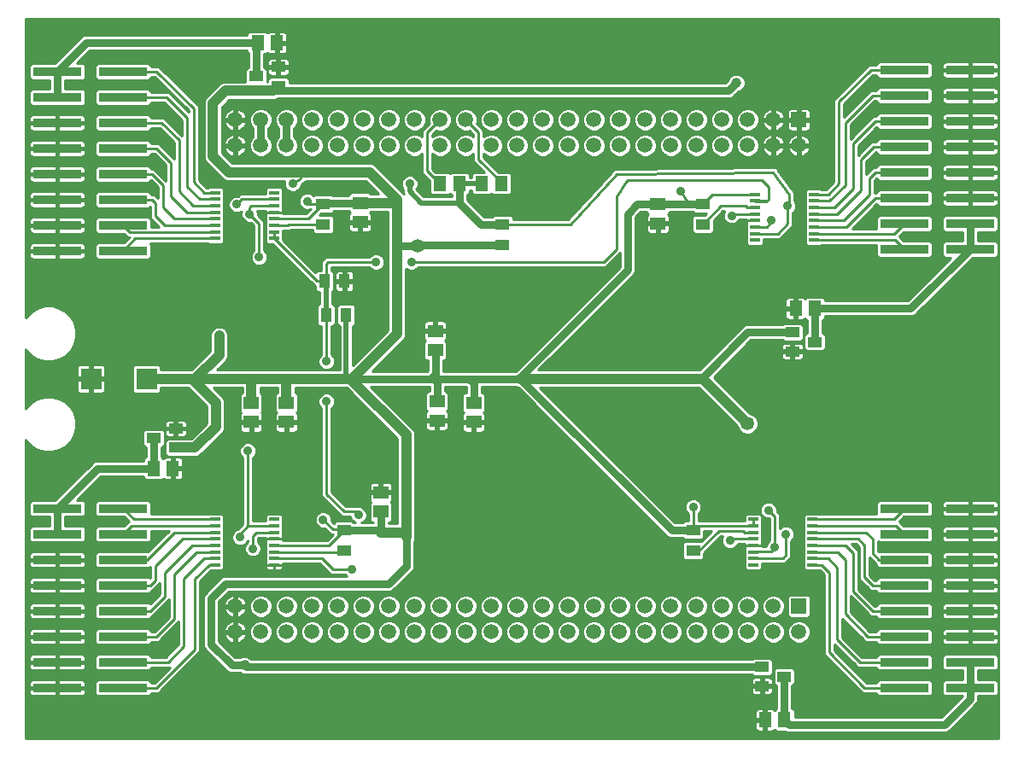
<source format=gbl>
G75*
%MOIN*%
%OFA0B0*%
%FSLAX24Y24*%
%IPPOS*%
%LPD*%
%AMOC8*
5,1,8,0,0,1.08239X$1,22.5*
%
%ADD10R,0.0591X0.0512*%
%ADD11R,0.0512X0.0591*%
%ADD12R,0.0827X0.0827*%
%ADD13R,0.0551X0.0394*%
%ADD14R,0.0551X0.0433*%
%ADD15R,0.0433X0.0551*%
%ADD16R,0.0594X0.0594*%
%ADD17C,0.0594*%
%ADD18R,0.0390X0.0120*%
%ADD19R,0.1890X0.0350*%
%ADD20C,0.0100*%
%ADD21C,0.0709*%
%ADD22C,0.0300*%
%ADD23C,0.0396*%
%ADD24C,0.0400*%
%ADD25C,0.0531*%
%ADD26C,0.0200*%
%ADD27C,0.0357*%
D10*
X016896Y010713D03*
X016896Y011462D03*
X019083Y014276D03*
X019083Y015024D03*
X020521Y014962D03*
X020521Y014213D03*
X019021Y017026D03*
X019021Y017774D03*
X016083Y022026D03*
X016083Y022774D03*
X013208Y014962D03*
X013208Y014213D03*
X011833Y014213D03*
X011833Y014962D03*
X027708Y021963D03*
X027708Y022712D03*
D11*
X033084Y018650D03*
X033832Y018650D03*
X021582Y023525D03*
X020834Y023525D03*
X019957Y023525D03*
X019209Y023525D03*
X012832Y029025D03*
X012084Y029025D03*
X008770Y012400D03*
X008022Y012400D03*
X031897Y002588D03*
X032645Y002588D03*
D12*
X007748Y015900D03*
X005583Y015900D03*
D13*
X008025Y013588D03*
X008891Y013962D03*
X008891Y013213D03*
X012891Y027338D03*
X012891Y028087D03*
X012025Y027713D03*
X032963Y017712D03*
X032963Y016963D03*
X033829Y017338D03*
X031775Y004649D03*
X031775Y003901D03*
X032641Y004275D03*
D14*
X029083Y009194D03*
X029083Y009981D03*
X015458Y009981D03*
X015458Y009194D03*
X021646Y021131D03*
X021646Y021919D03*
X014646Y021944D03*
X014646Y022731D03*
X029458Y022731D03*
X029458Y021944D03*
D15*
X015477Y019713D03*
X014689Y019713D03*
X014752Y018400D03*
X015539Y018400D03*
D16*
X033208Y026025D03*
X033208Y007025D03*
D17*
X032208Y007025D03*
X031208Y007025D03*
X030208Y007025D03*
X029208Y007025D03*
X028208Y007025D03*
X027208Y007025D03*
X026208Y007025D03*
X025208Y007025D03*
X024208Y007025D03*
X023208Y007025D03*
X022208Y007025D03*
X021208Y007025D03*
X020208Y007025D03*
X019208Y007025D03*
X018208Y007025D03*
X017208Y007025D03*
X016208Y007025D03*
X015208Y007025D03*
X014208Y007025D03*
X013208Y007025D03*
X012208Y007025D03*
X011208Y007025D03*
X011208Y006025D03*
X012208Y006025D03*
X013208Y006025D03*
X014208Y006025D03*
X015208Y006025D03*
X016208Y006025D03*
X017208Y006025D03*
X018208Y006025D03*
X019208Y006025D03*
X020208Y006025D03*
X021208Y006025D03*
X022208Y006025D03*
X023208Y006025D03*
X024208Y006025D03*
X025208Y006025D03*
X026208Y006025D03*
X027208Y006025D03*
X028208Y006025D03*
X029208Y006025D03*
X030208Y006025D03*
X031208Y006025D03*
X032208Y006025D03*
X033208Y006025D03*
X033208Y025025D03*
X032208Y025025D03*
X031208Y025025D03*
X030208Y025025D03*
X029208Y025025D03*
X028208Y025025D03*
X027208Y025025D03*
X026208Y025025D03*
X025208Y025025D03*
X024208Y025025D03*
X023208Y025025D03*
X022208Y025025D03*
X021208Y025025D03*
X020208Y025025D03*
X019208Y025025D03*
X018208Y025025D03*
X017208Y025025D03*
X016208Y025025D03*
X015208Y025025D03*
X014208Y025025D03*
X013208Y025025D03*
X012208Y025025D03*
X011208Y025025D03*
X011208Y026025D03*
X012208Y026025D03*
X013208Y026025D03*
X014208Y026025D03*
X015208Y026025D03*
X016208Y026025D03*
X017208Y026025D03*
X018208Y026025D03*
X019208Y026025D03*
X020208Y026025D03*
X021208Y026025D03*
X022208Y026025D03*
X023208Y026025D03*
X024208Y026025D03*
X025208Y026025D03*
X026208Y026025D03*
X027208Y026025D03*
X028208Y026025D03*
X029208Y026025D03*
X030208Y026025D03*
X031208Y026025D03*
X032208Y026025D03*
D18*
X031497Y023108D03*
X031497Y022852D03*
X031497Y022596D03*
X031497Y022340D03*
X031497Y022085D03*
X031497Y021829D03*
X031497Y021573D03*
X031497Y021317D03*
X033794Y021317D03*
X033794Y021573D03*
X033794Y021829D03*
X033794Y022085D03*
X033794Y022340D03*
X033794Y022596D03*
X033794Y022852D03*
X033794Y023108D03*
X033732Y010421D03*
X033732Y010165D03*
X033732Y009909D03*
X033732Y009653D03*
X033732Y009397D03*
X033732Y009141D03*
X033732Y008885D03*
X033732Y008629D03*
X031434Y008629D03*
X031434Y008885D03*
X031434Y009141D03*
X031434Y009397D03*
X031434Y009653D03*
X031434Y009909D03*
X031434Y010165D03*
X031434Y010421D03*
X012732Y010421D03*
X012732Y010165D03*
X012732Y009909D03*
X012732Y009653D03*
X012732Y009397D03*
X012732Y009141D03*
X012732Y008885D03*
X012732Y008629D03*
X010434Y008629D03*
X010434Y008885D03*
X010434Y009141D03*
X010434Y009397D03*
X010434Y009653D03*
X010434Y009909D03*
X010434Y010165D03*
X010434Y010421D03*
X010434Y021379D03*
X010434Y021635D03*
X010434Y021891D03*
X010434Y022147D03*
X010434Y022403D03*
X010434Y022659D03*
X010434Y022915D03*
X010434Y023171D03*
X012732Y023171D03*
X012732Y022915D03*
X012732Y022659D03*
X012732Y022403D03*
X012732Y022147D03*
X012732Y021891D03*
X012732Y021635D03*
X012732Y021379D03*
D19*
X006833Y020900D03*
X006833Y021900D03*
X006833Y022900D03*
X006833Y023900D03*
X006833Y024900D03*
X006833Y025900D03*
X006833Y026900D03*
X006833Y027900D03*
X004274Y027900D03*
X004274Y026900D03*
X004274Y025900D03*
X004274Y024900D03*
X004274Y023900D03*
X004274Y022900D03*
X004274Y021900D03*
X004274Y020900D03*
X004274Y010838D03*
X004274Y009838D03*
X004274Y008838D03*
X004274Y007838D03*
X004274Y006838D03*
X004274Y005838D03*
X004274Y004838D03*
X004274Y003838D03*
X006833Y003838D03*
X006833Y004838D03*
X006833Y005838D03*
X006833Y006838D03*
X006833Y007838D03*
X006833Y008838D03*
X006833Y009838D03*
X006833Y010838D03*
X037333Y010838D03*
X037333Y009838D03*
X037333Y008838D03*
X037333Y007838D03*
X037333Y006838D03*
X037333Y005838D03*
X037333Y004838D03*
X037333Y003838D03*
X039892Y003838D03*
X039892Y004838D03*
X039892Y005838D03*
X039892Y006838D03*
X039892Y007838D03*
X039892Y008838D03*
X039892Y009838D03*
X039892Y010838D03*
X039892Y020963D03*
X039892Y021963D03*
X039892Y022963D03*
X039892Y023963D03*
X039892Y024963D03*
X039892Y025963D03*
X039892Y026963D03*
X039892Y027963D03*
X037333Y027963D03*
X037333Y026963D03*
X037333Y025963D03*
X037333Y024963D03*
X037333Y023963D03*
X037333Y022963D03*
X037333Y021963D03*
X037333Y020963D03*
D20*
X003033Y013521D02*
X003033Y001850D01*
X041003Y001850D01*
X041003Y029946D01*
X003033Y029946D01*
X003033Y018279D01*
X003065Y018335D01*
X003266Y018536D01*
X003513Y018678D01*
X003787Y018752D01*
X004072Y018752D01*
X004346Y018678D01*
X004593Y018536D01*
X004794Y018335D01*
X004936Y018088D01*
X005009Y017814D01*
X005009Y017529D01*
X004936Y017255D01*
X004794Y017009D01*
X004593Y016808D01*
X004346Y016665D01*
X004072Y016592D01*
X003787Y016592D01*
X003513Y016665D01*
X003266Y016808D01*
X003065Y017009D01*
X003033Y017065D01*
X003033Y014735D01*
X003065Y014791D01*
X003266Y014992D01*
X003513Y015135D01*
X003787Y015208D01*
X004072Y015208D01*
X004346Y015135D01*
X004593Y014992D01*
X004794Y014791D01*
X004936Y014545D01*
X005009Y014271D01*
X005009Y013986D01*
X004936Y013712D01*
X004794Y013465D01*
X004593Y013264D01*
X004346Y013122D01*
X004072Y013048D01*
X003787Y013048D01*
X003513Y013122D01*
X003266Y013264D01*
X003065Y013465D01*
X003033Y013521D01*
X003033Y013516D02*
X003036Y013516D01*
X003033Y013417D02*
X003114Y013417D01*
X003033Y013319D02*
X003212Y013319D01*
X003343Y013220D02*
X003033Y013220D01*
X003033Y013122D02*
X003515Y013122D01*
X004345Y013122D02*
X007725Y013122D01*
X007725Y013220D02*
X004516Y013220D01*
X004647Y013319D02*
X007609Y013319D01*
X007599Y013329D02*
X007687Y013241D01*
X007725Y013241D01*
X007725Y012845D01*
X007704Y012845D01*
X007616Y012757D01*
X007616Y012700D01*
X005777Y012700D01*
X005667Y012654D01*
X005582Y012570D01*
X004175Y011163D01*
X003267Y011163D01*
X003179Y011075D01*
X003179Y010600D01*
X003267Y010512D01*
X003974Y010512D01*
X003974Y010163D01*
X003267Y010163D01*
X003179Y010075D01*
X003179Y009600D01*
X003267Y009512D01*
X005281Y009512D01*
X005369Y009600D01*
X005369Y010075D01*
X005281Y010163D01*
X004574Y010163D01*
X004574Y010512D01*
X005281Y010512D01*
X005369Y010600D01*
X005369Y011075D01*
X005281Y011163D01*
X005023Y011163D01*
X005961Y012100D01*
X007616Y012100D01*
X007616Y012043D01*
X007704Y011955D01*
X008340Y011955D01*
X008396Y012011D01*
X008422Y011985D01*
X008456Y011965D01*
X008494Y011955D01*
X008720Y011955D01*
X008720Y012350D01*
X008820Y012350D01*
X008820Y012450D01*
X009175Y012450D01*
X009175Y012715D01*
X009165Y012753D01*
X009146Y012787D01*
X009118Y012815D01*
X009083Y012835D01*
X009045Y012845D01*
X008820Y012845D01*
X008820Y012450D01*
X008720Y012450D01*
X008720Y012845D01*
X008494Y012845D01*
X008456Y012835D01*
X008422Y012815D01*
X008396Y012789D01*
X008340Y012845D01*
X008325Y012845D01*
X008325Y013241D01*
X008363Y013241D01*
X008451Y013329D01*
X008451Y013846D01*
X008363Y013934D01*
X007687Y013934D01*
X007599Y013846D01*
X007599Y013329D01*
X007599Y013417D02*
X004745Y013417D01*
X004823Y013516D02*
X007599Y013516D01*
X007599Y013614D02*
X004880Y013614D01*
X004936Y013713D02*
X007599Y013713D01*
X007599Y013811D02*
X004963Y013811D01*
X004989Y013910D02*
X007662Y013910D01*
X008388Y013910D02*
X008466Y013910D01*
X008466Y013913D02*
X008466Y013745D01*
X008476Y013707D01*
X008496Y013673D01*
X008523Y013645D01*
X008558Y013625D01*
X008596Y013615D01*
X008843Y013615D01*
X008843Y013913D01*
X008940Y013913D01*
X008940Y014010D01*
X009317Y014010D01*
X009317Y014178D01*
X009307Y014216D01*
X009287Y014250D01*
X009259Y014278D01*
X009225Y014298D01*
X009186Y014308D01*
X008940Y014308D01*
X008940Y014010D01*
X008843Y014010D01*
X008843Y014308D01*
X008596Y014308D01*
X008558Y014298D01*
X008523Y014278D01*
X008496Y014250D01*
X008476Y014216D01*
X008466Y014178D01*
X008466Y014010D01*
X008843Y014010D01*
X008843Y013913D01*
X008466Y013913D01*
X008466Y013811D02*
X008451Y013811D01*
X008451Y013713D02*
X008474Y013713D01*
X008451Y013614D02*
X009552Y013614D01*
X009501Y013562D02*
X008963Y013562D01*
X008961Y013563D01*
X008822Y013563D01*
X008814Y013560D01*
X008553Y013560D01*
X008466Y013472D01*
X008466Y012955D01*
X008553Y012867D01*
X008813Y012867D01*
X008823Y012863D01*
X009715Y012863D01*
X009844Y012916D01*
X010656Y013728D01*
X010755Y013827D01*
X010808Y013955D01*
X010808Y015032D01*
X010755Y015161D01*
X010366Y015550D01*
X011483Y015550D01*
X011483Y015367D01*
X011476Y015367D01*
X011388Y015280D01*
X011388Y014643D01*
X011444Y014587D01*
X011418Y014561D01*
X011398Y014527D01*
X011388Y014489D01*
X011388Y014263D01*
X011783Y014263D01*
X011783Y014163D01*
X011883Y014163D01*
X011883Y013808D01*
X012148Y013808D01*
X012186Y013818D01*
X012220Y013838D01*
X012248Y013865D01*
X012268Y013900D01*
X012278Y013938D01*
X012278Y014163D01*
X011883Y014163D01*
X011883Y014263D01*
X012278Y014263D01*
X012278Y014489D01*
X012268Y014527D01*
X012248Y014561D01*
X012222Y014587D01*
X012278Y014643D01*
X012278Y015280D01*
X012190Y015367D01*
X012183Y015367D01*
X012183Y015550D01*
X012858Y015550D01*
X012858Y015367D01*
X012851Y015367D01*
X012763Y015280D01*
X012763Y014643D01*
X012819Y014587D01*
X012793Y014561D01*
X012773Y014527D01*
X012763Y014489D01*
X012763Y014263D01*
X013158Y014263D01*
X013158Y014163D01*
X013258Y014163D01*
X013258Y013808D01*
X013523Y013808D01*
X013561Y013818D01*
X013595Y013838D01*
X013623Y013865D01*
X013643Y013900D01*
X013653Y013938D01*
X013653Y014163D01*
X013258Y014163D01*
X013258Y014263D01*
X013653Y014263D01*
X013653Y014489D01*
X013643Y014527D01*
X013623Y014561D01*
X013597Y014587D01*
X013653Y014643D01*
X013653Y015280D01*
X013565Y015367D01*
X013558Y015367D01*
X013558Y015550D01*
X015563Y015550D01*
X017546Y013568D01*
X017546Y010250D01*
X017195Y010250D01*
X017195Y010308D01*
X017253Y010308D01*
X017341Y010395D01*
X017341Y011032D01*
X017285Y011088D01*
X017311Y011114D01*
X017331Y011148D01*
X017341Y011186D01*
X017341Y011412D01*
X016946Y011412D01*
X016946Y011512D01*
X016846Y011512D01*
X016846Y011867D01*
X016581Y011867D01*
X016542Y011857D01*
X016508Y011837D01*
X016480Y011810D01*
X016461Y011775D01*
X016450Y011737D01*
X016450Y011512D01*
X016846Y011512D01*
X016846Y011412D01*
X016450Y011412D01*
X016450Y011186D01*
X016461Y011148D01*
X016480Y011114D01*
X016506Y011088D01*
X016450Y011032D01*
X016450Y010395D01*
X016538Y010308D01*
X016595Y010308D01*
X016595Y010281D01*
X016139Y010281D01*
X016207Y010309D01*
X016299Y010401D01*
X016349Y010522D01*
X016349Y010653D01*
X016299Y010774D01*
X016207Y010866D01*
X016086Y010916D01*
X015955Y010916D01*
X015947Y010912D01*
X015541Y010912D01*
X014971Y011483D01*
X014971Y014761D01*
X015049Y014839D01*
X015099Y014960D01*
X015099Y015090D01*
X015049Y015211D01*
X014957Y015303D01*
X014836Y015353D01*
X014705Y015353D01*
X014585Y015303D01*
X014492Y015211D01*
X014442Y015090D01*
X014442Y014960D01*
X014492Y014839D01*
X014571Y014761D01*
X014571Y011317D01*
X015258Y010630D01*
X015375Y010513D01*
X015696Y010513D01*
X015742Y010401D01*
X015835Y010309D01*
X015902Y010281D01*
X015862Y010281D01*
X015796Y010348D01*
X015120Y010348D01*
X015051Y010278D01*
X014974Y010354D01*
X014974Y010465D01*
X014924Y010586D01*
X014832Y010678D01*
X014711Y010728D01*
X014580Y010728D01*
X014460Y010678D01*
X014367Y010586D01*
X014317Y010465D01*
X014317Y010335D01*
X014367Y010214D01*
X014460Y010122D01*
X014580Y010072D01*
X014691Y010072D01*
X014938Y009825D01*
X015019Y009825D01*
X014791Y009597D01*
X013077Y009597D01*
X013077Y009653D01*
X013077Y009733D01*
X013067Y009771D01*
X013065Y009774D01*
X013077Y009787D01*
X013077Y010031D01*
X013071Y010037D01*
X013077Y010043D01*
X013077Y010287D01*
X013071Y010293D01*
X013077Y010299D01*
X013077Y010543D01*
X012989Y010631D01*
X012475Y010631D01*
X012387Y010543D01*
X012387Y010365D01*
X011908Y010365D01*
X011908Y012823D01*
X011986Y012901D01*
X012036Y013022D01*
X012036Y013153D01*
X011986Y013274D01*
X011894Y013366D01*
X011773Y013416D01*
X011643Y013416D01*
X011522Y013366D01*
X011430Y013274D01*
X011380Y013153D01*
X011380Y013022D01*
X011430Y012901D01*
X011508Y012823D01*
X011508Y010233D01*
X011306Y010031D01*
X011210Y009991D01*
X011117Y009899D01*
X011067Y009778D01*
X011067Y009647D01*
X011117Y009526D01*
X011210Y009434D01*
X011330Y009384D01*
X011461Y009384D01*
X011582Y009434D01*
X011674Y009526D01*
X011696Y009579D01*
X011696Y009539D01*
X011617Y009461D01*
X011567Y009340D01*
X011567Y009210D01*
X011617Y009089D01*
X011710Y008997D01*
X011830Y008947D01*
X011961Y008947D01*
X012082Y008997D01*
X012174Y009089D01*
X012224Y009210D01*
X012224Y009340D01*
X012174Y009461D01*
X012096Y009539D01*
X012096Y009692D01*
X012103Y009700D01*
X012387Y009700D01*
X012387Y009653D01*
X012732Y009653D01*
X013077Y009653D01*
X012732Y009653D01*
X012732Y009653D01*
X012732Y009653D01*
X012387Y009653D01*
X012387Y009573D01*
X012397Y009535D01*
X012399Y009531D01*
X012387Y009519D01*
X012387Y009275D01*
X012393Y009269D01*
X012387Y009263D01*
X012387Y009019D01*
X012393Y009013D01*
X012387Y009007D01*
X012387Y008763D01*
X012399Y008751D01*
X012397Y008747D01*
X012387Y008709D01*
X012387Y008629D01*
X012387Y008550D01*
X012397Y008511D01*
X012417Y008477D01*
X012445Y008449D01*
X012479Y008430D01*
X012517Y008419D01*
X012732Y008419D01*
X012947Y008419D01*
X012985Y008430D01*
X013019Y008449D01*
X013047Y008477D01*
X013067Y008511D01*
X013077Y008550D01*
X013077Y008629D01*
X012732Y008629D01*
X012732Y008419D01*
X012732Y008629D01*
X012732Y008629D01*
X012732Y008629D01*
X013077Y008629D01*
X013077Y008700D01*
X014500Y008700D01*
X014938Y008263D01*
X015506Y008263D01*
X015569Y008200D01*
X010773Y008200D01*
X010663Y008154D01*
X010579Y008070D01*
X010016Y007507D01*
X009846Y007507D01*
X009846Y007409D02*
X009975Y007409D01*
X009971Y007397D02*
X009971Y005465D01*
X010016Y005355D01*
X010101Y005271D01*
X010913Y004458D01*
X011023Y004413D01*
X011398Y004413D01*
X011514Y004364D01*
X011550Y004364D01*
X011587Y004349D01*
X031390Y004349D01*
X031437Y004302D01*
X032113Y004302D01*
X032201Y004390D01*
X032201Y004908D01*
X032113Y004996D01*
X031437Y004996D01*
X031390Y004949D01*
X011839Y004949D01*
X011780Y005008D01*
X011652Y005061D01*
X011514Y005061D01*
X011398Y005012D01*
X011207Y005012D01*
X010571Y005649D01*
X010571Y007213D01*
X010957Y007600D01*
X017268Y007600D01*
X017378Y007646D01*
X018066Y008333D01*
X018150Y008418D01*
X018196Y008528D01*
X018196Y009522D01*
X018246Y009643D01*
X018246Y013782D01*
X018192Y013911D01*
X016503Y015600D01*
X018783Y015600D01*
X018783Y015430D01*
X018726Y015430D01*
X018638Y015342D01*
X018638Y014706D01*
X018694Y014650D01*
X018668Y014624D01*
X018648Y014590D01*
X018638Y014552D01*
X018638Y014326D01*
X019033Y014326D01*
X019033Y014226D01*
X018638Y014226D01*
X018638Y014000D01*
X018648Y013962D01*
X018668Y013928D01*
X018696Y013900D01*
X018730Y013880D01*
X018768Y013870D01*
X019033Y013870D01*
X019033Y014226D01*
X019133Y014226D01*
X019133Y013870D01*
X019398Y013870D01*
X019436Y013880D01*
X019470Y013900D01*
X019498Y013928D01*
X019518Y013962D01*
X019528Y014000D01*
X019528Y014226D01*
X019133Y014226D01*
X019133Y014326D01*
X019528Y014326D01*
X019528Y014552D01*
X019518Y014590D01*
X019498Y014624D01*
X019472Y014650D01*
X019528Y014706D01*
X019528Y015342D01*
X019440Y015430D01*
X019383Y015430D01*
X019383Y015600D01*
X020209Y015600D01*
X020221Y015588D01*
X020221Y015367D01*
X020163Y015367D01*
X020075Y015280D01*
X020075Y014643D01*
X020131Y014587D01*
X020105Y014561D01*
X020086Y014527D01*
X020075Y014489D01*
X020075Y014263D01*
X020471Y014263D01*
X020471Y014163D01*
X020571Y014163D01*
X020571Y014263D01*
X020966Y014263D01*
X020966Y014489D01*
X020956Y014527D01*
X020936Y014561D01*
X020910Y014587D01*
X020966Y014643D01*
X020966Y015280D01*
X020878Y015367D01*
X020821Y015367D01*
X020821Y015600D01*
X022143Y015600D01*
X022256Y015553D01*
X027998Y009811D01*
X028082Y009727D01*
X028192Y009681D01*
X028679Y009681D01*
X028745Y009615D01*
X029421Y009615D01*
X029509Y009703D01*
X029509Y009965D01*
X029802Y009965D01*
X029398Y009560D01*
X028745Y009560D01*
X028657Y009472D01*
X028657Y008915D01*
X028745Y008827D01*
X029421Y008827D01*
X029509Y008915D01*
X029509Y009105D01*
X029514Y009111D01*
X030166Y009763D01*
X030238Y009763D01*
X030192Y009653D01*
X030192Y009522D01*
X030242Y009401D01*
X030335Y009309D01*
X030455Y009259D01*
X030586Y009259D01*
X030707Y009309D01*
X030799Y009401D01*
X030820Y009453D01*
X031089Y009453D01*
X031089Y009397D01*
X031089Y009317D01*
X031100Y009279D01*
X031102Y009276D01*
X031089Y009263D01*
X031089Y009019D01*
X031095Y009013D01*
X031089Y009007D01*
X031089Y008763D01*
X031095Y008757D01*
X031089Y008751D01*
X031089Y008507D01*
X031177Y008419D01*
X031691Y008419D01*
X031779Y008507D01*
X031779Y008700D01*
X032666Y008700D01*
X032791Y008825D01*
X032908Y008942D01*
X032908Y009573D01*
X032986Y009651D01*
X033036Y009772D01*
X033036Y009903D01*
X032986Y010024D01*
X032894Y010116D01*
X032773Y010166D01*
X032643Y010166D01*
X032522Y010116D01*
X032471Y010064D01*
X032471Y010608D01*
X032349Y010729D01*
X032349Y010840D01*
X032299Y010961D01*
X032207Y011053D01*
X036238Y011053D01*
X036238Y011075D02*
X036238Y010621D01*
X033999Y010621D01*
X033989Y010631D01*
X033475Y010631D01*
X033387Y010543D01*
X033387Y010299D01*
X033393Y010293D01*
X033387Y010287D01*
X033387Y010043D01*
X033393Y010037D01*
X033387Y010031D01*
X033387Y009787D01*
X033393Y009781D01*
X033387Y009775D01*
X033387Y009531D01*
X033393Y009525D01*
X033387Y009519D01*
X033387Y009275D01*
X033393Y009269D01*
X033387Y009263D01*
X033387Y009019D01*
X033393Y009013D01*
X033387Y009007D01*
X033387Y008763D01*
X033393Y008757D01*
X033387Y008751D01*
X033387Y008507D01*
X033475Y008419D01*
X033989Y008419D01*
X033999Y008429D01*
X034021Y008429D01*
X034196Y008255D01*
X034196Y005130D01*
X035571Y003755D01*
X035688Y003638D01*
X036238Y003638D01*
X036238Y003600D01*
X036326Y003512D01*
X038340Y003512D01*
X038428Y003600D01*
X038428Y004075D01*
X038340Y004163D01*
X036326Y004163D01*
X036238Y004075D01*
X036238Y004037D01*
X035853Y004037D01*
X034596Y005295D01*
X034596Y005542D01*
X035383Y004755D01*
X035500Y004638D01*
X036238Y004638D01*
X036238Y004600D01*
X036326Y004512D01*
X038340Y004512D01*
X038428Y004600D01*
X038428Y005075D01*
X038340Y005163D01*
X036326Y005163D01*
X036238Y005075D01*
X036238Y005037D01*
X035666Y005037D01*
X034908Y005795D01*
X034908Y006542D01*
X035696Y005755D01*
X035813Y005638D01*
X036238Y005638D01*
X036238Y005600D01*
X036326Y005512D01*
X038340Y005512D01*
X038428Y005600D01*
X038428Y006075D01*
X038340Y006163D01*
X036326Y006163D01*
X036238Y006075D01*
X036238Y006037D01*
X035978Y006037D01*
X035221Y006795D01*
X035221Y007417D01*
X035883Y006755D01*
X036000Y006638D01*
X036238Y006638D01*
X036238Y006600D01*
X036326Y006512D01*
X038340Y006512D01*
X038428Y006600D01*
X038428Y007075D01*
X038340Y007163D01*
X036326Y007163D01*
X036238Y007075D01*
X036238Y007037D01*
X036166Y007037D01*
X035533Y007670D01*
X035533Y009170D01*
X035416Y009287D01*
X035250Y009453D01*
X035435Y009453D01*
X035571Y009317D01*
X035571Y008067D01*
X035883Y007755D01*
X036000Y007638D01*
X036238Y007638D01*
X036238Y007600D01*
X036326Y007512D01*
X038340Y007512D01*
X038428Y007600D01*
X038428Y008075D01*
X038340Y008163D01*
X036326Y008163D01*
X036238Y008075D01*
X036238Y008037D01*
X036166Y008037D01*
X035971Y008233D01*
X035971Y008917D01*
X036133Y008755D01*
X036238Y008650D01*
X036238Y008600D01*
X036326Y008512D01*
X038340Y008512D01*
X038428Y008600D01*
X038428Y009075D01*
X038340Y009163D01*
X036326Y009163D01*
X036308Y009145D01*
X036283Y009170D01*
X036283Y009555D01*
X036326Y009512D01*
X038340Y009512D01*
X038428Y009600D01*
X038428Y010075D01*
X038340Y010163D01*
X037291Y010163D01*
X037116Y010337D01*
X037291Y010512D01*
X038340Y010512D01*
X038428Y010600D01*
X038428Y011075D01*
X038340Y011163D01*
X036326Y011163D01*
X036238Y011075D01*
X036315Y011152D02*
X029296Y011152D01*
X029269Y011178D02*
X029148Y011228D01*
X029018Y011228D01*
X028897Y011178D01*
X028805Y011086D01*
X028755Y010965D01*
X028755Y010835D01*
X028805Y010714D01*
X028883Y010636D01*
X028883Y010348D01*
X028745Y010348D01*
X028679Y010281D01*
X028376Y010281D01*
X023107Y015550D01*
X029313Y015550D01*
X030792Y014071D01*
X030792Y014067D01*
X030856Y013914D01*
X030973Y013798D01*
X031125Y013734D01*
X031291Y013734D01*
X031444Y013798D01*
X031561Y013914D01*
X031624Y014067D01*
X031624Y014233D01*
X031561Y014386D01*
X031444Y014502D01*
X031291Y014566D01*
X031287Y014566D01*
X029886Y015967D01*
X031331Y017412D01*
X032578Y017412D01*
X032625Y017365D01*
X033300Y017365D01*
X033388Y017453D01*
X033388Y017970D01*
X033300Y018058D01*
X032625Y018058D01*
X032578Y018012D01*
X031147Y018012D01*
X031037Y017966D01*
X029321Y016250D01*
X023045Y016250D01*
X026691Y019896D01*
X026775Y019980D01*
X026821Y020090D01*
X026821Y022213D01*
X027020Y022413D01*
X027263Y022413D01*
X027263Y022393D01*
X027319Y022337D01*
X027293Y022311D01*
X027273Y022277D01*
X027263Y022239D01*
X027263Y022013D01*
X027658Y022013D01*
X027658Y021913D01*
X027758Y021913D01*
X027758Y021558D01*
X028023Y021558D01*
X028061Y021568D01*
X028095Y021588D01*
X028123Y021615D01*
X028143Y021650D01*
X028153Y021688D01*
X028153Y021913D01*
X027758Y021913D01*
X027758Y022013D01*
X028153Y022013D01*
X028153Y022239D01*
X028143Y022277D01*
X028123Y022311D01*
X028097Y022337D01*
X028153Y022393D01*
X028153Y022412D01*
X029073Y022412D01*
X029120Y022365D01*
X029596Y022365D01*
X029542Y022310D01*
X029120Y022310D01*
X029032Y022222D01*
X029032Y021665D01*
X029120Y021577D01*
X029796Y021577D01*
X029884Y021665D01*
X029884Y022087D01*
X030247Y022450D01*
X030300Y022450D01*
X030255Y022340D01*
X030255Y022210D01*
X030305Y022089D01*
X030397Y021997D01*
X030518Y021947D01*
X030648Y021947D01*
X030769Y021997D01*
X030861Y022089D01*
X030883Y022140D01*
X031152Y022140D01*
X031152Y022085D01*
X030858Y022085D01*
X030745Y021987D02*
X031157Y021987D01*
X031152Y022005D02*
X031162Y021967D01*
X031164Y021963D01*
X031152Y021951D01*
X031152Y021707D01*
X031158Y021701D01*
X031152Y021695D01*
X031152Y021451D01*
X031158Y021445D01*
X031152Y021439D01*
X031152Y021195D01*
X031240Y021107D01*
X031754Y021107D01*
X031842Y021195D01*
X031842Y021373D01*
X032464Y021373D01*
X032853Y021763D01*
X032971Y021880D01*
X032971Y022386D01*
X033049Y022464D01*
X033099Y022585D01*
X033099Y022715D01*
X033049Y022836D01*
X033033Y022852D01*
X033033Y023071D01*
X033044Y023136D01*
X033033Y023152D01*
X033033Y023170D01*
X032986Y023217D01*
X032407Y024028D01*
X032407Y024047D01*
X032361Y024093D01*
X032323Y024146D01*
X032303Y024149D01*
X032289Y024163D01*
X032224Y024163D01*
X032159Y024173D01*
X032143Y024162D01*
X026159Y024101D01*
X026156Y024104D01*
X026077Y024100D01*
X025998Y024099D01*
X025995Y024096D01*
X025990Y024096D01*
X025937Y024037D01*
X025882Y023981D01*
X025882Y023976D01*
X024201Y022119D01*
X022071Y022119D01*
X022071Y022197D01*
X021983Y022285D01*
X021308Y022285D01*
X021241Y022219D01*
X020939Y022219D01*
X020258Y022899D01*
X020258Y023080D01*
X020275Y023080D01*
X020363Y023168D01*
X020363Y023274D01*
X020428Y023274D01*
X020428Y023168D01*
X020516Y023080D01*
X021152Y023080D01*
X021208Y023136D01*
X021264Y023080D01*
X021900Y023080D01*
X021988Y023168D01*
X021988Y023882D01*
X021900Y023970D01*
X021483Y023970D01*
X020908Y024545D01*
X020908Y024693D01*
X020955Y024646D01*
X021119Y024578D01*
X021297Y024578D01*
X021461Y024646D01*
X021955Y024646D01*
X022119Y024578D01*
X022297Y024578D01*
X022461Y024646D01*
X022955Y024646D01*
X023119Y024578D01*
X023297Y024578D01*
X023461Y024646D01*
X023955Y024646D01*
X024119Y024578D01*
X024297Y024578D01*
X024461Y024646D01*
X024955Y024646D01*
X025119Y024578D01*
X025297Y024578D01*
X025461Y024646D01*
X025955Y024646D01*
X026119Y024578D01*
X026297Y024578D01*
X026461Y024646D01*
X026955Y024646D01*
X027119Y024578D01*
X027297Y024578D01*
X027461Y024646D01*
X027955Y024646D01*
X028119Y024578D01*
X028297Y024578D01*
X028461Y024646D01*
X028955Y024646D01*
X029119Y024578D01*
X029297Y024578D01*
X029461Y024646D01*
X029955Y024646D01*
X030119Y024578D01*
X030297Y024578D01*
X030461Y024646D01*
X030955Y024646D01*
X031119Y024578D01*
X031297Y024578D01*
X031461Y024646D01*
X031969Y024646D01*
X031974Y024643D02*
X032037Y024611D01*
X032103Y024589D01*
X032160Y024580D01*
X032160Y024977D01*
X032256Y024977D01*
X032256Y024580D01*
X032313Y024589D01*
X032380Y024611D01*
X032442Y024643D01*
X032499Y024684D01*
X032549Y024734D01*
X032590Y024791D01*
X032622Y024853D01*
X032644Y024920D01*
X032653Y024977D01*
X032257Y024977D01*
X032257Y025073D01*
X032653Y025073D01*
X032644Y025130D01*
X032622Y025197D01*
X032590Y025259D01*
X032549Y025316D01*
X032499Y025366D01*
X032442Y025407D01*
X032380Y025439D01*
X032313Y025461D01*
X032256Y025470D01*
X032256Y025073D01*
X032160Y025073D01*
X032160Y024977D01*
X031763Y024977D01*
X031772Y024920D01*
X031794Y024853D01*
X031826Y024791D01*
X031867Y024734D01*
X031917Y024684D01*
X031974Y024643D01*
X031859Y024745D02*
X031560Y024745D01*
X031587Y024772D02*
X031461Y024646D01*
X031587Y024772D02*
X031655Y024936D01*
X031655Y025114D01*
X031587Y025278D01*
X031461Y025404D01*
X031297Y025472D01*
X031119Y025472D01*
X030955Y025404D01*
X030829Y025278D01*
X030761Y025114D01*
X030761Y024936D01*
X030829Y024772D01*
X030955Y024646D01*
X030857Y024745D02*
X030560Y024745D01*
X030587Y024772D02*
X030655Y024936D01*
X030655Y025114D01*
X030587Y025278D01*
X030461Y025404D01*
X030297Y025472D01*
X030119Y025472D01*
X029955Y025404D01*
X029829Y025278D01*
X029761Y025114D01*
X029761Y024936D01*
X029829Y024772D01*
X029955Y024646D01*
X029857Y024745D02*
X029560Y024745D01*
X029587Y024772D02*
X029461Y024646D01*
X029587Y024772D02*
X029655Y024936D01*
X029655Y025114D01*
X029587Y025278D01*
X029461Y025404D01*
X029297Y025472D01*
X029119Y025472D01*
X028955Y025404D01*
X028829Y025278D01*
X028761Y025114D01*
X028761Y024936D01*
X028829Y024772D01*
X028955Y024646D01*
X028857Y024745D02*
X028560Y024745D01*
X028587Y024772D02*
X028461Y024646D01*
X028587Y024772D02*
X028655Y024936D01*
X028655Y025114D01*
X028587Y025278D01*
X028461Y025404D01*
X028297Y025472D01*
X028119Y025472D01*
X027955Y025404D01*
X027829Y025278D01*
X027761Y025114D01*
X027761Y024936D01*
X027829Y024772D01*
X027955Y024646D01*
X027857Y024745D02*
X027560Y024745D01*
X027587Y024772D02*
X027461Y024646D01*
X027587Y024772D02*
X027655Y024936D01*
X027655Y025114D01*
X027587Y025278D01*
X027461Y025404D01*
X027297Y025472D01*
X027119Y025472D01*
X026955Y025404D01*
X026829Y025278D01*
X026761Y025114D01*
X026761Y024936D01*
X026829Y024772D01*
X026955Y024646D01*
X026857Y024745D02*
X026560Y024745D01*
X026587Y024772D02*
X026461Y024646D01*
X026587Y024772D02*
X026655Y024936D01*
X026655Y025114D01*
X026587Y025278D01*
X026461Y025404D01*
X026297Y025472D01*
X026119Y025472D01*
X025955Y025404D01*
X025829Y025278D01*
X025761Y025114D01*
X025761Y024936D01*
X025829Y024772D01*
X025955Y024646D01*
X025857Y024745D02*
X025560Y024745D01*
X025587Y024772D02*
X025461Y024646D01*
X025587Y024772D02*
X025655Y024936D01*
X025655Y025114D01*
X025587Y025278D01*
X025461Y025404D01*
X025297Y025472D01*
X025119Y025472D01*
X024955Y025404D01*
X024829Y025278D01*
X024761Y025114D01*
X024761Y024936D01*
X024829Y024772D01*
X024955Y024646D01*
X024857Y024745D02*
X024560Y024745D01*
X024587Y024772D02*
X024461Y024646D01*
X024587Y024772D02*
X024655Y024936D01*
X024655Y025114D01*
X024587Y025278D01*
X024461Y025404D01*
X024297Y025472D01*
X024119Y025472D01*
X023955Y025404D01*
X023829Y025278D01*
X023761Y025114D01*
X023761Y024936D01*
X023829Y024772D01*
X023955Y024646D01*
X023857Y024745D02*
X023560Y024745D01*
X023587Y024772D02*
X023655Y024936D01*
X023655Y025114D01*
X023587Y025278D01*
X023461Y025404D01*
X023297Y025472D01*
X023119Y025472D01*
X022955Y025404D01*
X022829Y025278D01*
X022761Y025114D01*
X022761Y024936D01*
X022829Y024772D01*
X022955Y024646D01*
X022857Y024745D02*
X022560Y024745D01*
X022587Y024772D02*
X022461Y024646D01*
X022587Y024772D02*
X022655Y024936D01*
X022655Y025114D01*
X022587Y025278D01*
X022461Y025404D01*
X022297Y025472D01*
X022119Y025472D01*
X021955Y025404D01*
X021829Y025278D01*
X021761Y025114D01*
X021761Y024936D01*
X021829Y024772D01*
X021955Y024646D01*
X021857Y024745D02*
X021560Y024745D01*
X021587Y024772D02*
X021461Y024646D01*
X021587Y024772D02*
X021655Y024936D01*
X021655Y025114D01*
X021587Y025278D01*
X021461Y025404D01*
X021297Y025472D01*
X021119Y025472D01*
X020955Y025404D01*
X020908Y025357D01*
X020908Y025608D01*
X020633Y025883D01*
X020655Y025936D01*
X020655Y026114D01*
X020587Y026278D01*
X020461Y026404D01*
X020297Y026472D01*
X020119Y026472D01*
X019955Y026404D01*
X019829Y026278D01*
X019761Y026114D01*
X019761Y025936D01*
X019829Y025772D01*
X019955Y025646D01*
X020119Y025578D01*
X020297Y025578D01*
X020350Y025600D01*
X020508Y025442D01*
X020508Y025357D01*
X020461Y025404D01*
X020297Y025472D01*
X020119Y025472D01*
X019955Y025404D01*
X019829Y025278D01*
X019761Y025114D01*
X019761Y024936D01*
X019829Y024772D01*
X019955Y024646D01*
X020119Y024578D01*
X020297Y024578D01*
X020461Y024646D01*
X020508Y024646D01*
X020461Y024646D02*
X020508Y024693D01*
X020508Y024380D01*
X020625Y024263D01*
X020917Y023970D01*
X020516Y023970D01*
X020428Y023882D01*
X020428Y023774D01*
X020363Y023774D01*
X020363Y023882D01*
X020275Y023970D01*
X019639Y023970D01*
X019583Y023914D01*
X019527Y023970D01*
X019047Y023970D01*
X018908Y024109D01*
X018908Y024693D01*
X018955Y024646D01*
X019119Y024578D01*
X019297Y024578D01*
X019461Y024646D01*
X019955Y024646D01*
X019857Y024745D02*
X019560Y024745D01*
X019587Y024772D02*
X019461Y024646D01*
X019587Y024772D02*
X019655Y024936D01*
X019655Y025114D01*
X019587Y025278D01*
X019461Y025404D01*
X019297Y025472D01*
X019119Y025472D01*
X018955Y025404D01*
X018908Y025357D01*
X018908Y025442D01*
X019066Y025600D01*
X019119Y025578D01*
X019297Y025578D01*
X019461Y025646D01*
X019587Y025772D01*
X019655Y025936D01*
X019655Y026114D01*
X019587Y026278D01*
X019461Y026404D01*
X019297Y026472D01*
X019119Y026472D01*
X018955Y026404D01*
X018829Y026278D01*
X018761Y026114D01*
X018761Y025936D01*
X018783Y025883D01*
X018508Y025608D01*
X018508Y025357D01*
X018461Y025404D01*
X018297Y025472D01*
X018119Y025472D01*
X017955Y025404D01*
X017829Y025278D01*
X017761Y025114D01*
X017761Y024936D01*
X017829Y024772D01*
X017955Y024646D01*
X018119Y024578D01*
X018297Y024578D01*
X018461Y024646D01*
X018508Y024646D01*
X018461Y024646D02*
X018508Y024693D01*
X018508Y023943D01*
X018803Y023648D01*
X018803Y023168D01*
X018891Y023080D01*
X019527Y023080D01*
X019583Y023136D01*
X019639Y023080D01*
X019658Y023080D01*
X019658Y023025D01*
X018562Y023025D01*
X018273Y023313D01*
X018299Y023339D01*
X018349Y023460D01*
X018349Y023590D01*
X018299Y023711D01*
X018207Y023803D01*
X018086Y023853D01*
X017955Y023853D01*
X017835Y023803D01*
X017742Y023711D01*
X017692Y023590D01*
X017692Y023460D01*
X017742Y023339D01*
X017771Y023311D01*
X017771Y023163D01*
X017783Y023132D01*
X017719Y023197D01*
X016755Y024161D01*
X016656Y024259D01*
X016528Y024312D01*
X011103Y024312D01*
X010683Y024732D01*
X010683Y026505D01*
X010978Y026800D01*
X012772Y026800D01*
X012893Y026850D01*
X030518Y026850D01*
X030628Y026896D01*
X030712Y026980D01*
X030852Y027119D01*
X030968Y027167D01*
X031066Y027265D01*
X031119Y027393D01*
X031119Y027532D01*
X031066Y027660D01*
X030968Y027758D01*
X030840Y027811D01*
X030701Y027811D01*
X030573Y027758D01*
X030475Y027660D01*
X030427Y027544D01*
X030334Y027450D01*
X013317Y027450D01*
X013317Y027597D01*
X013229Y027685D01*
X012968Y027685D01*
X012961Y027688D01*
X012822Y027688D01*
X012814Y027685D01*
X012553Y027685D01*
X012466Y027597D01*
X012466Y027500D01*
X012451Y027500D01*
X012451Y027971D01*
X012363Y028059D01*
X012325Y028059D01*
X012325Y028580D01*
X012402Y028580D01*
X012458Y028636D01*
X012484Y028610D01*
X012518Y028590D01*
X012556Y028580D01*
X012782Y028580D01*
X012782Y028975D01*
X012882Y028975D01*
X012882Y028580D01*
X013108Y028580D01*
X013146Y028590D01*
X013180Y028610D01*
X013208Y028638D01*
X013228Y028672D01*
X013238Y028710D01*
X013238Y028975D01*
X012882Y028975D01*
X012882Y029075D01*
X012782Y029075D01*
X012782Y029470D01*
X012556Y029470D01*
X012518Y029460D01*
X012484Y029440D01*
X012458Y029414D01*
X012402Y029470D01*
X011766Y029470D01*
X011678Y029382D01*
X011678Y029325D01*
X005339Y029325D01*
X005229Y029279D01*
X005145Y029195D01*
X004175Y028225D01*
X003267Y028225D01*
X003179Y028137D01*
X003179Y027663D01*
X003267Y027575D01*
X003974Y027575D01*
X003974Y027225D01*
X003267Y027225D01*
X003179Y027137D01*
X003179Y026663D01*
X003267Y026575D01*
X005281Y026575D01*
X005369Y026663D01*
X005369Y027137D01*
X005281Y027225D01*
X004574Y027225D01*
X004574Y027575D01*
X005281Y027575D01*
X005369Y027663D01*
X005369Y028137D01*
X005281Y028225D01*
X005023Y028225D01*
X005523Y028725D01*
X011678Y028725D01*
X011678Y028668D01*
X011725Y028621D01*
X011725Y028059D01*
X011687Y028059D01*
X011599Y027971D01*
X011599Y027500D01*
X010763Y027500D01*
X010635Y027447D01*
X010536Y027348D01*
X010036Y026848D01*
X009983Y026720D01*
X009983Y024518D01*
X010036Y024389D01*
X010135Y024291D01*
X010760Y023666D01*
X010888Y023613D01*
X013139Y023613D01*
X013130Y023590D01*
X013130Y023460D01*
X013180Y023339D01*
X013272Y023247D01*
X013393Y023197D01*
X013523Y023197D01*
X013644Y023247D01*
X013736Y023339D01*
X013786Y023460D01*
X013786Y023489D01*
X013826Y023513D01*
X013853Y023513D01*
X013895Y023554D01*
X013945Y023584D01*
X013951Y023610D01*
X013953Y023613D01*
X016313Y023613D01*
X016802Y023124D01*
X016496Y023124D01*
X016440Y023180D01*
X015726Y023180D01*
X015638Y023092D01*
X015638Y023074D01*
X015007Y023074D01*
X014983Y023098D01*
X014308Y023098D01*
X014266Y023056D01*
X014207Y023116D01*
X014086Y023166D01*
X013955Y023166D01*
X013835Y023116D01*
X013742Y023024D01*
X013692Y022903D01*
X013692Y022772D01*
X013742Y022651D01*
X013835Y022559D01*
X013955Y022509D01*
X014086Y022509D01*
X014139Y022531D01*
X014163Y022531D01*
X013979Y022347D01*
X013077Y022347D01*
X013077Y022403D01*
X013077Y022483D01*
X013067Y022521D01*
X013065Y022524D01*
X013077Y022537D01*
X013077Y022781D01*
X013071Y022787D01*
X013077Y022793D01*
X013077Y023037D01*
X013071Y023043D01*
X013077Y023049D01*
X013077Y023293D01*
X012989Y023381D01*
X012475Y023381D01*
X012387Y023293D01*
X012387Y023115D01*
X011390Y023115D01*
X011316Y023041D01*
X011205Y023041D01*
X011085Y022991D01*
X010992Y022899D01*
X010942Y022778D01*
X010942Y022647D01*
X010992Y022526D01*
X011085Y022434D01*
X011205Y022384D01*
X011336Y022384D01*
X011455Y022433D01*
X011442Y022403D01*
X011442Y022272D01*
X011492Y022151D01*
X011585Y022059D01*
X011705Y022009D01*
X011816Y022009D01*
X011946Y021880D01*
X011946Y020914D01*
X011867Y020836D01*
X011817Y020715D01*
X011817Y020585D01*
X011867Y020464D01*
X011960Y020372D01*
X012080Y020322D01*
X012211Y020322D01*
X012332Y020372D01*
X012424Y020464D01*
X012474Y020585D01*
X012474Y020715D01*
X012424Y020836D01*
X012346Y020914D01*
X012346Y022045D01*
X012099Y022292D01*
X012099Y022403D01*
X012076Y022459D01*
X012387Y022459D01*
X012387Y022403D01*
X012732Y022403D01*
X013077Y022403D01*
X012732Y022403D01*
X012732Y022403D01*
X012732Y022403D01*
X012387Y022403D01*
X012387Y022323D01*
X012397Y022285D01*
X012399Y022281D01*
X012387Y022269D01*
X012387Y022025D01*
X012393Y022019D01*
X012387Y022013D01*
X012387Y021769D01*
X012393Y021763D01*
X012387Y021757D01*
X012387Y021513D01*
X012393Y021507D01*
X012387Y021501D01*
X012387Y021257D01*
X012475Y021169D01*
X012659Y021169D01*
X014316Y019513D01*
X014323Y019513D01*
X014323Y019375D01*
X014411Y019287D01*
X014502Y019287D01*
X014502Y018826D01*
X014473Y018826D01*
X014385Y018738D01*
X014385Y018062D01*
X014473Y017974D01*
X014552Y017974D01*
X014552Y016833D01*
X014492Y016774D01*
X014442Y016653D01*
X014442Y016522D01*
X014492Y016401D01*
X014585Y016309D01*
X014705Y016259D01*
X014836Y016259D01*
X014957Y016309D01*
X015049Y016401D01*
X015099Y016522D01*
X015099Y016653D01*
X015049Y016774D01*
X014957Y016866D01*
X014952Y016868D01*
X014952Y017974D01*
X015031Y017974D01*
X015118Y018062D01*
X015118Y018738D01*
X015031Y018826D01*
X015002Y018826D01*
X015002Y019321D01*
X015056Y019375D01*
X015056Y020050D01*
X014968Y020138D01*
X014952Y020138D01*
X014952Y020263D01*
X016444Y020263D01*
X016522Y020184D01*
X016643Y020134D01*
X016773Y020134D01*
X016894Y020184D01*
X016986Y020276D01*
X017036Y020397D01*
X017036Y020528D01*
X016986Y020649D01*
X016894Y020741D01*
X016773Y020791D01*
X016643Y020791D01*
X016522Y020741D01*
X016444Y020662D01*
X014750Y020662D01*
X014633Y020545D01*
X014552Y020464D01*
X014552Y020138D01*
X014411Y020138D01*
X014333Y020061D01*
X013077Y021317D01*
X013077Y021501D01*
X013071Y021507D01*
X013077Y021513D01*
X013077Y021700D01*
X013353Y021700D01*
X013397Y021744D01*
X014220Y021744D01*
X014220Y021665D01*
X014308Y021577D01*
X014983Y021577D01*
X015071Y021665D01*
X015071Y022222D01*
X014983Y022310D01*
X014508Y022310D01*
X014562Y022365D01*
X014983Y022365D01*
X015071Y022453D01*
X015071Y022474D01*
X015638Y022474D01*
X015638Y022456D01*
X015694Y022400D01*
X015668Y022374D01*
X015648Y022340D01*
X015638Y022302D01*
X015638Y022076D01*
X016033Y022076D01*
X016033Y021976D01*
X015638Y021976D01*
X015638Y021750D01*
X015648Y021712D01*
X015668Y021678D01*
X015696Y021650D01*
X015730Y021630D01*
X015768Y021620D01*
X016033Y021620D01*
X016033Y021976D01*
X016133Y021976D01*
X016133Y021620D01*
X016398Y021620D01*
X016436Y021630D01*
X016470Y021650D01*
X016498Y021678D01*
X016518Y021712D01*
X016528Y021750D01*
X016528Y021976D01*
X016133Y021976D01*
X016133Y022076D01*
X016528Y022076D01*
X016528Y022302D01*
X016518Y022340D01*
X016498Y022374D01*
X016472Y022400D01*
X016496Y022424D01*
X017171Y022424D01*
X017171Y017795D01*
X015789Y016414D01*
X015789Y017974D01*
X015818Y017974D01*
X015906Y018062D01*
X015906Y018738D01*
X015818Y018826D01*
X015261Y018826D01*
X015173Y018738D01*
X015173Y018062D01*
X015261Y017974D01*
X015289Y017974D01*
X015289Y016250D01*
X010491Y016250D01*
X010781Y016541D01*
X010880Y016639D01*
X010933Y016768D01*
X010933Y017657D01*
X010880Y017786D01*
X010781Y017884D01*
X010653Y017937D01*
X010513Y017937D01*
X010385Y017884D01*
X010286Y017786D01*
X010233Y017657D01*
X010233Y016982D01*
X009501Y016250D01*
X008312Y016250D01*
X008312Y016376D01*
X008224Y016463D01*
X007273Y016463D01*
X007185Y016376D01*
X007185Y015424D01*
X007273Y015337D01*
X008224Y015337D01*
X008312Y015424D01*
X008312Y015550D01*
X009376Y015550D01*
X010108Y014818D01*
X010108Y014170D01*
X009501Y013562D01*
X009651Y013713D02*
X009308Y013713D01*
X009307Y013707D02*
X009317Y013745D01*
X009317Y013913D01*
X008940Y013913D01*
X008940Y013615D01*
X009186Y013615D01*
X009225Y013625D01*
X009259Y013645D01*
X009287Y013673D01*
X009307Y013707D01*
X009317Y013811D02*
X009749Y013811D01*
X009848Y013910D02*
X009317Y013910D01*
X009317Y014107D02*
X010045Y014107D01*
X010108Y014205D02*
X009310Y014205D01*
X009205Y014304D02*
X010108Y014304D01*
X010108Y014402D02*
X004974Y014402D01*
X004948Y014501D02*
X010108Y014501D01*
X010108Y014599D02*
X004905Y014599D01*
X004848Y014698D02*
X010108Y014698D01*
X010108Y014796D02*
X004789Y014796D01*
X004691Y014895D02*
X010031Y014895D01*
X009933Y014993D02*
X004592Y014993D01*
X004421Y015092D02*
X009834Y015092D01*
X009736Y015190D02*
X004140Y015190D01*
X003719Y015190D02*
X003033Y015190D01*
X003033Y015092D02*
X003438Y015092D01*
X003267Y014993D02*
X003033Y014993D01*
X003033Y014895D02*
X003168Y014895D01*
X003070Y014796D02*
X003033Y014796D01*
X003033Y015289D02*
X009637Y015289D01*
X009539Y015387D02*
X008274Y015387D01*
X008312Y015486D02*
X009440Y015486D01*
X010430Y015486D02*
X011483Y015486D01*
X011483Y015387D02*
X010529Y015387D01*
X010627Y015289D02*
X011397Y015289D01*
X011388Y015190D02*
X010726Y015190D01*
X010783Y015092D02*
X011388Y015092D01*
X011388Y014993D02*
X010808Y014993D01*
X010808Y014895D02*
X011388Y014895D01*
X011388Y014796D02*
X010808Y014796D01*
X010808Y014698D02*
X011388Y014698D01*
X011432Y014599D02*
X010808Y014599D01*
X010808Y014501D02*
X011391Y014501D01*
X011388Y014402D02*
X010808Y014402D01*
X010808Y014304D02*
X011388Y014304D01*
X011388Y014163D02*
X011388Y013938D01*
X011398Y013900D01*
X011418Y013865D01*
X011446Y013838D01*
X011480Y013818D01*
X011518Y013808D01*
X011783Y013808D01*
X011783Y014163D01*
X011388Y014163D01*
X011388Y014107D02*
X010808Y014107D01*
X010808Y014205D02*
X011783Y014205D01*
X011783Y014107D02*
X011883Y014107D01*
X011883Y014205D02*
X013158Y014205D01*
X013158Y014163D02*
X012763Y014163D01*
X012763Y013938D01*
X012773Y013900D01*
X012793Y013865D01*
X012821Y013838D01*
X012855Y013818D01*
X012893Y013808D01*
X013158Y013808D01*
X013158Y014163D01*
X013158Y014107D02*
X013258Y014107D01*
X013258Y014205D02*
X014571Y014205D01*
X014571Y014107D02*
X013653Y014107D01*
X013653Y014008D02*
X014571Y014008D01*
X014571Y013910D02*
X013646Y013910D01*
X013536Y013811D02*
X014571Y013811D01*
X014571Y013713D02*
X010641Y013713D01*
X010739Y013811D02*
X011505Y013811D01*
X011395Y013910D02*
X010789Y013910D01*
X010808Y014008D02*
X011388Y014008D01*
X011783Y014008D02*
X011883Y014008D01*
X011883Y013910D02*
X011783Y013910D01*
X011783Y013811D02*
X011883Y013811D01*
X012161Y013811D02*
X012880Y013811D01*
X012770Y013910D02*
X012271Y013910D01*
X012278Y014008D02*
X012763Y014008D01*
X012763Y014107D02*
X012278Y014107D01*
X012278Y014304D02*
X012763Y014304D01*
X012763Y014402D02*
X012278Y014402D01*
X012275Y014501D02*
X012766Y014501D01*
X012807Y014599D02*
X012234Y014599D01*
X012278Y014698D02*
X012763Y014698D01*
X012763Y014796D02*
X012278Y014796D01*
X012278Y014895D02*
X012763Y014895D01*
X012763Y014993D02*
X012278Y014993D01*
X012278Y015092D02*
X012763Y015092D01*
X012763Y015190D02*
X012278Y015190D01*
X012269Y015289D02*
X012772Y015289D01*
X012858Y015387D02*
X012183Y015387D01*
X012183Y015486D02*
X012858Y015486D01*
X013558Y015486D02*
X015628Y015486D01*
X015726Y015387D02*
X013558Y015387D01*
X013644Y015289D02*
X014570Y015289D01*
X014483Y015190D02*
X013653Y015190D01*
X013653Y015092D02*
X014443Y015092D01*
X014442Y014993D02*
X013653Y014993D01*
X013653Y014895D02*
X014469Y014895D01*
X014535Y014796D02*
X013653Y014796D01*
X013653Y014698D02*
X014571Y014698D01*
X014571Y014599D02*
X013609Y014599D01*
X013650Y014501D02*
X014571Y014501D01*
X014571Y014402D02*
X013653Y014402D01*
X013653Y014304D02*
X014571Y014304D01*
X014971Y014304D02*
X016810Y014304D01*
X016711Y014402D02*
X014971Y014402D01*
X014971Y014501D02*
X016613Y014501D01*
X016514Y014599D02*
X014971Y014599D01*
X014971Y014698D02*
X016416Y014698D01*
X016317Y014796D02*
X015006Y014796D01*
X015072Y014895D02*
X016219Y014895D01*
X016120Y014993D02*
X015099Y014993D01*
X015098Y015092D02*
X016022Y015092D01*
X015923Y015190D02*
X015058Y015190D01*
X014971Y015289D02*
X015825Y015289D01*
X016519Y015584D02*
X018783Y015584D01*
X018783Y015486D02*
X016618Y015486D01*
X016716Y015387D02*
X018683Y015387D01*
X018638Y015289D02*
X016815Y015289D01*
X016913Y015190D02*
X018638Y015190D01*
X018638Y015092D02*
X017012Y015092D01*
X017110Y014993D02*
X018638Y014993D01*
X018638Y014895D02*
X017209Y014895D01*
X017307Y014796D02*
X018638Y014796D01*
X018646Y014698D02*
X017406Y014698D01*
X017504Y014599D02*
X018653Y014599D01*
X018638Y014501D02*
X017603Y014501D01*
X017701Y014402D02*
X018638Y014402D01*
X018638Y014205D02*
X017898Y014205D01*
X017997Y014107D02*
X018638Y014107D01*
X018638Y014008D02*
X018095Y014008D01*
X018193Y013910D02*
X018686Y013910D01*
X019033Y013910D02*
X019133Y013910D01*
X019133Y014008D02*
X019033Y014008D01*
X019033Y014107D02*
X019133Y014107D01*
X019133Y014205D02*
X019033Y014205D01*
X019033Y014304D02*
X017800Y014304D01*
X017105Y014008D02*
X014971Y014008D01*
X014971Y013910D02*
X017204Y013910D01*
X017302Y013811D02*
X014971Y013811D01*
X014971Y013713D02*
X017401Y013713D01*
X017499Y013614D02*
X014971Y013614D01*
X014971Y013516D02*
X017546Y013516D01*
X017546Y013417D02*
X014971Y013417D01*
X014971Y013319D02*
X017546Y013319D01*
X017546Y013220D02*
X014971Y013220D01*
X014971Y013122D02*
X017546Y013122D01*
X017546Y013023D02*
X014971Y013023D01*
X014971Y012925D02*
X017546Y012925D01*
X017546Y012826D02*
X014971Y012826D01*
X014971Y012728D02*
X017546Y012728D01*
X017546Y012629D02*
X014971Y012629D01*
X014971Y012531D02*
X017546Y012531D01*
X017546Y012432D02*
X014971Y012432D01*
X014971Y012334D02*
X017546Y012334D01*
X017546Y012235D02*
X014971Y012235D01*
X014971Y012137D02*
X017546Y012137D01*
X017546Y012038D02*
X014971Y012038D01*
X014971Y011940D02*
X017546Y011940D01*
X017546Y011841D02*
X017277Y011841D01*
X017283Y011837D02*
X017249Y011857D01*
X017211Y011867D01*
X016946Y011867D01*
X016946Y011512D01*
X017341Y011512D01*
X017341Y011737D01*
X017331Y011775D01*
X017311Y011810D01*
X017283Y011837D01*
X017339Y011743D02*
X017546Y011743D01*
X017546Y011644D02*
X017341Y011644D01*
X017341Y011546D02*
X017546Y011546D01*
X017546Y011447D02*
X016946Y011447D01*
X016946Y011546D02*
X016846Y011546D01*
X016846Y011644D02*
X016946Y011644D01*
X016946Y011743D02*
X016846Y011743D01*
X016846Y011841D02*
X016946Y011841D01*
X016846Y011447D02*
X015006Y011447D01*
X014971Y011546D02*
X016450Y011546D01*
X016450Y011644D02*
X014971Y011644D01*
X014971Y011743D02*
X016452Y011743D01*
X016514Y011841D02*
X014971Y011841D01*
X014571Y011841D02*
X011908Y011841D01*
X011908Y011743D02*
X014571Y011743D01*
X014571Y011644D02*
X011908Y011644D01*
X011908Y011546D02*
X014571Y011546D01*
X014571Y011447D02*
X011908Y011447D01*
X011908Y011349D02*
X014571Y011349D01*
X014638Y011250D02*
X011908Y011250D01*
X011908Y011152D02*
X014736Y011152D01*
X014835Y011053D02*
X011908Y011053D01*
X011908Y010955D02*
X014933Y010955D01*
X015032Y010856D02*
X011908Y010856D01*
X011908Y010758D02*
X015130Y010758D01*
X015229Y010659D02*
X014851Y010659D01*
X014935Y010561D02*
X015327Y010561D01*
X015458Y010713D02*
X015896Y010713D01*
X016021Y010588D01*
X016324Y010462D02*
X016450Y010462D01*
X016450Y010561D02*
X016349Y010561D01*
X016346Y010659D02*
X016450Y010659D01*
X016450Y010758D02*
X016306Y010758D01*
X016217Y010856D02*
X016450Y010856D01*
X016450Y010955D02*
X015499Y010955D01*
X015400Y011053D02*
X016472Y011053D01*
X016459Y011152D02*
X015302Y011152D01*
X015203Y011250D02*
X016450Y011250D01*
X016450Y011349D02*
X015105Y011349D01*
X014771Y011400D02*
X015458Y010713D01*
X015717Y010462D02*
X014974Y010462D01*
X014974Y010364D02*
X015780Y010364D01*
X016261Y010364D02*
X016482Y010364D01*
X016813Y009981D02*
X016896Y010713D01*
X017341Y010758D02*
X017546Y010758D01*
X017546Y010856D02*
X017341Y010856D01*
X017341Y010955D02*
X017546Y010955D01*
X017546Y011053D02*
X017319Y011053D01*
X017332Y011152D02*
X017546Y011152D01*
X017546Y011250D02*
X017341Y011250D01*
X017341Y011349D02*
X017546Y011349D01*
X018246Y011349D02*
X026460Y011349D01*
X026362Y011447D02*
X018246Y011447D01*
X018246Y011546D02*
X026263Y011546D01*
X026165Y011644D02*
X018246Y011644D01*
X018246Y011743D02*
X026066Y011743D01*
X025968Y011841D02*
X018246Y011841D01*
X018246Y011940D02*
X025869Y011940D01*
X025771Y012038D02*
X018246Y012038D01*
X018246Y012137D02*
X025672Y012137D01*
X025574Y012235D02*
X018246Y012235D01*
X018246Y012334D02*
X025475Y012334D01*
X025377Y012432D02*
X018246Y012432D01*
X018246Y012531D02*
X025278Y012531D01*
X025180Y012629D02*
X018246Y012629D01*
X018246Y012728D02*
X025081Y012728D01*
X024983Y012826D02*
X018246Y012826D01*
X018246Y012925D02*
X024884Y012925D01*
X024786Y013023D02*
X018246Y013023D01*
X018246Y013122D02*
X024687Y013122D01*
X024589Y013220D02*
X018246Y013220D01*
X018246Y013319D02*
X024490Y013319D01*
X024392Y013417D02*
X018246Y013417D01*
X018246Y013516D02*
X024293Y013516D01*
X024195Y013614D02*
X018246Y013614D01*
X018246Y013713D02*
X024096Y013713D01*
X023998Y013811D02*
X020848Y013811D01*
X020836Y013808D02*
X020874Y013818D01*
X020908Y013838D01*
X020936Y013865D01*
X020956Y013900D01*
X020966Y013938D01*
X020966Y014163D01*
X020571Y014163D01*
X020571Y013808D01*
X020836Y013808D01*
X020958Y013910D02*
X023899Y013910D01*
X023801Y014008D02*
X020966Y014008D01*
X020966Y014107D02*
X023702Y014107D01*
X023604Y014205D02*
X020571Y014205D01*
X020571Y014107D02*
X020471Y014107D01*
X020471Y014163D02*
X020471Y013808D01*
X020206Y013808D01*
X020167Y013818D01*
X020133Y013838D01*
X020105Y013865D01*
X020086Y013900D01*
X020075Y013938D01*
X020075Y014163D01*
X020471Y014163D01*
X020471Y014205D02*
X019528Y014205D01*
X019528Y014107D02*
X020075Y014107D01*
X020075Y014008D02*
X019528Y014008D01*
X019480Y013910D02*
X020083Y013910D01*
X020193Y013811D02*
X018234Y013811D01*
X019133Y014304D02*
X020075Y014304D01*
X020075Y014402D02*
X019528Y014402D01*
X019528Y014501D02*
X020078Y014501D01*
X020120Y014599D02*
X019513Y014599D01*
X019520Y014698D02*
X020075Y014698D01*
X020075Y014796D02*
X019528Y014796D01*
X019528Y014895D02*
X020075Y014895D01*
X020075Y014993D02*
X019528Y014993D01*
X019528Y015092D02*
X020075Y015092D01*
X020075Y015190D02*
X019528Y015190D01*
X019528Y015289D02*
X020084Y015289D01*
X020221Y015387D02*
X019483Y015387D01*
X019383Y015486D02*
X020221Y015486D01*
X020221Y015584D02*
X019383Y015584D01*
X019321Y016200D02*
X019321Y016620D01*
X019378Y016620D01*
X019466Y016708D01*
X019466Y017344D01*
X019410Y017400D01*
X019436Y017426D01*
X019456Y017460D01*
X019466Y017498D01*
X019466Y017724D01*
X019071Y017724D01*
X019071Y017824D01*
X019466Y017824D01*
X019466Y018050D01*
X019456Y018088D01*
X019436Y018122D01*
X019408Y018150D01*
X019374Y018170D01*
X019336Y018180D01*
X019071Y018180D01*
X019071Y017824D01*
X018971Y017824D01*
X018971Y018180D01*
X018706Y018180D01*
X018667Y018170D01*
X018633Y018150D01*
X018605Y018122D01*
X018586Y018088D01*
X018575Y018050D01*
X018575Y017824D01*
X018971Y017824D01*
X018971Y017724D01*
X018575Y017724D01*
X018575Y017498D01*
X018586Y017460D01*
X018605Y017426D01*
X018631Y017400D01*
X018575Y017344D01*
X018575Y016708D01*
X018663Y016620D01*
X018721Y016620D01*
X018721Y016212D01*
X018709Y016200D01*
X016566Y016200D01*
X017817Y017452D01*
X017871Y017580D01*
X017871Y020211D01*
X017897Y020184D01*
X018018Y020134D01*
X018148Y020134D01*
X018269Y020184D01*
X018348Y020263D01*
X025666Y020263D01*
X026166Y020763D01*
X026221Y020817D01*
X026221Y020274D01*
X022149Y016203D01*
X022143Y016200D01*
X019321Y016200D01*
X019321Y016274D02*
X022220Y016274D01*
X022318Y016372D02*
X019321Y016372D01*
X019321Y016471D02*
X022417Y016471D01*
X022515Y016569D02*
X019321Y016569D01*
X019425Y016668D02*
X022614Y016668D01*
X022712Y016766D02*
X019466Y016766D01*
X019466Y016865D02*
X022811Y016865D01*
X022909Y016963D02*
X019466Y016963D01*
X019466Y017062D02*
X023008Y017062D01*
X023106Y017160D02*
X019466Y017160D01*
X019466Y017259D02*
X023205Y017259D01*
X023303Y017357D02*
X019453Y017357D01*
X019453Y017456D02*
X023402Y017456D01*
X023500Y017554D02*
X019466Y017554D01*
X019466Y017653D02*
X023599Y017653D01*
X023697Y017751D02*
X019071Y017751D01*
X019071Y017850D02*
X018971Y017850D01*
X018971Y017948D02*
X019071Y017948D01*
X019071Y018047D02*
X018971Y018047D01*
X018971Y018145D02*
X019071Y018145D01*
X019413Y018145D02*
X024091Y018145D01*
X023993Y018047D02*
X019466Y018047D01*
X019466Y017948D02*
X023894Y017948D01*
X023796Y017850D02*
X019466Y017850D01*
X018971Y017751D02*
X017871Y017751D01*
X017871Y017653D02*
X018575Y017653D01*
X018575Y017554D02*
X017860Y017554D01*
X017819Y017456D02*
X018588Y017456D01*
X018588Y017357D02*
X017723Y017357D01*
X017624Y017259D02*
X018575Y017259D01*
X018575Y017160D02*
X017526Y017160D01*
X017427Y017062D02*
X018575Y017062D01*
X018575Y016963D02*
X017329Y016963D01*
X017230Y016865D02*
X018575Y016865D01*
X018575Y016766D02*
X017132Y016766D01*
X017033Y016668D02*
X018616Y016668D01*
X018721Y016569D02*
X016935Y016569D01*
X016836Y016471D02*
X018721Y016471D01*
X018721Y016372D02*
X016738Y016372D01*
X016639Y016274D02*
X018721Y016274D01*
X017127Y017751D02*
X015789Y017751D01*
X015789Y017653D02*
X017028Y017653D01*
X016930Y017554D02*
X015789Y017554D01*
X015789Y017456D02*
X016831Y017456D01*
X016733Y017357D02*
X015789Y017357D01*
X015789Y017259D02*
X016634Y017259D01*
X016536Y017160D02*
X015789Y017160D01*
X015789Y017062D02*
X016437Y017062D01*
X016339Y016963D02*
X015789Y016963D01*
X015789Y016865D02*
X016240Y016865D01*
X016142Y016766D02*
X015789Y016766D01*
X015789Y016668D02*
X016043Y016668D01*
X015945Y016569D02*
X015789Y016569D01*
X015789Y016471D02*
X015846Y016471D01*
X015289Y016471D02*
X015078Y016471D01*
X015099Y016569D02*
X015289Y016569D01*
X015289Y016668D02*
X015093Y016668D01*
X015052Y016766D02*
X015289Y016766D01*
X015289Y016865D02*
X014958Y016865D01*
X014952Y016963D02*
X015289Y016963D01*
X015289Y017062D02*
X014952Y017062D01*
X014952Y017160D02*
X015289Y017160D01*
X015289Y017259D02*
X014952Y017259D01*
X014952Y017357D02*
X015289Y017357D01*
X015289Y017456D02*
X014952Y017456D01*
X014952Y017554D02*
X015289Y017554D01*
X015289Y017653D02*
X014952Y017653D01*
X014952Y017751D02*
X015289Y017751D01*
X015289Y017850D02*
X014952Y017850D01*
X014952Y017948D02*
X015289Y017948D01*
X015188Y018047D02*
X015103Y018047D01*
X015118Y018145D02*
X015173Y018145D01*
X015173Y018244D02*
X015118Y018244D01*
X015118Y018342D02*
X015173Y018342D01*
X015173Y018441D02*
X015118Y018441D01*
X015118Y018539D02*
X015173Y018539D01*
X015173Y018638D02*
X015118Y018638D01*
X015118Y018736D02*
X015173Y018736D01*
X015002Y018835D02*
X017171Y018835D01*
X017171Y018933D02*
X015002Y018933D01*
X015002Y019032D02*
X017171Y019032D01*
X017171Y019130D02*
X015002Y019130D01*
X015002Y019229D02*
X017171Y019229D01*
X017171Y019327D02*
X015796Y019327D01*
X015785Y019317D02*
X015813Y019345D01*
X015833Y019379D01*
X015843Y019417D01*
X015843Y019663D01*
X015527Y019663D01*
X015527Y019762D01*
X015843Y019762D01*
X015843Y020008D01*
X015833Y020046D01*
X015813Y020080D01*
X015785Y020108D01*
X015751Y020128D01*
X015713Y020138D01*
X015527Y020138D01*
X015527Y019763D01*
X015427Y019763D01*
X015427Y020138D01*
X015240Y020138D01*
X015202Y020128D01*
X015168Y020108D01*
X015140Y020080D01*
X015120Y020046D01*
X015110Y020008D01*
X015110Y019762D01*
X015427Y019762D01*
X015427Y019663D01*
X015110Y019663D01*
X015110Y019417D01*
X015120Y019379D01*
X015140Y019345D01*
X015168Y019317D01*
X015202Y019297D01*
X015240Y019287D01*
X015427Y019287D01*
X015427Y019662D01*
X015527Y019662D01*
X015527Y019287D01*
X015713Y019287D01*
X015751Y019297D01*
X015785Y019317D01*
X015843Y019426D02*
X017171Y019426D01*
X017171Y019524D02*
X015843Y019524D01*
X015843Y019623D02*
X017171Y019623D01*
X017171Y019721D02*
X015527Y019721D01*
X015527Y019623D02*
X015427Y019623D01*
X015427Y019721D02*
X015056Y019721D01*
X015056Y019623D02*
X015110Y019623D01*
X015110Y019524D02*
X015056Y019524D01*
X015056Y019426D02*
X015110Y019426D01*
X015158Y019327D02*
X015008Y019327D01*
X014752Y019650D02*
X014752Y020381D01*
X014833Y020463D01*
X016708Y020463D01*
X016487Y020706D02*
X013688Y020706D01*
X013786Y020608D02*
X014695Y020608D01*
X014597Y020509D02*
X013885Y020509D01*
X013983Y020411D02*
X014552Y020411D01*
X014552Y020312D02*
X014082Y020312D01*
X014180Y020214D02*
X014552Y020214D01*
X014388Y020115D02*
X014279Y020115D01*
X014009Y019820D02*
X003033Y019820D01*
X003033Y019918D02*
X013910Y019918D01*
X013812Y020017D02*
X003033Y020017D01*
X003033Y020115D02*
X013713Y020115D01*
X013615Y020214D02*
X003033Y020214D01*
X003033Y020312D02*
X013516Y020312D01*
X013418Y020411D02*
X012371Y020411D01*
X012443Y020509D02*
X013319Y020509D01*
X013221Y020608D02*
X012474Y020608D01*
X012474Y020706D02*
X013122Y020706D01*
X013024Y020805D02*
X012437Y020805D01*
X012357Y020903D02*
X012925Y020903D01*
X012827Y021002D02*
X012346Y021002D01*
X012346Y021100D02*
X012728Y021100D01*
X012732Y021379D02*
X012732Y021635D01*
X012732Y021379D02*
X014399Y019713D01*
X014689Y019713D01*
X015056Y019820D02*
X015110Y019820D01*
X015110Y019918D02*
X015056Y019918D01*
X015056Y020017D02*
X015113Y020017D01*
X015180Y020115D02*
X014991Y020115D01*
X014952Y020214D02*
X016493Y020214D01*
X016924Y020214D02*
X017171Y020214D01*
X017171Y020312D02*
X017001Y020312D01*
X017036Y020411D02*
X017171Y020411D01*
X017171Y020509D02*
X017036Y020509D01*
X017003Y020608D02*
X017171Y020608D01*
X017171Y020706D02*
X016929Y020706D01*
X017171Y020805D02*
X013589Y020805D01*
X013491Y020903D02*
X017171Y020903D01*
X017171Y021002D02*
X013392Y021002D01*
X013294Y021100D02*
X017171Y021100D01*
X017171Y021199D02*
X013195Y021199D01*
X013097Y021297D02*
X017171Y021297D01*
X017171Y021396D02*
X013077Y021396D01*
X013077Y021494D02*
X017171Y021494D01*
X017171Y021593D02*
X014999Y021593D01*
X015071Y021691D02*
X015660Y021691D01*
X015638Y021790D02*
X015071Y021790D01*
X015071Y021888D02*
X015638Y021888D01*
X015638Y022085D02*
X015071Y022085D01*
X015071Y021987D02*
X016033Y021987D01*
X016033Y021888D02*
X016133Y021888D01*
X016133Y021790D02*
X016033Y021790D01*
X016033Y021691D02*
X016133Y021691D01*
X016133Y021987D02*
X017171Y021987D01*
X017171Y022085D02*
X016528Y022085D01*
X016528Y022184D02*
X017171Y022184D01*
X017171Y022282D02*
X016528Y022282D01*
X016492Y022381D02*
X017171Y022381D01*
X017171Y021888D02*
X016528Y021888D01*
X016528Y021790D02*
X017171Y021790D01*
X017171Y021691D02*
X016506Y021691D01*
X015638Y022184D02*
X015071Y022184D01*
X015012Y022282D02*
X015638Y022282D01*
X015674Y022381D02*
X014999Y022381D01*
X014646Y022731D02*
X014127Y022731D01*
X014021Y022838D01*
X014252Y023070D02*
X014280Y023070D01*
X013789Y023070D02*
X013077Y023070D01*
X013077Y022972D02*
X013721Y022972D01*
X013692Y022873D02*
X013077Y022873D01*
X013077Y022775D02*
X013692Y022775D01*
X013732Y022676D02*
X013077Y022676D01*
X013077Y022578D02*
X013816Y022578D01*
X014012Y022381D02*
X013077Y022381D01*
X013077Y022479D02*
X014111Y022479D01*
X014061Y022147D02*
X014646Y022731D01*
X014646Y021944D02*
X013314Y021944D01*
X013271Y021900D01*
X012741Y021900D01*
X012732Y021891D01*
X012732Y022147D02*
X014061Y022147D01*
X014220Y021691D02*
X013077Y021691D01*
X013077Y021593D02*
X014293Y021593D01*
X012732Y022659D02*
X011842Y022659D01*
X011771Y022588D01*
X011771Y022338D01*
X012146Y021963D01*
X012146Y020650D01*
X011921Y020411D02*
X003033Y020411D01*
X003033Y020509D02*
X011848Y020509D01*
X011817Y020608D02*
X007873Y020608D01*
X007840Y020575D02*
X007928Y020663D01*
X007928Y021137D01*
X007886Y021179D01*
X010167Y021179D01*
X010177Y021169D01*
X010691Y021169D01*
X010779Y021257D01*
X010779Y021501D01*
X010774Y021507D01*
X010779Y021513D01*
X010779Y021757D01*
X010774Y021763D01*
X010779Y021769D01*
X010779Y022013D01*
X010774Y022019D01*
X010779Y022025D01*
X010779Y022269D01*
X010774Y022275D01*
X010779Y022281D01*
X010779Y022525D01*
X010774Y022531D01*
X010779Y022537D01*
X010779Y022781D01*
X010774Y022787D01*
X010779Y022793D01*
X010779Y023037D01*
X010774Y023043D01*
X010779Y023049D01*
X010779Y023293D01*
X010691Y023381D01*
X010177Y023381D01*
X010167Y023371D01*
X010083Y023371D01*
X009783Y023670D01*
X009783Y026545D01*
X008346Y027983D01*
X008228Y028100D01*
X007928Y028100D01*
X007928Y028137D01*
X007840Y028225D01*
X005826Y028225D01*
X005738Y028137D01*
X005738Y027663D01*
X005826Y027575D01*
X007840Y027575D01*
X007928Y027663D01*
X007928Y027700D01*
X008063Y027700D01*
X009383Y026380D01*
X009383Y026320D01*
X008721Y026983D01*
X008603Y027100D01*
X007928Y027100D01*
X007928Y027137D01*
X007840Y027225D01*
X005826Y027225D01*
X005738Y027137D01*
X005738Y026663D01*
X005826Y026575D01*
X007840Y026575D01*
X007928Y026663D01*
X007928Y026700D01*
X008438Y026700D01*
X009133Y026005D01*
X009133Y025383D01*
X008533Y025983D01*
X008416Y026100D01*
X007928Y026100D01*
X007928Y026137D01*
X007840Y026225D01*
X005826Y026225D01*
X005738Y026137D01*
X005738Y025663D01*
X005826Y025575D01*
X007840Y025575D01*
X007928Y025663D01*
X007928Y025700D01*
X008250Y025700D01*
X008821Y025130D01*
X008821Y024508D01*
X008346Y024983D01*
X008228Y025100D01*
X007928Y025100D01*
X007928Y025137D01*
X007840Y025225D01*
X005826Y025225D01*
X005738Y025137D01*
X005738Y024663D01*
X005826Y024575D01*
X007840Y024575D01*
X007928Y024663D01*
X007928Y024700D01*
X008063Y024700D01*
X008508Y024255D01*
X008508Y023633D01*
X008041Y024100D01*
X007928Y024100D01*
X007928Y024137D01*
X007840Y024225D01*
X005826Y024225D01*
X005738Y024137D01*
X005738Y023663D01*
X005826Y023575D01*
X007840Y023575D01*
X007920Y023655D01*
X008196Y023380D01*
X008196Y022945D01*
X008158Y022983D01*
X008041Y023100D01*
X007928Y023100D01*
X007928Y023137D01*
X007840Y023225D01*
X005826Y023225D01*
X005738Y023137D01*
X005738Y022663D01*
X005826Y022575D01*
X007840Y022575D01*
X007883Y022618D01*
X007883Y022192D01*
X008000Y022075D01*
X008240Y021835D01*
X007928Y021835D01*
X007928Y022137D01*
X007840Y022225D01*
X005826Y022225D01*
X005738Y022137D01*
X005738Y021663D01*
X005826Y021575D01*
X006875Y021575D01*
X007015Y021435D01*
X007085Y021435D01*
X006875Y021225D01*
X005826Y021225D01*
X005738Y021137D01*
X005738Y020663D01*
X005826Y020575D01*
X007840Y020575D01*
X007928Y020706D02*
X011817Y020706D01*
X011854Y020805D02*
X007928Y020805D01*
X007928Y020903D02*
X011934Y020903D01*
X011946Y021002D02*
X007928Y021002D01*
X007928Y021100D02*
X011946Y021100D01*
X011946Y021199D02*
X010721Y021199D01*
X010779Y021297D02*
X011946Y021297D01*
X011946Y021396D02*
X010779Y021396D01*
X010779Y021494D02*
X011946Y021494D01*
X011946Y021593D02*
X010779Y021593D01*
X010779Y021691D02*
X011946Y021691D01*
X011946Y021790D02*
X010779Y021790D01*
X010779Y021888D02*
X011937Y021888D01*
X011839Y021987D02*
X010779Y021987D01*
X010779Y022085D02*
X011559Y022085D01*
X011479Y022184D02*
X010779Y022184D01*
X010779Y022282D02*
X011442Y022282D01*
X011442Y022381D02*
X010779Y022381D01*
X010779Y022479D02*
X011040Y022479D01*
X010971Y022578D02*
X010779Y022578D01*
X010779Y022676D02*
X010942Y022676D01*
X010942Y022775D02*
X010779Y022775D01*
X010779Y022873D02*
X010982Y022873D01*
X011065Y022972D02*
X010779Y022972D01*
X010779Y023070D02*
X011345Y023070D01*
X011473Y022915D02*
X011271Y022713D01*
X011473Y022915D02*
X012732Y022915D01*
X012473Y022915D01*
X012387Y023169D02*
X010779Y023169D01*
X010779Y023267D02*
X012387Y023267D01*
X012460Y023366D02*
X010707Y023366D01*
X010771Y023661D02*
X009792Y023661D01*
X009783Y023760D02*
X010666Y023760D01*
X010568Y023858D02*
X009783Y023858D01*
X009783Y023957D02*
X010469Y023957D01*
X010371Y024055D02*
X009783Y024055D01*
X009783Y024154D02*
X010272Y024154D01*
X010174Y024252D02*
X009783Y024252D01*
X009783Y024351D02*
X010075Y024351D01*
X010012Y024449D02*
X009783Y024449D01*
X009783Y024548D02*
X009983Y024548D01*
X009983Y024646D02*
X009783Y024646D01*
X009783Y024745D02*
X009983Y024745D01*
X009983Y024843D02*
X009783Y024843D01*
X009783Y024942D02*
X009983Y024942D01*
X009983Y025040D02*
X009783Y025040D01*
X009783Y025139D02*
X009983Y025139D01*
X009983Y025237D02*
X009783Y025237D01*
X009783Y025336D02*
X009983Y025336D01*
X009983Y025434D02*
X009783Y025434D01*
X009783Y025533D02*
X009983Y025533D01*
X009983Y025631D02*
X009783Y025631D01*
X009783Y025730D02*
X009983Y025730D01*
X009983Y025828D02*
X009783Y025828D01*
X009783Y025927D02*
X009983Y025927D01*
X009983Y026025D02*
X009783Y026025D01*
X009783Y026124D02*
X009983Y026124D01*
X009983Y026222D02*
X009783Y026222D01*
X009783Y026321D02*
X009983Y026321D01*
X009983Y026419D02*
X009783Y026419D01*
X009783Y026518D02*
X009983Y026518D01*
X009983Y026616D02*
X009712Y026616D01*
X009614Y026715D02*
X009983Y026715D01*
X010022Y026813D02*
X009515Y026813D01*
X009417Y026912D02*
X010100Y026912D01*
X010198Y027010D02*
X009318Y027010D01*
X009220Y027109D02*
X010297Y027109D01*
X010395Y027207D02*
X009121Y027207D01*
X009023Y027306D02*
X010494Y027306D01*
X010592Y027404D02*
X008924Y027404D01*
X008826Y027503D02*
X011599Y027503D01*
X011599Y027601D02*
X008727Y027601D01*
X008629Y027700D02*
X011599Y027700D01*
X011599Y027798D02*
X008530Y027798D01*
X008432Y027897D02*
X011599Y027897D01*
X011623Y027995D02*
X008333Y027995D01*
X008235Y028094D02*
X011725Y028094D01*
X011725Y028192D02*
X007873Y028192D01*
X008146Y027900D02*
X006833Y027900D01*
X005800Y027601D02*
X005307Y027601D01*
X005369Y027700D02*
X005738Y027700D01*
X005738Y027798D02*
X005369Y027798D01*
X005369Y027897D02*
X005738Y027897D01*
X005738Y027995D02*
X005369Y027995D01*
X005369Y028094D02*
X005738Y028094D01*
X005793Y028192D02*
X005314Y028192D01*
X005187Y028389D02*
X011725Y028389D01*
X011725Y028291D02*
X005089Y028291D01*
X005286Y028488D02*
X011725Y028488D01*
X011725Y028586D02*
X005384Y028586D01*
X005483Y028685D02*
X011678Y028685D01*
X012325Y028488D02*
X041003Y028488D01*
X041003Y028586D02*
X013131Y028586D01*
X013231Y028685D02*
X041003Y028685D01*
X041003Y028783D02*
X013238Y028783D01*
X013238Y028882D02*
X041003Y028882D01*
X041003Y028980D02*
X012882Y028980D01*
X012882Y029075D02*
X013238Y029075D01*
X013238Y029340D01*
X013228Y029378D01*
X013208Y029412D01*
X013180Y029440D01*
X013146Y029460D01*
X013108Y029470D01*
X012882Y029470D01*
X012882Y029075D01*
X012882Y029079D02*
X012782Y029079D01*
X012782Y029177D02*
X012882Y029177D01*
X012882Y029276D02*
X012782Y029276D01*
X012782Y029374D02*
X012882Y029374D01*
X013229Y029374D02*
X041003Y029374D01*
X041003Y029276D02*
X013238Y029276D01*
X013238Y029177D02*
X041003Y029177D01*
X041003Y029079D02*
X013238Y029079D01*
X012882Y028882D02*
X012782Y028882D01*
X012782Y028783D02*
X012882Y028783D01*
X012882Y028685D02*
X012782Y028685D01*
X012782Y028586D02*
X012882Y028586D01*
X012843Y028433D02*
X012596Y028433D01*
X012558Y028423D01*
X012523Y028403D01*
X012496Y028375D01*
X012476Y028341D01*
X012466Y028303D01*
X012466Y028135D01*
X012843Y028135D01*
X012843Y028433D01*
X012843Y028389D02*
X012940Y028389D01*
X012940Y028433D02*
X012940Y028135D01*
X013317Y028135D01*
X013317Y028303D01*
X013307Y028341D01*
X013287Y028375D01*
X013259Y028403D01*
X013225Y028423D01*
X013186Y028433D01*
X012940Y028433D01*
X012940Y028291D02*
X012843Y028291D01*
X012843Y028192D02*
X012940Y028192D01*
X012940Y028135D02*
X012843Y028135D01*
X012843Y028038D01*
X012940Y028038D01*
X012940Y028135D01*
X012940Y028094D02*
X035869Y028094D01*
X035821Y028045D02*
X034571Y026795D01*
X034571Y023608D01*
X034271Y023308D01*
X034061Y023308D01*
X034051Y023318D01*
X033537Y023318D01*
X033449Y023230D01*
X033449Y022986D01*
X033455Y022980D01*
X033449Y022974D01*
X033449Y022730D01*
X033455Y022724D01*
X033449Y022718D01*
X033449Y022474D01*
X033455Y022468D01*
X033449Y022463D01*
X033449Y022218D01*
X033455Y022213D01*
X033449Y022207D01*
X033449Y021962D01*
X033455Y021957D01*
X033449Y021951D01*
X033449Y021707D01*
X033455Y021701D01*
X033449Y021695D01*
X033449Y021451D01*
X033455Y021445D01*
X033449Y021439D01*
X033449Y021195D01*
X033537Y021107D01*
X034051Y021107D01*
X034061Y021117D01*
X036238Y021117D01*
X036238Y020725D01*
X036326Y020637D01*
X038340Y020637D01*
X038428Y020725D01*
X038428Y021200D01*
X038340Y021288D01*
X037291Y021288D01*
X037116Y021462D01*
X037291Y021637D01*
X038340Y021637D01*
X038428Y021725D01*
X038428Y022200D01*
X038340Y022288D01*
X036326Y022288D01*
X036238Y022200D01*
X036238Y021773D01*
X035301Y021773D01*
X036246Y022717D01*
X036326Y022637D01*
X038340Y022637D01*
X038428Y022725D01*
X038428Y023200D01*
X038340Y023288D01*
X036326Y023288D01*
X036238Y023200D01*
X036238Y023162D01*
X036158Y023162D01*
X036158Y023630D01*
X036246Y023717D01*
X036326Y023637D01*
X038340Y023637D01*
X038428Y023725D01*
X038428Y024200D01*
X038340Y024288D01*
X036326Y024288D01*
X036238Y024200D01*
X036238Y024162D01*
X036125Y024162D01*
X036008Y024045D01*
X035846Y023883D01*
X035846Y024380D01*
X036228Y024763D01*
X036238Y024763D01*
X036238Y024725D01*
X036326Y024637D01*
X038340Y024637D01*
X038428Y024725D01*
X038428Y025200D01*
X038340Y025288D01*
X036326Y025288D01*
X036238Y025200D01*
X036238Y025162D01*
X036063Y025162D01*
X035946Y025045D01*
X035533Y024633D01*
X035533Y025005D01*
X036246Y025717D01*
X036326Y025637D01*
X038340Y025637D01*
X038428Y025725D01*
X038428Y026200D01*
X038340Y026288D01*
X036326Y026288D01*
X036238Y026200D01*
X036238Y026162D01*
X036125Y026162D01*
X036008Y026045D01*
X035250Y025287D01*
X035221Y025258D01*
X035221Y025817D01*
X036166Y026763D01*
X036238Y026763D01*
X036238Y026725D01*
X036326Y026637D01*
X038340Y026637D01*
X038428Y026725D01*
X038428Y027200D01*
X038340Y027288D01*
X036326Y027288D01*
X036238Y027200D01*
X036238Y027162D01*
X036000Y027162D01*
X035883Y027045D01*
X034971Y026133D01*
X034971Y026630D01*
X036103Y027763D01*
X036238Y027763D01*
X036238Y027725D01*
X036326Y027637D01*
X038340Y027637D01*
X038428Y027725D01*
X038428Y028200D01*
X038340Y028288D01*
X036326Y028288D01*
X036238Y028200D01*
X036238Y028162D01*
X035938Y028162D01*
X035821Y028045D01*
X035770Y027995D02*
X013317Y027995D01*
X013317Y028038D02*
X013317Y027870D01*
X013307Y027832D01*
X013287Y027798D01*
X030671Y027798D01*
X030515Y027700D02*
X012451Y027700D01*
X012451Y027798D02*
X012495Y027798D01*
X012496Y027798D02*
X012523Y027770D01*
X012558Y027750D01*
X012596Y027740D01*
X012843Y027740D01*
X012843Y028038D01*
X012466Y028038D01*
X012466Y027870D01*
X012476Y027832D01*
X012496Y027798D01*
X012466Y027897D02*
X012451Y027897D01*
X012466Y027995D02*
X012427Y027995D01*
X012325Y028094D02*
X012843Y028094D01*
X012843Y027995D02*
X012940Y027995D01*
X012940Y028038D02*
X012940Y027740D01*
X013186Y027740D01*
X013225Y027750D01*
X013259Y027770D01*
X013287Y027798D01*
X013317Y027897D02*
X035672Y027897D01*
X035573Y027798D02*
X030870Y027798D01*
X031026Y027700D02*
X035475Y027700D01*
X035376Y027601D02*
X031090Y027601D01*
X031119Y027503D02*
X035278Y027503D01*
X035179Y027404D02*
X031119Y027404D01*
X031082Y027306D02*
X035081Y027306D01*
X034982Y027207D02*
X031007Y027207D01*
X030841Y027109D02*
X034884Y027109D01*
X034785Y027010D02*
X030742Y027010D01*
X030644Y026912D02*
X034687Y026912D01*
X034588Y026813D02*
X012804Y026813D01*
X012955Y026404D02*
X012829Y026278D01*
X012761Y026114D01*
X012761Y025936D01*
X012829Y025772D01*
X012908Y025693D01*
X012908Y025357D01*
X012829Y025278D01*
X012761Y025114D01*
X012761Y024936D01*
X012829Y024772D01*
X012955Y024646D01*
X013119Y024578D01*
X013297Y024578D01*
X013461Y024646D01*
X013955Y024646D01*
X014119Y024578D01*
X014297Y024578D01*
X014461Y024646D01*
X014955Y024646D01*
X015119Y024578D01*
X015297Y024578D01*
X015461Y024646D01*
X015955Y024646D01*
X016119Y024578D01*
X016297Y024578D01*
X016461Y024646D01*
X016955Y024646D01*
X017119Y024578D01*
X017297Y024578D01*
X017461Y024646D01*
X017955Y024646D01*
X017857Y024745D02*
X017560Y024745D01*
X017587Y024772D02*
X017461Y024646D01*
X017587Y024772D02*
X017655Y024936D01*
X017655Y025114D01*
X017587Y025278D01*
X017461Y025404D01*
X017297Y025472D01*
X017119Y025472D01*
X016955Y025404D01*
X016829Y025278D01*
X016761Y025114D01*
X016761Y024936D01*
X016829Y024772D01*
X016955Y024646D01*
X016857Y024745D02*
X016560Y024745D01*
X016587Y024772D02*
X016655Y024936D01*
X016655Y025114D01*
X016587Y025278D01*
X016461Y025404D01*
X016297Y025472D01*
X016119Y025472D01*
X015955Y025404D01*
X015829Y025278D01*
X015761Y025114D01*
X015761Y024936D01*
X015829Y024772D01*
X015955Y024646D01*
X015857Y024745D02*
X015560Y024745D01*
X015587Y024772D02*
X015461Y024646D01*
X015587Y024772D02*
X015655Y024936D01*
X015655Y025114D01*
X015587Y025278D01*
X015461Y025404D01*
X015297Y025472D01*
X015119Y025472D01*
X014955Y025404D01*
X014829Y025278D01*
X014761Y025114D01*
X014761Y024936D01*
X014829Y024772D01*
X014955Y024646D01*
X014857Y024745D02*
X014560Y024745D01*
X014587Y024772D02*
X014461Y024646D01*
X014587Y024772D02*
X014655Y024936D01*
X014655Y025114D01*
X014587Y025278D01*
X014461Y025404D01*
X014297Y025472D01*
X014119Y025472D01*
X013955Y025404D01*
X013829Y025278D01*
X013761Y025114D01*
X013761Y024936D01*
X013829Y024772D01*
X013955Y024646D01*
X013857Y024745D02*
X013560Y024745D01*
X013587Y024772D02*
X013655Y024936D01*
X013655Y025114D01*
X013587Y025278D01*
X013508Y025357D01*
X013508Y025693D01*
X013587Y025772D01*
X013655Y025936D01*
X013655Y026114D01*
X013587Y026278D01*
X013461Y026404D01*
X013297Y026472D01*
X013119Y026472D01*
X012955Y026404D01*
X012992Y026419D02*
X012424Y026419D01*
X012461Y026404D02*
X012297Y026472D01*
X012119Y026472D01*
X011955Y026404D01*
X011829Y026278D01*
X011761Y026114D01*
X011761Y025936D01*
X011829Y025772D01*
X011908Y025693D01*
X011908Y025357D01*
X011829Y025278D01*
X011761Y025114D01*
X011761Y024936D01*
X011829Y024772D01*
X011955Y024646D01*
X012119Y024578D01*
X012297Y024578D01*
X012461Y024646D01*
X012955Y024646D01*
X012857Y024745D02*
X012560Y024745D01*
X012587Y024772D02*
X012461Y024646D01*
X012587Y024772D02*
X012655Y024936D01*
X012655Y025114D01*
X012587Y025278D01*
X012508Y025357D01*
X012508Y025693D01*
X012587Y025772D01*
X012655Y025936D01*
X012655Y026114D01*
X012587Y026278D01*
X012461Y026404D01*
X012544Y026321D02*
X012872Y026321D01*
X012806Y026222D02*
X012610Y026222D01*
X012651Y026124D02*
X012765Y026124D01*
X012761Y026025D02*
X012655Y026025D01*
X012651Y025927D02*
X012765Y025927D01*
X012806Y025828D02*
X012610Y025828D01*
X012545Y025730D02*
X012872Y025730D01*
X012908Y025631D02*
X012508Y025631D01*
X012508Y025533D02*
X012908Y025533D01*
X012908Y025434D02*
X012508Y025434D01*
X012529Y025336D02*
X012887Y025336D01*
X012812Y025237D02*
X012604Y025237D01*
X012645Y025139D02*
X012771Y025139D01*
X012761Y025040D02*
X012655Y025040D01*
X012655Y024942D02*
X012761Y024942D01*
X012800Y024843D02*
X012616Y024843D01*
X011955Y024646D02*
X011447Y024646D01*
X011442Y024643D02*
X011499Y024684D01*
X011549Y024734D01*
X011590Y024791D01*
X011622Y024853D01*
X011644Y024920D01*
X011653Y024977D01*
X011257Y024977D01*
X011257Y025073D01*
X011653Y025073D01*
X011644Y025130D01*
X011622Y025197D01*
X011590Y025259D01*
X011549Y025316D01*
X011499Y025366D01*
X011442Y025407D01*
X011380Y025439D01*
X011313Y025461D01*
X011256Y025470D01*
X011256Y025073D01*
X011160Y025073D01*
X011160Y024977D01*
X011256Y024977D01*
X011256Y024580D01*
X011313Y024589D01*
X011380Y024611D01*
X011442Y024643D01*
X011557Y024745D02*
X011857Y024745D01*
X011800Y024843D02*
X011617Y024843D01*
X011647Y024942D02*
X011761Y024942D01*
X011761Y025040D02*
X011257Y025040D01*
X011160Y025040D02*
X010683Y025040D01*
X010763Y025073D02*
X011160Y025073D01*
X011160Y025470D01*
X011103Y025461D01*
X011037Y025439D01*
X010974Y025407D01*
X010917Y025366D01*
X010867Y025316D01*
X010826Y025259D01*
X010794Y025197D01*
X010772Y025130D01*
X010763Y025073D01*
X010775Y025139D02*
X010683Y025139D01*
X010683Y025237D02*
X010815Y025237D01*
X010887Y025336D02*
X010683Y025336D01*
X010683Y025434D02*
X011027Y025434D01*
X011160Y025434D02*
X011256Y025434D01*
X011256Y025336D02*
X011160Y025336D01*
X011160Y025237D02*
X011256Y025237D01*
X011256Y025139D02*
X011160Y025139D01*
X011160Y024977D02*
X010763Y024977D01*
X010772Y024920D01*
X010794Y024853D01*
X010826Y024791D01*
X010867Y024734D01*
X010917Y024684D01*
X010974Y024643D01*
X011037Y024611D01*
X011103Y024589D01*
X011160Y024580D01*
X011160Y024977D01*
X011160Y024942D02*
X011256Y024942D01*
X011256Y024843D02*
X011160Y024843D01*
X011160Y024745D02*
X011256Y024745D01*
X011256Y024646D02*
X011160Y024646D01*
X010969Y024646D02*
X010769Y024646D01*
X010683Y024745D02*
X010859Y024745D01*
X010799Y024843D02*
X010683Y024843D01*
X010683Y024942D02*
X010769Y024942D01*
X010868Y024548D02*
X018508Y024548D01*
X018508Y024449D02*
X010966Y024449D01*
X011065Y024351D02*
X018508Y024351D01*
X018508Y024252D02*
X016663Y024252D01*
X016755Y024161D02*
X016755Y024161D01*
X016762Y024154D02*
X018508Y024154D01*
X018508Y024055D02*
X016860Y024055D01*
X016959Y023957D02*
X018508Y023957D01*
X018593Y023858D02*
X017057Y023858D01*
X017156Y023760D02*
X017791Y023760D01*
X017721Y023661D02*
X017254Y023661D01*
X017353Y023563D02*
X017692Y023563D01*
X017692Y023464D02*
X017451Y023464D01*
X017550Y023366D02*
X017731Y023366D01*
X017771Y023267D02*
X017648Y023267D01*
X017747Y023169D02*
X017771Y023169D01*
X018250Y023760D02*
X018692Y023760D01*
X018790Y023661D02*
X018320Y023661D01*
X018349Y023563D02*
X018803Y023563D01*
X018803Y023464D02*
X018349Y023464D01*
X018310Y023366D02*
X018803Y023366D01*
X018803Y023267D02*
X018320Y023267D01*
X018418Y023169D02*
X018803Y023169D01*
X018517Y023070D02*
X019658Y023070D01*
X020258Y023070D02*
X025062Y023070D01*
X025151Y023169D02*
X021988Y023169D01*
X021988Y023267D02*
X025240Y023267D01*
X025329Y023366D02*
X021988Y023366D01*
X021988Y023464D02*
X025419Y023464D01*
X025508Y023563D02*
X021988Y023563D01*
X021988Y023661D02*
X025597Y023661D01*
X025686Y023760D02*
X021988Y023760D01*
X021988Y023858D02*
X025775Y023858D01*
X025864Y023957D02*
X021914Y023957D01*
X021582Y023588D02*
X020708Y024463D01*
X020708Y025525D01*
X020208Y026025D01*
X019761Y026025D02*
X019655Y026025D01*
X019651Y025927D02*
X019765Y025927D01*
X019806Y025828D02*
X019610Y025828D01*
X019545Y025730D02*
X019872Y025730D01*
X019991Y025631D02*
X019425Y025631D01*
X019388Y025434D02*
X020028Y025434D01*
X019887Y025336D02*
X019529Y025336D01*
X019604Y025237D02*
X019812Y025237D01*
X019771Y025139D02*
X019645Y025139D01*
X019655Y025040D02*
X019761Y025040D01*
X019761Y024942D02*
X019655Y024942D01*
X019616Y024843D02*
X019800Y024843D01*
X020508Y024548D02*
X018908Y024548D01*
X018908Y024646D02*
X018955Y024646D01*
X018908Y024449D02*
X020508Y024449D01*
X020537Y024351D02*
X018908Y024351D01*
X018908Y024252D02*
X020636Y024252D01*
X020625Y024263D02*
X020625Y024263D01*
X020734Y024154D02*
X018908Y024154D01*
X018962Y024055D02*
X020833Y024055D01*
X020502Y023957D02*
X020289Y023957D01*
X020363Y023858D02*
X020428Y023858D01*
X019958Y023524D02*
X019957Y023525D01*
X020363Y023267D02*
X020428Y023267D01*
X020428Y023169D02*
X020363Y023169D01*
X020258Y022972D02*
X024973Y022972D01*
X024884Y022873D02*
X020284Y022873D01*
X020383Y022775D02*
X024794Y022775D01*
X024705Y022676D02*
X020481Y022676D01*
X020580Y022578D02*
X024616Y022578D01*
X024527Y022479D02*
X020678Y022479D01*
X020777Y022381D02*
X024438Y022381D01*
X024348Y022282D02*
X021986Y022282D01*
X022071Y022184D02*
X024259Y022184D01*
X024289Y021919D02*
X026083Y023900D01*
X032208Y023963D01*
X032833Y023088D01*
X032833Y022713D01*
X032771Y022650D01*
X032771Y021963D01*
X032381Y021573D01*
X031497Y021573D01*
X031497Y021829D02*
X031506Y021838D01*
X031958Y021838D01*
X032146Y022025D01*
X032146Y022088D01*
X031497Y022085D02*
X031152Y022085D01*
X031497Y022085D01*
X031497Y022085D01*
X031497Y022340D02*
X030649Y022340D01*
X030583Y022275D01*
X030255Y022282D02*
X030079Y022282D01*
X029981Y022184D02*
X030265Y022184D01*
X030309Y022085D02*
X029884Y022085D01*
X029884Y021987D02*
X030421Y021987D01*
X030271Y022381D02*
X030178Y022381D01*
X030164Y022650D02*
X031146Y022650D01*
X031199Y022596D01*
X031497Y022596D01*
X031512Y022838D02*
X031958Y022838D01*
X031973Y022852D01*
X032021Y022900D01*
X032021Y023400D01*
X031771Y023650D01*
X026521Y023650D01*
X026458Y023588D01*
X026083Y023025D01*
X026083Y020963D01*
X025583Y020463D01*
X018083Y020463D01*
X018299Y020214D02*
X026160Y020214D01*
X026221Y020312D02*
X025715Y020312D01*
X025814Y020411D02*
X026221Y020411D01*
X026221Y020509D02*
X025912Y020509D01*
X026011Y020608D02*
X026221Y020608D01*
X026221Y020706D02*
X026109Y020706D01*
X026208Y020805D02*
X026221Y020805D01*
X026821Y020805D02*
X036238Y020805D01*
X036238Y020903D02*
X026821Y020903D01*
X026821Y021002D02*
X036238Y021002D01*
X036238Y021100D02*
X026821Y021100D01*
X026821Y021199D02*
X031152Y021199D01*
X031152Y021297D02*
X026821Y021297D01*
X026821Y021396D02*
X031152Y021396D01*
X031152Y021494D02*
X026821Y021494D01*
X026821Y021593D02*
X027316Y021593D01*
X027321Y021588D02*
X027355Y021568D01*
X027393Y021558D01*
X027658Y021558D01*
X027658Y021913D01*
X027263Y021913D01*
X027263Y021688D01*
X027273Y021650D01*
X027293Y021615D01*
X027321Y021588D01*
X027263Y021691D02*
X026821Y021691D01*
X026821Y021790D02*
X027263Y021790D01*
X027263Y021888D02*
X026821Y021888D01*
X026821Y021987D02*
X027658Y021987D01*
X027658Y021888D02*
X027758Y021888D01*
X027758Y021790D02*
X027658Y021790D01*
X027658Y021691D02*
X027758Y021691D01*
X027758Y021593D02*
X027658Y021593D01*
X027758Y021987D02*
X029032Y021987D01*
X029032Y022085D02*
X028153Y022085D01*
X028153Y022184D02*
X029032Y022184D01*
X029092Y022282D02*
X028140Y022282D01*
X028140Y022381D02*
X029104Y022381D01*
X028896Y022775D02*
X029414Y022775D01*
X029458Y022731D01*
X029835Y023108D01*
X031497Y023108D01*
X031497Y022852D02*
X031973Y022852D01*
X031512Y022838D02*
X031497Y022852D01*
X032599Y023760D02*
X034571Y023760D01*
X034571Y023858D02*
X032528Y023858D01*
X032458Y023957D02*
X034571Y023957D01*
X034571Y024055D02*
X032399Y024055D01*
X032299Y024154D02*
X034571Y024154D01*
X034571Y024252D02*
X021201Y024252D01*
X021103Y024351D02*
X034571Y024351D01*
X034571Y024449D02*
X021004Y024449D01*
X020908Y024548D02*
X034571Y024548D01*
X034571Y024646D02*
X033447Y024646D01*
X033442Y024643D02*
X033499Y024684D01*
X033549Y024734D01*
X033590Y024791D01*
X033622Y024853D01*
X033644Y024920D01*
X033653Y024977D01*
X033257Y024977D01*
X033257Y025073D01*
X033653Y025073D01*
X033644Y025130D01*
X033622Y025197D01*
X033590Y025259D01*
X033549Y025316D01*
X033499Y025366D01*
X033442Y025407D01*
X033380Y025439D01*
X033313Y025461D01*
X033256Y025470D01*
X033256Y025073D01*
X033160Y025073D01*
X033160Y024977D01*
X033256Y024977D01*
X033256Y024580D01*
X033313Y024589D01*
X033380Y024611D01*
X033442Y024643D01*
X033557Y024745D02*
X034571Y024745D01*
X034571Y024843D02*
X033617Y024843D01*
X033647Y024942D02*
X034571Y024942D01*
X034571Y025040D02*
X033257Y025040D01*
X033160Y025040D02*
X032257Y025040D01*
X032160Y025040D02*
X031655Y025040D01*
X031655Y024942D02*
X031769Y024942D01*
X031799Y024843D02*
X031616Y024843D01*
X031763Y025073D02*
X032160Y025073D01*
X032160Y025470D01*
X032103Y025461D01*
X032037Y025439D01*
X031974Y025407D01*
X031917Y025366D01*
X031867Y025316D01*
X031826Y025259D01*
X031794Y025197D01*
X031772Y025130D01*
X031763Y025073D01*
X031775Y025139D02*
X031645Y025139D01*
X031604Y025237D02*
X031815Y025237D01*
X031887Y025336D02*
X031529Y025336D01*
X031388Y025434D02*
X032027Y025434D01*
X032160Y025434D02*
X032256Y025434D01*
X032256Y025336D02*
X032160Y025336D01*
X032160Y025237D02*
X032256Y025237D01*
X032256Y025139D02*
X032160Y025139D01*
X032160Y024942D02*
X032256Y024942D01*
X032256Y024843D02*
X032160Y024843D01*
X032160Y024745D02*
X032256Y024745D01*
X032256Y024646D02*
X032160Y024646D01*
X032447Y024646D02*
X032969Y024646D01*
X032974Y024643D02*
X033037Y024611D01*
X033103Y024589D01*
X033160Y024580D01*
X033160Y024977D01*
X032763Y024977D01*
X032772Y024920D01*
X032794Y024853D01*
X032826Y024791D01*
X032867Y024734D01*
X032917Y024684D01*
X032974Y024643D01*
X032859Y024745D02*
X032557Y024745D01*
X032617Y024843D02*
X032799Y024843D01*
X032769Y024942D02*
X032647Y024942D01*
X032763Y025073D02*
X033160Y025073D01*
X033160Y025470D01*
X033103Y025461D01*
X033037Y025439D01*
X032974Y025407D01*
X032917Y025366D01*
X032867Y025316D01*
X032826Y025259D01*
X032794Y025197D01*
X032772Y025130D01*
X032763Y025073D01*
X032775Y025139D02*
X032641Y025139D01*
X032602Y025237D02*
X032815Y025237D01*
X032887Y025336D02*
X032529Y025336D01*
X032390Y025434D02*
X033027Y025434D01*
X033160Y025434D02*
X033256Y025434D01*
X033256Y025336D02*
X033160Y025336D01*
X033160Y025237D02*
X033256Y025237D01*
X033256Y025139D02*
X033160Y025139D01*
X033160Y024942D02*
X033256Y024942D01*
X033256Y024843D02*
X033160Y024843D01*
X033160Y024745D02*
X033256Y024745D01*
X033256Y024646D02*
X033160Y024646D01*
X033641Y025139D02*
X034571Y025139D01*
X034571Y025237D02*
X033602Y025237D01*
X033529Y025336D02*
X034571Y025336D01*
X034571Y025434D02*
X033390Y025434D01*
X033256Y025578D02*
X033525Y025578D01*
X033563Y025588D01*
X033597Y025608D01*
X033625Y025636D01*
X033645Y025670D01*
X033655Y025708D01*
X033655Y025977D01*
X033257Y025977D01*
X033257Y026073D01*
X033655Y026073D01*
X033655Y026342D01*
X033645Y026380D01*
X033625Y026414D01*
X033597Y026442D01*
X033563Y026462D01*
X033525Y026472D01*
X033256Y026472D01*
X033256Y026073D01*
X033160Y026073D01*
X033160Y025977D01*
X032761Y025977D01*
X032761Y025708D01*
X032771Y025670D01*
X032791Y025636D01*
X032819Y025608D01*
X032853Y025588D01*
X032891Y025578D01*
X033160Y025578D01*
X033160Y025977D01*
X033256Y025977D01*
X033256Y025578D01*
X033256Y025631D02*
X033160Y025631D01*
X033160Y025730D02*
X033256Y025730D01*
X033256Y025828D02*
X033160Y025828D01*
X033160Y025927D02*
X033256Y025927D01*
X033257Y026025D02*
X034571Y026025D01*
X034571Y025927D02*
X033655Y025927D01*
X033655Y025828D02*
X034571Y025828D01*
X034571Y025730D02*
X033655Y025730D01*
X033620Y025631D02*
X034571Y025631D01*
X034571Y025533D02*
X020908Y025533D01*
X020908Y025434D02*
X021028Y025434D01*
X021119Y025578D02*
X021297Y025578D01*
X021461Y025646D01*
X021587Y025772D01*
X021655Y025936D01*
X021655Y026114D01*
X021587Y026278D01*
X021461Y026404D01*
X021297Y026472D01*
X021119Y026472D01*
X020955Y026404D01*
X020829Y026278D01*
X020761Y026114D01*
X020761Y025936D01*
X020829Y025772D01*
X020955Y025646D01*
X021119Y025578D01*
X020991Y025631D02*
X020885Y025631D01*
X020872Y025730D02*
X020786Y025730D01*
X020806Y025828D02*
X020688Y025828D01*
X020651Y025927D02*
X020765Y025927D01*
X020761Y026025D02*
X020655Y026025D01*
X020651Y026124D02*
X020765Y026124D01*
X020806Y026222D02*
X020610Y026222D01*
X020544Y026321D02*
X020872Y026321D01*
X020992Y026419D02*
X020424Y026419D01*
X019992Y026419D02*
X019424Y026419D01*
X019544Y026321D02*
X019872Y026321D01*
X019806Y026222D02*
X019610Y026222D01*
X019651Y026124D02*
X019765Y026124D01*
X019208Y026025D02*
X018708Y025525D01*
X018708Y024026D01*
X019209Y023525D01*
X019541Y023957D02*
X019625Y023957D01*
X020908Y024646D02*
X020955Y024646D01*
X021300Y024154D02*
X031331Y024154D01*
X030800Y024843D02*
X030616Y024843D01*
X030587Y024772D02*
X030461Y024646D01*
X030655Y024942D02*
X030761Y024942D01*
X030761Y025040D02*
X030655Y025040D01*
X030645Y025139D02*
X030771Y025139D01*
X030812Y025237D02*
X030604Y025237D01*
X030529Y025336D02*
X030887Y025336D01*
X031028Y025434D02*
X030388Y025434D01*
X030297Y025578D02*
X030461Y025646D01*
X030587Y025772D01*
X030655Y025936D01*
X030655Y026114D01*
X030587Y026278D01*
X030461Y026404D01*
X030297Y026472D01*
X030119Y026472D01*
X029955Y026404D01*
X029829Y026278D01*
X029761Y026114D01*
X029761Y025936D01*
X029829Y025772D01*
X029955Y025646D01*
X030119Y025578D01*
X030297Y025578D01*
X030425Y025631D02*
X030991Y025631D01*
X030955Y025646D02*
X031119Y025578D01*
X031297Y025578D01*
X031461Y025646D01*
X031587Y025772D01*
X031655Y025936D01*
X031655Y026114D01*
X031587Y026278D01*
X031461Y026404D01*
X031297Y026472D01*
X031119Y026472D01*
X030955Y026404D01*
X030829Y026278D01*
X030761Y026114D01*
X030761Y025936D01*
X030829Y025772D01*
X030955Y025646D01*
X030872Y025730D02*
X030545Y025730D01*
X030610Y025828D02*
X030806Y025828D01*
X030765Y025927D02*
X030651Y025927D01*
X030655Y026025D02*
X030761Y026025D01*
X030765Y026124D02*
X030651Y026124D01*
X030610Y026222D02*
X030806Y026222D01*
X030872Y026321D02*
X030544Y026321D01*
X030424Y026419D02*
X030992Y026419D01*
X031424Y026419D02*
X031997Y026419D01*
X031974Y026407D02*
X031917Y026366D01*
X031867Y026316D01*
X031826Y026259D01*
X031794Y026197D01*
X031772Y026130D01*
X031763Y026073D01*
X032160Y026073D01*
X032160Y025977D01*
X032256Y025977D01*
X032256Y025580D01*
X032313Y025589D01*
X032380Y025611D01*
X032442Y025643D01*
X032499Y025684D01*
X032549Y025734D01*
X032590Y025791D01*
X032622Y025853D01*
X032644Y025920D01*
X032653Y025977D01*
X032257Y025977D01*
X032257Y026073D01*
X032653Y026073D01*
X032644Y026130D01*
X032622Y026197D01*
X032590Y026259D01*
X032549Y026316D01*
X032499Y026366D01*
X032442Y026407D01*
X032380Y026439D01*
X032313Y026461D01*
X032256Y026470D01*
X032256Y026073D01*
X032160Y026073D01*
X032160Y026470D01*
X032103Y026461D01*
X032037Y026439D01*
X031974Y026407D01*
X031872Y026321D02*
X031544Y026321D01*
X031610Y026222D02*
X031807Y026222D01*
X031771Y026124D02*
X031651Y026124D01*
X031655Y026025D02*
X032160Y026025D01*
X032160Y025977D02*
X031763Y025977D01*
X031772Y025920D01*
X031794Y025853D01*
X031826Y025791D01*
X031867Y025734D01*
X031917Y025684D01*
X031974Y025643D01*
X032037Y025611D01*
X032103Y025589D01*
X032160Y025580D01*
X032160Y025977D01*
X032160Y025927D02*
X032256Y025927D01*
X032257Y026025D02*
X033160Y026025D01*
X033160Y026073D02*
X032761Y026073D01*
X032761Y026342D01*
X032771Y026380D01*
X032791Y026414D01*
X032819Y026442D01*
X032853Y026462D01*
X032891Y026472D01*
X033160Y026472D01*
X033160Y026073D01*
X033160Y026124D02*
X033256Y026124D01*
X033256Y026222D02*
X033160Y026222D01*
X033160Y026321D02*
X033256Y026321D01*
X033256Y026419D02*
X033160Y026419D01*
X032796Y026419D02*
X032419Y026419D01*
X032544Y026321D02*
X032761Y026321D01*
X032761Y026222D02*
X032609Y026222D01*
X032645Y026124D02*
X032761Y026124D01*
X032761Y025927D02*
X032645Y025927D01*
X032609Y025828D02*
X032761Y025828D01*
X032761Y025730D02*
X032545Y025730D01*
X032419Y025631D02*
X032796Y025631D01*
X032256Y025631D02*
X032160Y025631D01*
X032160Y025730D02*
X032256Y025730D01*
X032256Y025828D02*
X032160Y025828D01*
X031997Y025631D02*
X031425Y025631D01*
X031545Y025730D02*
X031872Y025730D01*
X031807Y025828D02*
X031610Y025828D01*
X031651Y025927D02*
X031771Y025927D01*
X032160Y026124D02*
X032256Y026124D01*
X032256Y026222D02*
X032160Y026222D01*
X032160Y026321D02*
X032256Y026321D01*
X032256Y026419D02*
X032160Y026419D01*
X033620Y026419D02*
X034571Y026419D01*
X034571Y026321D02*
X033655Y026321D01*
X033655Y026222D02*
X034571Y026222D01*
X034571Y026124D02*
X033655Y026124D01*
X034571Y026518D02*
X010696Y026518D01*
X010683Y026419D02*
X010997Y026419D01*
X010974Y026407D02*
X010917Y026366D01*
X010867Y026316D01*
X010826Y026259D01*
X010794Y026197D01*
X010772Y026130D01*
X010763Y026073D01*
X011160Y026073D01*
X011160Y025977D01*
X011256Y025977D01*
X011256Y025580D01*
X011313Y025589D01*
X011380Y025611D01*
X011442Y025643D01*
X011499Y025684D01*
X011549Y025734D01*
X011590Y025791D01*
X011622Y025853D01*
X011644Y025920D01*
X011653Y025977D01*
X011257Y025977D01*
X011257Y026073D01*
X011653Y026073D01*
X011644Y026130D01*
X011622Y026197D01*
X011590Y026259D01*
X011549Y026316D01*
X011499Y026366D01*
X011442Y026407D01*
X011380Y026439D01*
X011313Y026461D01*
X011256Y026470D01*
X011256Y026073D01*
X011160Y026073D01*
X011160Y026470D01*
X011103Y026461D01*
X011037Y026439D01*
X010974Y026407D01*
X010872Y026321D02*
X010683Y026321D01*
X010683Y026222D02*
X010807Y026222D01*
X010771Y026124D02*
X010683Y026124D01*
X010683Y026025D02*
X011160Y026025D01*
X011160Y025977D02*
X010763Y025977D01*
X010772Y025920D01*
X010794Y025853D01*
X010826Y025791D01*
X010867Y025734D01*
X010917Y025684D01*
X010974Y025643D01*
X011037Y025611D01*
X011103Y025589D01*
X011160Y025580D01*
X011160Y025977D01*
X011160Y025927D02*
X011256Y025927D01*
X011257Y026025D02*
X011761Y026025D01*
X011765Y025927D02*
X011645Y025927D01*
X011609Y025828D02*
X011806Y025828D01*
X011872Y025730D02*
X011545Y025730D01*
X011419Y025631D02*
X011908Y025631D01*
X011908Y025533D02*
X010683Y025533D01*
X010683Y025631D02*
X010997Y025631D01*
X010872Y025730D02*
X010683Y025730D01*
X010683Y025828D02*
X010807Y025828D01*
X010771Y025927D02*
X010683Y025927D01*
X011160Y025828D02*
X011256Y025828D01*
X011256Y025730D02*
X011160Y025730D01*
X011160Y025631D02*
X011256Y025631D01*
X011390Y025434D02*
X011908Y025434D01*
X011887Y025336D02*
X011529Y025336D01*
X011602Y025237D02*
X011812Y025237D01*
X011771Y025139D02*
X011641Y025139D01*
X011645Y026124D02*
X011765Y026124D01*
X011806Y026222D02*
X011609Y026222D01*
X011544Y026321D02*
X011872Y026321D01*
X011992Y026419D02*
X011419Y026419D01*
X011256Y026419D02*
X011160Y026419D01*
X011160Y026321D02*
X011256Y026321D01*
X011256Y026222D02*
X011160Y026222D01*
X011160Y026124D02*
X011256Y026124D01*
X010794Y026616D02*
X034571Y026616D01*
X034571Y026715D02*
X010893Y026715D01*
X009583Y026463D02*
X008146Y027900D01*
X008063Y027700D02*
X007928Y027700D01*
X007866Y027601D02*
X008162Y027601D01*
X008260Y027503D02*
X004574Y027503D01*
X004574Y027404D02*
X008359Y027404D01*
X008457Y027306D02*
X004574Y027306D01*
X003974Y027306D02*
X003033Y027306D01*
X003033Y027404D02*
X003974Y027404D01*
X003974Y027503D02*
X003033Y027503D01*
X003033Y027601D02*
X003241Y027601D01*
X003179Y027700D02*
X003033Y027700D01*
X003033Y027798D02*
X003179Y027798D01*
X003179Y027897D02*
X003033Y027897D01*
X003033Y027995D02*
X003179Y027995D01*
X003179Y028094D02*
X003033Y028094D01*
X003033Y028192D02*
X003234Y028192D01*
X003033Y028291D02*
X004240Y028291D01*
X004339Y028389D02*
X003033Y028389D01*
X003033Y028488D02*
X004437Y028488D01*
X004536Y028586D02*
X003033Y028586D01*
X003033Y028685D02*
X004634Y028685D01*
X004733Y028783D02*
X003033Y028783D01*
X003033Y028882D02*
X004831Y028882D01*
X004930Y028980D02*
X003033Y028980D01*
X003033Y029079D02*
X005028Y029079D01*
X005127Y029177D02*
X003033Y029177D01*
X003033Y029276D02*
X005225Y029276D01*
X003033Y029374D02*
X011678Y029374D01*
X012408Y028586D02*
X012533Y028586D01*
X012509Y028389D02*
X012325Y028389D01*
X012325Y028291D02*
X012466Y028291D01*
X012466Y028192D02*
X012325Y028192D01*
X012843Y027897D02*
X012940Y027897D01*
X012940Y027798D02*
X012843Y027798D01*
X012940Y028038D02*
X013317Y028038D01*
X013317Y028192D02*
X036238Y028192D01*
X036021Y027963D02*
X037333Y027963D01*
X036264Y027700D02*
X036040Y027700D01*
X035942Y027601D02*
X041003Y027601D01*
X041003Y027503D02*
X035843Y027503D01*
X035745Y027404D02*
X041003Y027404D01*
X041003Y027306D02*
X035646Y027306D01*
X035548Y027207D02*
X036245Y027207D01*
X036083Y026963D02*
X037333Y026963D01*
X036249Y026715D02*
X036118Y026715D01*
X036019Y026616D02*
X041003Y026616D01*
X040929Y026667D02*
X040957Y026695D01*
X040977Y026729D01*
X040987Y026768D01*
X040987Y026925D01*
X039930Y026925D01*
X039930Y027000D01*
X040987Y027000D01*
X040987Y027157D01*
X040977Y027196D01*
X040957Y027230D01*
X040929Y027258D01*
X040895Y027277D01*
X040857Y027288D01*
X039930Y027288D01*
X039930Y027000D01*
X039855Y027000D01*
X039855Y027288D01*
X038927Y027288D01*
X038889Y027277D01*
X038855Y027258D01*
X038827Y027230D01*
X038807Y027196D01*
X038797Y027157D01*
X038797Y027000D01*
X039855Y027000D01*
X039855Y026925D01*
X039930Y026925D01*
X039930Y026637D01*
X040857Y026637D01*
X040895Y026648D01*
X040929Y026667D01*
X040968Y026715D02*
X041003Y026715D01*
X041003Y026813D02*
X040987Y026813D01*
X040987Y026912D02*
X041003Y026912D01*
X041003Y027010D02*
X040987Y027010D01*
X040987Y027109D02*
X041003Y027109D01*
X041003Y027207D02*
X040970Y027207D01*
X040857Y027637D02*
X040895Y027648D01*
X040929Y027667D01*
X040957Y027695D01*
X040977Y027729D01*
X040987Y027768D01*
X040987Y027925D01*
X039930Y027925D01*
X039930Y028000D01*
X040987Y028000D01*
X040987Y028157D01*
X040977Y028196D01*
X040957Y028230D01*
X040929Y028258D01*
X040895Y028277D01*
X040857Y028288D01*
X039930Y028288D01*
X039930Y028000D01*
X039855Y028000D01*
X039855Y028288D01*
X038927Y028288D01*
X038889Y028277D01*
X038855Y028258D01*
X038827Y028230D01*
X038807Y028196D01*
X038797Y028157D01*
X038797Y028000D01*
X039855Y028000D01*
X039855Y027925D01*
X039930Y027925D01*
X039930Y027637D01*
X040857Y027637D01*
X040960Y027700D02*
X041003Y027700D01*
X041003Y027798D02*
X040987Y027798D01*
X040987Y027897D02*
X041003Y027897D01*
X041003Y027995D02*
X039930Y027995D01*
X039855Y027995D02*
X038428Y027995D01*
X038428Y027897D02*
X038797Y027897D01*
X038797Y027925D02*
X038797Y027768D01*
X038807Y027729D01*
X038827Y027695D01*
X038855Y027667D01*
X038889Y027648D01*
X038927Y027637D01*
X039855Y027637D01*
X039855Y027925D01*
X038797Y027925D01*
X038797Y027798D02*
X038428Y027798D01*
X038402Y027700D02*
X038825Y027700D01*
X038797Y028094D02*
X038428Y028094D01*
X038428Y028192D02*
X038807Y028192D01*
X039855Y028192D02*
X039930Y028192D01*
X039930Y028094D02*
X039855Y028094D01*
X039855Y027897D02*
X039930Y027897D01*
X039930Y027798D02*
X039855Y027798D01*
X039855Y027700D02*
X039930Y027700D01*
X039930Y027207D02*
X039855Y027207D01*
X039855Y027109D02*
X039930Y027109D01*
X039930Y027010D02*
X039855Y027010D01*
X039855Y026925D02*
X038797Y026925D01*
X038797Y026768D01*
X038807Y026729D01*
X038827Y026695D01*
X038855Y026667D01*
X038889Y026648D01*
X038927Y026637D01*
X039855Y026637D01*
X039855Y026925D01*
X039855Y026912D02*
X039930Y026912D01*
X039930Y026813D02*
X039855Y026813D01*
X039855Y026715D02*
X039930Y026715D01*
X039930Y026288D02*
X040857Y026288D01*
X040895Y026277D01*
X040929Y026258D01*
X040957Y026230D01*
X040977Y026196D01*
X040987Y026157D01*
X040987Y026000D01*
X039930Y026000D01*
X039930Y025925D01*
X040987Y025925D01*
X040987Y025768D01*
X040977Y025729D01*
X040957Y025695D01*
X040929Y025667D01*
X040895Y025648D01*
X040857Y025637D01*
X039930Y025637D01*
X039930Y025925D01*
X039855Y025925D01*
X039855Y025637D01*
X038927Y025637D01*
X038889Y025648D01*
X038855Y025667D01*
X038827Y025695D01*
X038807Y025729D01*
X038797Y025768D01*
X038797Y025925D01*
X039855Y025925D01*
X039855Y026000D01*
X039855Y026288D01*
X038927Y026288D01*
X038889Y026277D01*
X038855Y026258D01*
X038827Y026230D01*
X038807Y026196D01*
X038797Y026157D01*
X038797Y026000D01*
X039855Y026000D01*
X039930Y026000D01*
X039930Y026288D01*
X039930Y026222D02*
X039855Y026222D01*
X039855Y026124D02*
X039930Y026124D01*
X039930Y026025D02*
X039855Y026025D01*
X039855Y025927D02*
X038428Y025927D01*
X038428Y026025D02*
X038797Y026025D01*
X038797Y026124D02*
X038428Y026124D01*
X038406Y026222D02*
X038823Y026222D01*
X038797Y025828D02*
X038428Y025828D01*
X038428Y025730D02*
X038807Y025730D01*
X038927Y025288D02*
X038889Y025277D01*
X038855Y025258D01*
X038827Y025230D01*
X038807Y025196D01*
X038797Y025157D01*
X038797Y025000D01*
X039855Y025000D01*
X039855Y025288D01*
X038927Y025288D01*
X038834Y025237D02*
X038391Y025237D01*
X038428Y025139D02*
X038797Y025139D01*
X038797Y025040D02*
X038428Y025040D01*
X038428Y024942D02*
X039855Y024942D01*
X039855Y024925D02*
X038797Y024925D01*
X038797Y024768D01*
X038807Y024729D01*
X038827Y024695D01*
X038855Y024667D01*
X038889Y024648D01*
X038927Y024637D01*
X039855Y024637D01*
X039855Y024925D01*
X039930Y024925D01*
X039930Y025000D01*
X040987Y025000D01*
X040987Y025157D01*
X040977Y025196D01*
X040957Y025230D01*
X040929Y025258D01*
X040895Y025277D01*
X040857Y025288D01*
X039930Y025288D01*
X039930Y025000D01*
X039855Y025000D01*
X039855Y024925D01*
X039930Y024925D02*
X039930Y024637D01*
X040857Y024637D01*
X040895Y024648D01*
X040929Y024667D01*
X040957Y024695D01*
X040977Y024729D01*
X040987Y024768D01*
X040987Y024925D01*
X039930Y024925D01*
X039930Y024942D02*
X041003Y024942D01*
X041003Y025040D02*
X040987Y025040D01*
X040987Y025139D02*
X041003Y025139D01*
X041003Y025237D02*
X040950Y025237D01*
X041003Y025336D02*
X035864Y025336D01*
X035962Y025434D02*
X041003Y025434D01*
X041003Y025533D02*
X036061Y025533D01*
X036159Y025631D02*
X041003Y025631D01*
X041003Y025730D02*
X040977Y025730D01*
X040987Y025828D02*
X041003Y025828D01*
X041003Y025927D02*
X039930Y025927D01*
X039930Y025828D02*
X039855Y025828D01*
X039855Y025730D02*
X039930Y025730D01*
X039930Y025237D02*
X039855Y025237D01*
X039855Y025139D02*
X039930Y025139D01*
X039930Y025040D02*
X039855Y025040D01*
X039855Y024843D02*
X039930Y024843D01*
X039930Y024745D02*
X039855Y024745D01*
X039855Y024646D02*
X039930Y024646D01*
X039930Y024288D02*
X040857Y024288D01*
X040895Y024277D01*
X040929Y024258D01*
X040957Y024230D01*
X040977Y024196D01*
X040987Y024157D01*
X040987Y024000D01*
X039930Y024000D01*
X039930Y023925D01*
X040987Y023925D01*
X040987Y023768D01*
X040977Y023729D01*
X040957Y023695D01*
X040929Y023667D01*
X040895Y023648D01*
X040857Y023637D01*
X039930Y023637D01*
X039930Y023925D01*
X039855Y023925D01*
X039855Y023637D01*
X038927Y023637D01*
X038889Y023648D01*
X038855Y023667D01*
X038827Y023695D01*
X038807Y023729D01*
X038797Y023768D01*
X038797Y023925D01*
X039855Y023925D01*
X039855Y024000D01*
X039855Y024288D01*
X038927Y024288D01*
X038889Y024277D01*
X038855Y024258D01*
X038827Y024230D01*
X038807Y024196D01*
X038797Y024157D01*
X038797Y024000D01*
X039855Y024000D01*
X039930Y024000D01*
X039930Y024288D01*
X039930Y024252D02*
X039855Y024252D01*
X039855Y024154D02*
X039930Y024154D01*
X039930Y024055D02*
X039855Y024055D01*
X039855Y023957D02*
X038428Y023957D01*
X038428Y024055D02*
X038797Y024055D01*
X038797Y024154D02*
X038428Y024154D01*
X038376Y024252D02*
X038849Y024252D01*
X038895Y024646D02*
X038349Y024646D01*
X038428Y024745D02*
X038803Y024745D01*
X038797Y024843D02*
X038428Y024843D01*
X038428Y023858D02*
X038797Y023858D01*
X038799Y023760D02*
X038428Y023760D01*
X038364Y023661D02*
X038866Y023661D01*
X038927Y023288D02*
X038889Y023277D01*
X038855Y023258D01*
X038827Y023230D01*
X038807Y023196D01*
X038797Y023157D01*
X038797Y023000D01*
X039855Y023000D01*
X039855Y023288D01*
X038927Y023288D01*
X038871Y023267D02*
X038361Y023267D01*
X038428Y023169D02*
X038800Y023169D01*
X038797Y023070D02*
X038428Y023070D01*
X038428Y022972D02*
X039855Y022972D01*
X039855Y023000D02*
X039855Y022925D01*
X039930Y022925D01*
X039930Y023000D01*
X040987Y023000D01*
X040987Y023157D01*
X040977Y023196D01*
X040957Y023230D01*
X040929Y023258D01*
X040895Y023277D01*
X040857Y023288D01*
X039930Y023288D01*
X039930Y023000D01*
X039855Y023000D01*
X039855Y023070D02*
X039930Y023070D01*
X039930Y022972D02*
X041003Y022972D01*
X040987Y022925D02*
X039930Y022925D01*
X039930Y022637D01*
X040857Y022637D01*
X040895Y022648D01*
X040929Y022667D01*
X040957Y022695D01*
X040977Y022729D01*
X040987Y022768D01*
X040987Y022925D01*
X040987Y022873D02*
X041003Y022873D01*
X041003Y022775D02*
X040987Y022775D01*
X041003Y022676D02*
X040938Y022676D01*
X041003Y022578D02*
X036106Y022578D01*
X036204Y022676D02*
X036287Y022676D01*
X036208Y022963D02*
X037333Y022963D01*
X036305Y023267D02*
X036158Y023267D01*
X036158Y023169D02*
X036238Y023169D01*
X036208Y022963D02*
X035074Y021829D01*
X033794Y021829D01*
X033794Y022085D02*
X034955Y022085D01*
X035958Y023088D01*
X035958Y023713D01*
X036208Y023963D01*
X037333Y023963D01*
X036302Y023661D02*
X036189Y023661D01*
X036158Y023563D02*
X041003Y023563D01*
X041003Y023661D02*
X040918Y023661D01*
X040985Y023760D02*
X041003Y023760D01*
X041003Y023858D02*
X040987Y023858D01*
X041003Y023957D02*
X039930Y023957D01*
X039930Y023858D02*
X039855Y023858D01*
X039855Y023760D02*
X039930Y023760D01*
X039930Y023661D02*
X039855Y023661D01*
X039855Y023267D02*
X039930Y023267D01*
X039930Y023169D02*
X039855Y023169D01*
X039855Y022925D02*
X038797Y022925D01*
X038797Y022768D01*
X038807Y022729D01*
X038827Y022695D01*
X038855Y022667D01*
X038889Y022648D01*
X038927Y022637D01*
X039855Y022637D01*
X039855Y022925D01*
X039855Y022873D02*
X039930Y022873D01*
X039930Y022775D02*
X039855Y022775D01*
X039855Y022676D02*
X039930Y022676D01*
X040899Y022288D02*
X038885Y022288D01*
X038797Y022200D01*
X038797Y021725D01*
X038885Y021637D01*
X039592Y021637D01*
X039592Y021288D01*
X038885Y021288D01*
X038797Y021200D01*
X038797Y020725D01*
X038885Y020637D01*
X039143Y020637D01*
X037455Y018950D01*
X034238Y018950D01*
X034238Y019007D01*
X034150Y019095D01*
X033514Y019095D01*
X033458Y019039D01*
X033432Y019065D01*
X033398Y019085D01*
X033360Y019095D01*
X033134Y019095D01*
X033134Y018700D01*
X033034Y018700D01*
X033034Y018600D01*
X032678Y018600D01*
X032678Y018335D01*
X032688Y018297D01*
X032708Y018263D01*
X032736Y018235D01*
X032770Y018215D01*
X032808Y018205D01*
X033034Y018205D01*
X033034Y018600D01*
X033134Y018600D01*
X033134Y018205D01*
X033360Y018205D01*
X033398Y018215D01*
X033432Y018235D01*
X033458Y018261D01*
X033514Y018205D01*
X033529Y018205D01*
X033529Y017684D01*
X033491Y017684D01*
X033403Y017596D01*
X033403Y017079D01*
X033491Y016991D01*
X034166Y016991D01*
X034254Y017079D01*
X034254Y017596D01*
X034166Y017684D01*
X034129Y017684D01*
X034129Y018205D01*
X034150Y018205D01*
X034238Y018293D01*
X034238Y018350D01*
X037639Y018350D01*
X037750Y018396D01*
X037834Y018480D01*
X039991Y020637D01*
X040899Y020637D01*
X040987Y020725D01*
X040987Y021200D01*
X040899Y021288D01*
X040192Y021288D01*
X040192Y021637D01*
X040899Y021637D01*
X040987Y021725D01*
X040987Y022200D01*
X040899Y022288D01*
X040905Y022282D02*
X041003Y022282D01*
X041003Y022184D02*
X040987Y022184D01*
X040987Y022085D02*
X041003Y022085D01*
X041003Y021987D02*
X040987Y021987D01*
X040987Y021888D02*
X041003Y021888D01*
X041003Y021790D02*
X040987Y021790D01*
X041003Y021691D02*
X040953Y021691D01*
X041003Y021593D02*
X040192Y021593D01*
X040192Y021494D02*
X041003Y021494D01*
X041003Y021396D02*
X040192Y021396D01*
X040192Y021297D02*
X041003Y021297D01*
X041003Y021199D02*
X040987Y021199D01*
X040987Y021100D02*
X041003Y021100D01*
X041003Y021002D02*
X040987Y021002D01*
X040987Y020903D02*
X041003Y020903D01*
X041003Y020805D02*
X040987Y020805D01*
X040968Y020706D02*
X041003Y020706D01*
X041003Y020608D02*
X039961Y020608D01*
X039863Y020509D02*
X041003Y020509D01*
X041003Y020411D02*
X039764Y020411D01*
X039666Y020312D02*
X041003Y020312D01*
X041003Y020214D02*
X039567Y020214D01*
X039469Y020115D02*
X041003Y020115D01*
X041003Y020017D02*
X039370Y020017D01*
X039272Y019918D02*
X041003Y019918D01*
X041003Y019820D02*
X039173Y019820D01*
X039075Y019721D02*
X041003Y019721D01*
X041003Y019623D02*
X038976Y019623D01*
X038878Y019524D02*
X041003Y019524D01*
X041003Y019426D02*
X038779Y019426D01*
X038681Y019327D02*
X041003Y019327D01*
X041003Y019229D02*
X038582Y019229D01*
X038484Y019130D02*
X041003Y019130D01*
X041003Y019032D02*
X038385Y019032D01*
X038287Y018933D02*
X041003Y018933D01*
X041003Y018835D02*
X038188Y018835D01*
X038090Y018736D02*
X041003Y018736D01*
X041003Y018638D02*
X037991Y018638D01*
X037893Y018539D02*
X041003Y018539D01*
X041003Y018441D02*
X037794Y018441D01*
X037537Y019032D02*
X034214Y019032D01*
X034238Y018342D02*
X041003Y018342D01*
X041003Y018244D02*
X034189Y018244D01*
X034129Y018145D02*
X041003Y018145D01*
X041003Y018047D02*
X034129Y018047D01*
X034129Y017948D02*
X041003Y017948D01*
X041003Y017850D02*
X034129Y017850D01*
X034129Y017751D02*
X041003Y017751D01*
X041003Y017653D02*
X034198Y017653D01*
X034254Y017554D02*
X041003Y017554D01*
X041003Y017456D02*
X034254Y017456D01*
X034254Y017357D02*
X041003Y017357D01*
X041003Y017259D02*
X034254Y017259D01*
X034254Y017160D02*
X041003Y017160D01*
X041003Y017062D02*
X034237Y017062D01*
X033420Y017062D02*
X033388Y017062D01*
X033388Y017012D02*
X033388Y017180D01*
X033378Y017218D01*
X033358Y017252D01*
X033330Y017280D01*
X033296Y017300D01*
X033258Y017310D01*
X033011Y017310D01*
X033011Y017012D01*
X032914Y017012D01*
X032914Y017310D01*
X032667Y017310D01*
X032629Y017300D01*
X032595Y017280D01*
X032567Y017252D01*
X032547Y017218D01*
X032537Y017180D01*
X032537Y017012D01*
X032914Y017012D01*
X032914Y016915D01*
X032537Y016915D01*
X032537Y016747D01*
X032547Y016709D01*
X032567Y016675D01*
X032595Y016647D01*
X032629Y016627D01*
X032667Y016617D01*
X032914Y016617D01*
X032914Y016915D01*
X033011Y016915D01*
X033011Y017012D01*
X033388Y017012D01*
X033388Y016915D02*
X033011Y016915D01*
X033011Y016617D01*
X033258Y016617D01*
X033296Y016627D01*
X033330Y016647D01*
X033358Y016675D01*
X033378Y016709D01*
X033388Y016747D01*
X033388Y016915D01*
X033388Y016865D02*
X041003Y016865D01*
X041003Y016963D02*
X033011Y016963D01*
X032914Y016963D02*
X030883Y016963D01*
X030981Y017062D02*
X032537Y017062D01*
X032537Y017160D02*
X031080Y017160D01*
X031178Y017259D02*
X032573Y017259D01*
X032914Y017259D02*
X033011Y017259D01*
X033011Y017160D02*
X032914Y017160D01*
X032914Y017062D02*
X033011Y017062D01*
X033011Y016865D02*
X032914Y016865D01*
X032914Y016766D02*
X033011Y016766D01*
X033011Y016668D02*
X032914Y016668D01*
X032574Y016668D02*
X030587Y016668D01*
X030686Y016766D02*
X032537Y016766D01*
X032537Y016865D02*
X030784Y016865D01*
X030489Y016569D02*
X041003Y016569D01*
X041003Y016471D02*
X030390Y016471D01*
X030292Y016372D02*
X041003Y016372D01*
X041003Y016274D02*
X030193Y016274D01*
X030095Y016175D02*
X041003Y016175D01*
X041003Y016077D02*
X029996Y016077D01*
X029898Y015978D02*
X041003Y015978D01*
X041003Y015880D02*
X029974Y015880D01*
X030072Y015781D02*
X041003Y015781D01*
X041003Y015683D02*
X030171Y015683D01*
X030269Y015584D02*
X041003Y015584D01*
X041003Y015486D02*
X030368Y015486D01*
X030466Y015387D02*
X041003Y015387D01*
X041003Y015289D02*
X030565Y015289D01*
X030663Y015190D02*
X041003Y015190D01*
X041003Y015092D02*
X030762Y015092D01*
X030860Y014993D02*
X041003Y014993D01*
X041003Y014895D02*
X030959Y014895D01*
X031057Y014796D02*
X041003Y014796D01*
X041003Y014698D02*
X031156Y014698D01*
X031254Y014599D02*
X041003Y014599D01*
X041003Y014501D02*
X031445Y014501D01*
X031544Y014402D02*
X041003Y014402D01*
X041003Y014304D02*
X031594Y014304D01*
X031624Y014205D02*
X041003Y014205D01*
X041003Y014107D02*
X031624Y014107D01*
X031599Y014008D02*
X041003Y014008D01*
X041003Y013910D02*
X031556Y013910D01*
X031457Y013811D02*
X041003Y013811D01*
X041003Y013713D02*
X024945Y013713D01*
X024846Y013811D02*
X030959Y013811D01*
X030861Y013910D02*
X024748Y013910D01*
X024649Y014008D02*
X030817Y014008D01*
X030757Y014107D02*
X024551Y014107D01*
X024452Y014205D02*
X030658Y014205D01*
X030560Y014304D02*
X024354Y014304D01*
X024255Y014402D02*
X030461Y014402D01*
X030363Y014501D02*
X024157Y014501D01*
X024058Y014599D02*
X030264Y014599D01*
X030166Y014698D02*
X023960Y014698D01*
X023861Y014796D02*
X030067Y014796D01*
X029969Y014895D02*
X023763Y014895D01*
X023664Y014993D02*
X029870Y014993D01*
X029772Y015092D02*
X023566Y015092D01*
X023467Y015190D02*
X029673Y015190D01*
X029575Y015289D02*
X023369Y015289D01*
X023270Y015387D02*
X029476Y015387D01*
X029378Y015486D02*
X023172Y015486D01*
X022717Y015092D02*
X020966Y015092D01*
X020966Y015190D02*
X022619Y015190D01*
X022520Y015289D02*
X020957Y015289D01*
X020821Y015387D02*
X022422Y015387D01*
X022323Y015486D02*
X020821Y015486D01*
X020821Y015584D02*
X022181Y015584D01*
X022816Y014993D02*
X020966Y014993D01*
X020966Y014895D02*
X022914Y014895D01*
X023013Y014796D02*
X020966Y014796D01*
X020966Y014698D02*
X023111Y014698D01*
X023210Y014599D02*
X020921Y014599D01*
X020963Y014501D02*
X023308Y014501D01*
X023407Y014402D02*
X020966Y014402D01*
X020966Y014304D02*
X023505Y014304D01*
X025043Y013614D02*
X041003Y013614D01*
X041003Y013516D02*
X025142Y013516D01*
X025240Y013417D02*
X041003Y013417D01*
X041003Y013319D02*
X025339Y013319D01*
X025437Y013220D02*
X041003Y013220D01*
X041003Y013122D02*
X025536Y013122D01*
X025634Y013023D02*
X041003Y013023D01*
X041003Y012925D02*
X025733Y012925D01*
X025831Y012826D02*
X041003Y012826D01*
X041003Y012728D02*
X025930Y012728D01*
X026028Y012629D02*
X041003Y012629D01*
X041003Y012531D02*
X026127Y012531D01*
X026225Y012432D02*
X041003Y012432D01*
X041003Y012334D02*
X026324Y012334D01*
X026422Y012235D02*
X041003Y012235D01*
X041003Y012137D02*
X026521Y012137D01*
X026619Y012038D02*
X041003Y012038D01*
X041003Y011940D02*
X026718Y011940D01*
X026816Y011841D02*
X041003Y011841D01*
X041003Y011743D02*
X026915Y011743D01*
X027013Y011644D02*
X041003Y011644D01*
X041003Y011546D02*
X027112Y011546D01*
X027210Y011447D02*
X041003Y011447D01*
X041003Y011349D02*
X027309Y011349D01*
X027407Y011250D02*
X041003Y011250D01*
X041003Y011152D02*
X040897Y011152D01*
X040895Y011152D02*
X040857Y011163D01*
X039930Y011163D01*
X039930Y010875D01*
X040987Y010875D01*
X040987Y011032D01*
X040977Y011071D01*
X040957Y011105D01*
X040929Y011133D01*
X040895Y011152D01*
X040981Y011053D02*
X041003Y011053D01*
X041003Y010955D02*
X040987Y010955D01*
X041003Y010856D02*
X039930Y010856D01*
X039930Y010875D02*
X039930Y010800D01*
X040987Y010800D01*
X040987Y010643D01*
X040977Y010604D01*
X040957Y010570D01*
X040929Y010542D01*
X040895Y010523D01*
X040857Y010512D01*
X039930Y010512D01*
X039930Y010800D01*
X039855Y010800D01*
X039855Y010512D01*
X038927Y010512D01*
X038889Y010523D01*
X038855Y010542D01*
X038827Y010570D01*
X038807Y010604D01*
X038797Y010643D01*
X038797Y010800D01*
X039855Y010800D01*
X039855Y010875D01*
X039855Y011163D01*
X038927Y011163D01*
X038889Y011152D01*
X038855Y011133D01*
X038827Y011105D01*
X038807Y011071D01*
X038797Y011032D01*
X038797Y010875D01*
X039855Y010875D01*
X039930Y010875D01*
X039855Y010856D02*
X038428Y010856D01*
X038428Y010758D02*
X038797Y010758D01*
X038797Y010659D02*
X038428Y010659D01*
X038388Y010561D02*
X038837Y010561D01*
X038797Y010955D02*
X038428Y010955D01*
X038428Y011053D02*
X038803Y011053D01*
X038888Y011152D02*
X038351Y011152D01*
X037333Y010838D02*
X036916Y010421D01*
X033732Y010421D01*
X033732Y010165D02*
X037006Y010165D01*
X037333Y009838D01*
X037287Y010167D02*
X041003Y010167D01*
X040957Y010105D02*
X040929Y010133D01*
X040895Y010152D01*
X040857Y010163D01*
X039930Y010163D01*
X039930Y009875D01*
X040987Y009875D01*
X040987Y010032D01*
X040977Y010071D01*
X040957Y010105D01*
X040977Y010068D02*
X041003Y010068D01*
X041003Y009970D02*
X040987Y009970D01*
X041003Y009871D02*
X039930Y009871D01*
X039930Y009875D02*
X039930Y009800D01*
X040987Y009800D01*
X040987Y009643D01*
X040977Y009604D01*
X040957Y009570D01*
X040929Y009542D01*
X040895Y009523D01*
X040857Y009512D01*
X039930Y009512D01*
X039930Y009800D01*
X039855Y009800D01*
X039855Y009512D01*
X038927Y009512D01*
X038889Y009523D01*
X038855Y009542D01*
X038827Y009570D01*
X038807Y009604D01*
X038797Y009643D01*
X038797Y009800D01*
X039855Y009800D01*
X039855Y009875D01*
X039855Y010163D01*
X038927Y010163D01*
X038889Y010152D01*
X038855Y010133D01*
X038827Y010105D01*
X038807Y010071D01*
X038797Y010032D01*
X038797Y009875D01*
X039855Y009875D01*
X039930Y009875D01*
X039855Y009871D02*
X038428Y009871D01*
X038428Y009773D02*
X038797Y009773D01*
X038797Y009674D02*
X038428Y009674D01*
X038403Y009576D02*
X038824Y009576D01*
X038797Y009970D02*
X038428Y009970D01*
X038428Y010068D02*
X038807Y010068D01*
X039855Y010068D02*
X039930Y010068D01*
X039930Y009970D02*
X039855Y009970D01*
X039855Y009773D02*
X039930Y009773D01*
X039930Y009674D02*
X039855Y009674D01*
X039855Y009576D02*
X039930Y009576D01*
X039930Y009163D02*
X040857Y009163D01*
X040895Y009152D01*
X040929Y009133D01*
X040957Y009105D01*
X040977Y009071D01*
X040987Y009032D01*
X040987Y008875D01*
X039930Y008875D01*
X039930Y008800D01*
X040987Y008800D01*
X040987Y008643D01*
X040977Y008604D01*
X040957Y008570D01*
X040929Y008542D01*
X040895Y008523D01*
X040857Y008512D01*
X039930Y008512D01*
X039930Y008800D01*
X039855Y008800D01*
X039855Y008512D01*
X038927Y008512D01*
X038889Y008523D01*
X038855Y008542D01*
X038827Y008570D01*
X038807Y008604D01*
X038797Y008643D01*
X038797Y008800D01*
X039855Y008800D01*
X039855Y008875D01*
X039855Y009163D01*
X038927Y009163D01*
X038889Y009152D01*
X038855Y009133D01*
X038827Y009105D01*
X038807Y009071D01*
X038797Y009032D01*
X038797Y008875D01*
X039855Y008875D01*
X039930Y008875D01*
X039930Y009163D01*
X039930Y009083D02*
X039855Y009083D01*
X039855Y008985D02*
X039930Y008985D01*
X039930Y008886D02*
X039855Y008886D01*
X039855Y008788D02*
X039930Y008788D01*
X039930Y008689D02*
X039855Y008689D01*
X039855Y008591D02*
X039930Y008591D01*
X039930Y008163D02*
X040857Y008163D01*
X040895Y008152D01*
X040929Y008133D01*
X040957Y008105D01*
X040977Y008071D01*
X040987Y008032D01*
X040987Y007875D01*
X039930Y007875D01*
X039930Y007800D01*
X040987Y007800D01*
X040987Y007643D01*
X040977Y007604D01*
X040957Y007570D01*
X040929Y007542D01*
X040895Y007523D01*
X040857Y007512D01*
X039930Y007512D01*
X039930Y007800D01*
X039855Y007800D01*
X039855Y007512D01*
X038927Y007512D01*
X038889Y007523D01*
X038855Y007542D01*
X038827Y007570D01*
X038807Y007604D01*
X038797Y007643D01*
X038797Y007800D01*
X039855Y007800D01*
X039855Y007875D01*
X039855Y008163D01*
X038927Y008163D01*
X038889Y008152D01*
X038855Y008133D01*
X038827Y008105D01*
X038807Y008071D01*
X038797Y008032D01*
X038797Y007875D01*
X039855Y007875D01*
X039930Y007875D01*
X039930Y008163D01*
X039930Y008098D02*
X039855Y008098D01*
X039855Y008000D02*
X039930Y008000D01*
X039930Y007901D02*
X039855Y007901D01*
X039855Y007803D02*
X038428Y007803D01*
X038428Y007901D02*
X038797Y007901D01*
X038797Y008000D02*
X038428Y008000D01*
X038405Y008098D02*
X038823Y008098D01*
X038797Y007704D02*
X038428Y007704D01*
X038428Y007606D02*
X038807Y007606D01*
X038927Y007163D02*
X038889Y007152D01*
X038855Y007133D01*
X038827Y007105D01*
X038807Y007071D01*
X038797Y007032D01*
X038797Y006875D01*
X039855Y006875D01*
X039855Y007163D01*
X038927Y007163D01*
X038835Y007113D02*
X038390Y007113D01*
X038428Y007015D02*
X038797Y007015D01*
X038797Y006916D02*
X038428Y006916D01*
X038428Y006818D02*
X039855Y006818D01*
X039855Y006800D02*
X038797Y006800D01*
X038797Y006643D01*
X038807Y006604D01*
X038827Y006570D01*
X038855Y006542D01*
X038889Y006523D01*
X038927Y006512D01*
X039855Y006512D01*
X039855Y006800D01*
X039930Y006800D01*
X039930Y006875D01*
X040987Y006875D01*
X040987Y007032D01*
X040977Y007071D01*
X040957Y007105D01*
X040929Y007133D01*
X040895Y007152D01*
X040857Y007163D01*
X039930Y007163D01*
X039930Y006875D01*
X039855Y006875D01*
X039855Y006800D01*
X039930Y006800D02*
X039930Y006512D01*
X040857Y006512D01*
X040895Y006523D01*
X040929Y006542D01*
X040957Y006570D01*
X040977Y006604D01*
X040987Y006643D01*
X040987Y006800D01*
X039930Y006800D01*
X039930Y006818D02*
X041003Y006818D01*
X041003Y006916D02*
X040987Y006916D01*
X040987Y007015D02*
X041003Y007015D01*
X041003Y007113D02*
X040949Y007113D01*
X041003Y007212D02*
X035992Y007212D01*
X035893Y007310D02*
X041003Y007310D01*
X041003Y007409D02*
X035795Y007409D01*
X035696Y007507D02*
X041003Y007507D01*
X041003Y007606D02*
X040977Y007606D01*
X040987Y007704D02*
X041003Y007704D01*
X041003Y007803D02*
X039930Y007803D01*
X039930Y007704D02*
X039855Y007704D01*
X039855Y007606D02*
X039930Y007606D01*
X039930Y007113D02*
X039855Y007113D01*
X039855Y007015D02*
X039930Y007015D01*
X039930Y006916D02*
X039855Y006916D01*
X039855Y006719D02*
X039930Y006719D01*
X039930Y006621D02*
X039855Y006621D01*
X039855Y006522D02*
X039930Y006522D01*
X039930Y006163D02*
X040857Y006163D01*
X040895Y006152D01*
X040929Y006133D01*
X040957Y006105D01*
X040977Y006071D01*
X040987Y006032D01*
X040987Y005875D01*
X039930Y005875D01*
X039930Y005800D01*
X040987Y005800D01*
X040987Y005643D01*
X040977Y005604D01*
X040957Y005570D01*
X040929Y005542D01*
X040895Y005523D01*
X040857Y005512D01*
X039930Y005512D01*
X039930Y005800D01*
X039855Y005800D01*
X039855Y005512D01*
X038927Y005512D01*
X038889Y005523D01*
X038855Y005542D01*
X038827Y005570D01*
X038807Y005604D01*
X038797Y005643D01*
X038797Y005800D01*
X039855Y005800D01*
X039855Y005875D01*
X039855Y006163D01*
X038927Y006163D01*
X038889Y006152D01*
X038855Y006133D01*
X038827Y006105D01*
X038807Y006071D01*
X038797Y006032D01*
X038797Y005875D01*
X039855Y005875D01*
X039930Y005875D01*
X039930Y006163D01*
X039930Y006128D02*
X039855Y006128D01*
X039855Y006030D02*
X039930Y006030D01*
X039930Y005931D02*
X039855Y005931D01*
X039855Y005833D02*
X038428Y005833D01*
X038428Y005931D02*
X038797Y005931D01*
X038797Y006030D02*
X038428Y006030D01*
X038375Y006128D02*
X038850Y006128D01*
X038891Y006522D02*
X038350Y006522D01*
X038428Y006621D02*
X038803Y006621D01*
X038797Y006719D02*
X038428Y006719D01*
X038428Y005734D02*
X038797Y005734D01*
X038799Y005636D02*
X038428Y005636D01*
X038365Y005537D02*
X038864Y005537D01*
X038885Y005163D02*
X038797Y005075D01*
X038797Y004600D01*
X038885Y004512D01*
X039592Y004512D01*
X039592Y004163D01*
X038885Y004163D01*
X038797Y004075D01*
X038797Y003600D01*
X038885Y003512D01*
X039584Y003512D01*
X038771Y002700D01*
X033050Y002700D01*
X033050Y002945D01*
X032963Y003033D01*
X032941Y003033D01*
X032941Y003928D01*
X032979Y003928D01*
X033067Y004016D01*
X033067Y004534D01*
X032979Y004622D01*
X032303Y004622D01*
X032216Y004534D01*
X032216Y004016D01*
X032303Y003928D01*
X032341Y003928D01*
X032341Y003033D01*
X032327Y003033D01*
X032271Y002977D01*
X032245Y003003D01*
X032210Y003023D01*
X032172Y003033D01*
X031947Y003033D01*
X031947Y002638D01*
X031847Y002638D01*
X031847Y003033D01*
X031621Y003033D01*
X031583Y003023D01*
X031549Y003003D01*
X031521Y002975D01*
X031501Y002941D01*
X031491Y002903D01*
X031491Y002637D01*
X031847Y002637D01*
X031847Y002538D01*
X031491Y002538D01*
X031491Y002272D01*
X031501Y002234D01*
X031521Y002200D01*
X031549Y002172D01*
X031583Y002152D01*
X031621Y002142D01*
X031847Y002142D01*
X031847Y002537D01*
X031947Y002537D01*
X031947Y002142D01*
X032172Y002142D01*
X032210Y002152D01*
X032245Y002172D01*
X032271Y002198D01*
X032327Y002142D01*
X032670Y002142D01*
X032772Y002100D01*
X038955Y002100D01*
X039066Y002146D01*
X039150Y002230D01*
X040146Y003227D01*
X040192Y003337D01*
X040192Y003512D01*
X040899Y003512D01*
X040987Y003600D01*
X040987Y004075D01*
X040899Y004163D01*
X040192Y004163D01*
X040192Y004512D01*
X040899Y004512D01*
X040987Y004600D01*
X040987Y005075D01*
X040899Y005163D01*
X038885Y005163D01*
X038865Y005143D02*
X038360Y005143D01*
X038428Y005045D02*
X038797Y005045D01*
X038797Y004946D02*
X038428Y004946D01*
X038428Y004848D02*
X038797Y004848D01*
X038797Y004749D02*
X038428Y004749D01*
X038428Y004651D02*
X038797Y004651D01*
X038845Y004552D02*
X038380Y004552D01*
X038345Y004158D02*
X038880Y004158D01*
X038797Y004060D02*
X038428Y004060D01*
X038428Y003961D02*
X038797Y003961D01*
X038797Y003863D02*
X038428Y003863D01*
X038428Y003764D02*
X038797Y003764D01*
X038797Y003666D02*
X038428Y003666D01*
X038395Y003567D02*
X038830Y003567D01*
X039343Y003272D02*
X032941Y003272D01*
X032941Y003370D02*
X039441Y003370D01*
X039540Y003469D02*
X032941Y003469D01*
X032941Y003567D02*
X036271Y003567D01*
X036238Y004060D02*
X035831Y004060D01*
X035733Y004158D02*
X036321Y004158D01*
X036286Y004552D02*
X035339Y004552D01*
X035437Y004454D02*
X039592Y004454D01*
X039592Y004355D02*
X035536Y004355D01*
X035634Y004257D02*
X039592Y004257D01*
X040192Y004257D02*
X041003Y004257D01*
X041003Y004355D02*
X040192Y004355D01*
X040192Y004454D02*
X041003Y004454D01*
X041003Y004552D02*
X040939Y004552D01*
X040987Y004651D02*
X041003Y004651D01*
X041003Y004749D02*
X040987Y004749D01*
X040987Y004848D02*
X041003Y004848D01*
X041003Y004946D02*
X040987Y004946D01*
X040987Y005045D02*
X041003Y005045D01*
X041003Y005143D02*
X040919Y005143D01*
X041003Y005242D02*
X035462Y005242D01*
X035363Y005340D02*
X041003Y005340D01*
X041003Y005439D02*
X035265Y005439D01*
X035166Y005537D02*
X036301Y005537D01*
X036238Y005636D02*
X035068Y005636D01*
X034969Y005734D02*
X035716Y005734D01*
X035618Y005833D02*
X034908Y005833D01*
X034908Y005931D02*
X035519Y005931D01*
X035421Y006030D02*
X034908Y006030D01*
X034908Y006128D02*
X035322Y006128D01*
X035224Y006227D02*
X034908Y006227D01*
X034908Y006325D02*
X035125Y006325D01*
X035027Y006424D02*
X034908Y006424D01*
X034908Y006522D02*
X034928Y006522D01*
X035021Y006713D02*
X035896Y005838D01*
X037333Y005838D01*
X036291Y006128D02*
X035888Y006128D01*
X035789Y006227D02*
X041003Y006227D01*
X041003Y006325D02*
X035691Y006325D01*
X035592Y006424D02*
X041003Y006424D01*
X041003Y006522D02*
X040893Y006522D01*
X040981Y006621D02*
X041003Y006621D01*
X041003Y006719D02*
X040987Y006719D01*
X041003Y006128D02*
X040934Y006128D01*
X040987Y006030D02*
X041003Y006030D01*
X041003Y005931D02*
X040987Y005931D01*
X041003Y005833D02*
X039930Y005833D01*
X039930Y005734D02*
X039855Y005734D01*
X039855Y005636D02*
X039930Y005636D01*
X039930Y005537D02*
X039855Y005537D01*
X040920Y005537D02*
X041003Y005537D01*
X041003Y005636D02*
X040985Y005636D01*
X040987Y005734D02*
X041003Y005734D01*
X041003Y004158D02*
X040904Y004158D01*
X040987Y004060D02*
X041003Y004060D01*
X041003Y003961D02*
X040987Y003961D01*
X040987Y003863D02*
X041003Y003863D01*
X041003Y003764D02*
X040987Y003764D01*
X040987Y003666D02*
X041003Y003666D01*
X041003Y003567D02*
X040954Y003567D01*
X041003Y003469D02*
X040192Y003469D01*
X040192Y003370D02*
X041003Y003370D01*
X041003Y003272D02*
X040165Y003272D01*
X040093Y003173D02*
X041003Y003173D01*
X041003Y003075D02*
X039994Y003075D01*
X039896Y002976D02*
X041003Y002976D01*
X041003Y002878D02*
X039797Y002878D01*
X039699Y002779D02*
X041003Y002779D01*
X041003Y002681D02*
X039600Y002681D01*
X039502Y002582D02*
X041003Y002582D01*
X041003Y002484D02*
X039403Y002484D01*
X039305Y002385D02*
X041003Y002385D01*
X041003Y002287D02*
X039206Y002287D01*
X039108Y002188D02*
X041003Y002188D01*
X041003Y002090D02*
X003033Y002090D01*
X003033Y002188D02*
X031533Y002188D01*
X031491Y002287D02*
X003033Y002287D01*
X003033Y002385D02*
X031491Y002385D01*
X031491Y002484D02*
X003033Y002484D01*
X003033Y002582D02*
X031847Y002582D01*
X031847Y002484D02*
X031947Y002484D01*
X031947Y002385D02*
X031847Y002385D01*
X031847Y002287D02*
X031947Y002287D01*
X031947Y002188D02*
X031847Y002188D01*
X032260Y002188D02*
X032281Y002188D01*
X031947Y002681D02*
X031847Y002681D01*
X031847Y002779D02*
X031947Y002779D01*
X031947Y002878D02*
X031847Y002878D01*
X031847Y002976D02*
X031947Y002976D01*
X032341Y003075D02*
X003033Y003075D01*
X003033Y003173D02*
X032341Y003173D01*
X032341Y003272D02*
X003033Y003272D01*
X003033Y003370D02*
X032341Y003370D01*
X032341Y003469D02*
X003033Y003469D01*
X003033Y003567D02*
X003212Y003567D01*
X003209Y003570D02*
X003237Y003542D01*
X003271Y003523D01*
X003309Y003512D01*
X004236Y003512D01*
X004236Y003800D01*
X003179Y003800D01*
X003179Y003643D01*
X003189Y003604D01*
X003209Y003570D01*
X003179Y003666D02*
X003033Y003666D01*
X003033Y003764D02*
X003179Y003764D01*
X003179Y003875D02*
X004236Y003875D01*
X004236Y003800D01*
X004312Y003800D01*
X004312Y003875D01*
X005369Y003875D01*
X005369Y004032D01*
X005359Y004071D01*
X005339Y004105D01*
X005311Y004133D01*
X005277Y004152D01*
X005239Y004163D01*
X004312Y004163D01*
X004312Y003875D01*
X004236Y003875D01*
X004236Y004163D01*
X003309Y004163D01*
X003271Y004152D01*
X003237Y004133D01*
X003209Y004105D01*
X003189Y004071D01*
X003179Y004032D01*
X003179Y003875D01*
X003179Y003961D02*
X003033Y003961D01*
X003033Y003863D02*
X004236Y003863D01*
X004312Y003863D02*
X005738Y003863D01*
X005738Y003961D02*
X005369Y003961D01*
X005362Y004060D02*
X005738Y004060D01*
X005738Y004075D02*
X005738Y003600D01*
X005826Y003512D01*
X007840Y003512D01*
X007928Y003600D01*
X007928Y003638D01*
X008228Y003638D01*
X008346Y003755D01*
X009846Y005255D01*
X009846Y008005D01*
X010260Y008419D01*
X010691Y008419D01*
X010779Y008507D01*
X010779Y008751D01*
X010774Y008757D01*
X010779Y008763D01*
X010779Y009007D01*
X010774Y009013D01*
X010779Y009019D01*
X010779Y009263D01*
X010774Y009269D01*
X010779Y009275D01*
X010779Y009519D01*
X010774Y009525D01*
X010779Y009531D01*
X010779Y009775D01*
X010774Y009781D01*
X010779Y009787D01*
X010779Y010031D01*
X010774Y010037D01*
X010779Y010043D01*
X010779Y010287D01*
X010774Y010293D01*
X010779Y010299D01*
X010779Y010543D01*
X010691Y010631D01*
X010177Y010631D01*
X010167Y010621D01*
X007928Y010621D01*
X007928Y011075D01*
X007840Y011163D01*
X005826Y011163D01*
X005738Y011075D01*
X005738Y010600D01*
X005826Y010512D01*
X006875Y010512D01*
X007050Y010338D01*
X006875Y010163D01*
X005826Y010163D01*
X005738Y010075D01*
X005738Y009600D01*
X005826Y009512D01*
X007840Y009512D01*
X007928Y009600D01*
X007928Y009965D01*
X008615Y009965D01*
X007813Y009163D01*
X005826Y009163D01*
X005738Y009075D01*
X005738Y008600D01*
X005826Y008512D01*
X007840Y008512D01*
X007883Y008555D01*
X007883Y008120D01*
X007840Y008163D01*
X005826Y008163D01*
X005738Y008075D01*
X005738Y007600D01*
X005826Y007512D01*
X007840Y007512D01*
X007928Y007600D01*
X007928Y007638D01*
X007978Y007638D01*
X008096Y007755D01*
X008258Y007917D01*
X008258Y007483D01*
X007889Y007114D01*
X007840Y007163D01*
X005826Y007163D01*
X005738Y007075D01*
X005738Y006600D01*
X005826Y006512D01*
X007840Y006512D01*
X007928Y006600D01*
X007928Y006638D01*
X007978Y006638D01*
X008096Y006755D01*
X008633Y007292D01*
X008633Y006608D01*
X008063Y006037D01*
X007928Y006037D01*
X007928Y006075D01*
X007840Y006163D01*
X005826Y006163D01*
X005738Y006075D01*
X005738Y005600D01*
X005826Y005512D01*
X007840Y005512D01*
X007928Y005600D01*
X007928Y005638D01*
X008228Y005638D01*
X008346Y005755D01*
X009008Y006417D01*
X009008Y005545D01*
X008500Y005037D01*
X007928Y005037D01*
X007928Y005075D01*
X007840Y005163D01*
X005826Y005163D01*
X005738Y005075D01*
X005738Y004600D01*
X005826Y004512D01*
X007840Y004512D01*
X007928Y004600D01*
X007928Y004638D01*
X008663Y004638D01*
X008063Y004037D01*
X007928Y004037D01*
X007928Y004075D01*
X007840Y004163D01*
X005826Y004163D01*
X005738Y004075D01*
X005821Y004158D02*
X005256Y004158D01*
X005239Y004512D02*
X005277Y004523D01*
X005311Y004542D01*
X005339Y004570D01*
X005359Y004604D01*
X005369Y004643D01*
X005369Y004800D01*
X004312Y004800D01*
X004312Y004875D01*
X005369Y004875D01*
X005369Y005032D01*
X005359Y005071D01*
X005339Y005105D01*
X005311Y005133D01*
X005277Y005152D01*
X005239Y005163D01*
X004312Y005163D01*
X004312Y004875D01*
X004236Y004875D01*
X004236Y004800D01*
X003179Y004800D01*
X003179Y004643D01*
X003189Y004604D01*
X003209Y004570D01*
X003237Y004542D01*
X003271Y004523D01*
X003309Y004512D01*
X004236Y004512D01*
X004236Y004800D01*
X004312Y004800D01*
X004312Y004512D01*
X005239Y004512D01*
X005321Y004552D02*
X005786Y004552D01*
X005738Y004651D02*
X005369Y004651D01*
X005369Y004749D02*
X005738Y004749D01*
X005738Y004848D02*
X004312Y004848D01*
X004236Y004848D02*
X003033Y004848D01*
X003033Y004946D02*
X003179Y004946D01*
X003179Y004875D02*
X004236Y004875D01*
X004236Y005163D01*
X003309Y005163D01*
X003271Y005152D01*
X003237Y005133D01*
X003209Y005105D01*
X003189Y005071D01*
X003179Y005032D01*
X003179Y004875D01*
X003179Y004749D02*
X003033Y004749D01*
X003033Y004651D02*
X003179Y004651D01*
X003227Y004552D02*
X003033Y004552D01*
X003033Y004454D02*
X008479Y004454D01*
X008577Y004552D02*
X007880Y004552D01*
X007845Y004158D02*
X008183Y004158D01*
X008085Y004060D02*
X007928Y004060D01*
X008146Y003838D02*
X006833Y003838D01*
X005771Y003567D02*
X005336Y003567D01*
X005339Y003570D02*
X005359Y003604D01*
X005369Y003643D01*
X005369Y003800D01*
X004312Y003800D01*
X004312Y003512D01*
X005239Y003512D01*
X005277Y003523D01*
X005311Y003542D01*
X005339Y003570D01*
X005369Y003666D02*
X005738Y003666D01*
X005738Y003764D02*
X005369Y003764D01*
X004312Y003764D02*
X004236Y003764D01*
X004236Y003666D02*
X004312Y003666D01*
X004312Y003567D02*
X004236Y003567D01*
X004236Y003961D02*
X004312Y003961D01*
X004312Y004060D02*
X004236Y004060D01*
X004236Y004158D02*
X004312Y004158D01*
X004312Y004552D02*
X004236Y004552D01*
X004236Y004651D02*
X004312Y004651D01*
X004312Y004749D02*
X004236Y004749D01*
X004236Y004946D02*
X004312Y004946D01*
X004312Y005045D02*
X004236Y005045D01*
X004236Y005143D02*
X004312Y005143D01*
X004312Y005512D02*
X005239Y005512D01*
X005277Y005523D01*
X005311Y005542D01*
X005339Y005570D01*
X005359Y005604D01*
X005369Y005643D01*
X005369Y005800D01*
X004312Y005800D01*
X004312Y005875D01*
X005369Y005875D01*
X005369Y006032D01*
X005359Y006071D01*
X005339Y006105D01*
X005311Y006133D01*
X005277Y006152D01*
X005239Y006163D01*
X004312Y006163D01*
X004312Y005875D01*
X004236Y005875D01*
X004236Y005800D01*
X003179Y005800D01*
X003179Y005643D01*
X003189Y005604D01*
X003209Y005570D01*
X003237Y005542D01*
X003271Y005523D01*
X003309Y005512D01*
X004236Y005512D01*
X004236Y005800D01*
X004312Y005800D01*
X004312Y005512D01*
X004312Y005537D02*
X004236Y005537D01*
X004236Y005636D02*
X004312Y005636D01*
X004312Y005734D02*
X004236Y005734D01*
X004236Y005833D02*
X003033Y005833D01*
X003033Y005931D02*
X003179Y005931D01*
X003179Y005875D02*
X004236Y005875D01*
X004236Y006163D01*
X003309Y006163D01*
X003271Y006152D01*
X003237Y006133D01*
X003209Y006105D01*
X003189Y006071D01*
X003179Y006032D01*
X003179Y005875D01*
X003179Y005734D02*
X003033Y005734D01*
X003033Y005636D02*
X003181Y005636D01*
X003246Y005537D02*
X003033Y005537D01*
X003033Y005439D02*
X008901Y005439D01*
X009000Y005537D02*
X007865Y005537D01*
X007928Y005636D02*
X009008Y005636D01*
X009008Y005734D02*
X008325Y005734D01*
X008423Y005833D02*
X009008Y005833D01*
X009008Y005931D02*
X008522Y005931D01*
X008620Y006030D02*
X009008Y006030D01*
X009008Y006128D02*
X008719Y006128D01*
X008817Y006227D02*
X009008Y006227D01*
X009008Y006325D02*
X008916Y006325D01*
X008833Y006525D02*
X008146Y005838D01*
X006833Y005838D01*
X005801Y005537D02*
X005302Y005537D01*
X005367Y005636D02*
X005738Y005636D01*
X005738Y005734D02*
X005369Y005734D01*
X005369Y005931D02*
X005738Y005931D01*
X005738Y005833D02*
X004312Y005833D01*
X004312Y005931D02*
X004236Y005931D01*
X004236Y006030D02*
X004312Y006030D01*
X004312Y006128D02*
X004236Y006128D01*
X004236Y006512D02*
X003309Y006512D01*
X003271Y006523D01*
X003237Y006542D01*
X003209Y006570D01*
X003189Y006604D01*
X003179Y006643D01*
X003179Y006800D01*
X004236Y006800D01*
X004236Y006875D01*
X003179Y006875D01*
X003179Y007032D01*
X003189Y007071D01*
X003209Y007105D01*
X003237Y007133D01*
X003271Y007152D01*
X003309Y007163D01*
X004236Y007163D01*
X004236Y006875D01*
X004312Y006875D01*
X005369Y006875D01*
X005369Y007032D01*
X005359Y007071D01*
X005339Y007105D01*
X005311Y007133D01*
X005277Y007152D01*
X005239Y007163D01*
X004312Y007163D01*
X004312Y006875D01*
X004312Y006800D01*
X005369Y006800D01*
X005369Y006643D01*
X005359Y006604D01*
X005339Y006570D01*
X005311Y006542D01*
X005277Y006523D01*
X005239Y006512D01*
X004312Y006512D01*
X004312Y006800D01*
X004236Y006800D01*
X004236Y006512D01*
X004236Y006522D02*
X004312Y006522D01*
X004312Y006621D02*
X004236Y006621D01*
X004236Y006719D02*
X004312Y006719D01*
X004312Y006818D02*
X005738Y006818D01*
X005738Y006916D02*
X005369Y006916D01*
X005369Y007015D02*
X005738Y007015D01*
X005776Y007113D02*
X005331Y007113D01*
X005369Y006719D02*
X005738Y006719D01*
X005738Y006621D02*
X005363Y006621D01*
X005275Y006522D02*
X005816Y006522D01*
X005791Y006128D02*
X005316Y006128D01*
X005369Y006030D02*
X005738Y006030D01*
X005806Y005143D02*
X005293Y005143D01*
X005366Y005045D02*
X005738Y005045D01*
X005738Y004946D02*
X005369Y004946D01*
X006833Y004838D02*
X008583Y004838D01*
X009208Y005463D01*
X009208Y008088D01*
X010006Y008885D01*
X010434Y008885D01*
X010434Y008629D02*
X010187Y008629D01*
X009646Y008088D01*
X009646Y005338D01*
X008146Y003838D01*
X008256Y003666D02*
X031354Y003666D01*
X031349Y003684D02*
X031360Y003646D01*
X031379Y003612D01*
X031407Y003584D01*
X031442Y003564D01*
X031480Y003554D01*
X031727Y003554D01*
X031727Y003853D01*
X031823Y003853D01*
X031823Y003554D01*
X032070Y003554D01*
X032108Y003564D01*
X032143Y003584D01*
X032171Y003612D01*
X032190Y003646D01*
X032201Y003684D01*
X032201Y003853D01*
X031823Y003853D01*
X031823Y003949D01*
X031727Y003949D01*
X031727Y004248D01*
X031480Y004248D01*
X031442Y004238D01*
X031407Y004218D01*
X031379Y004190D01*
X031360Y004156D01*
X031349Y004118D01*
X031349Y003949D01*
X031727Y003949D01*
X031727Y003853D01*
X031349Y003853D01*
X031349Y003684D01*
X031349Y003764D02*
X008355Y003764D01*
X008453Y003863D02*
X031727Y003863D01*
X031823Y003863D02*
X032341Y003863D01*
X032341Y003764D02*
X032201Y003764D01*
X032196Y003666D02*
X032341Y003666D01*
X032341Y003567D02*
X032113Y003567D01*
X031823Y003567D02*
X031727Y003567D01*
X031727Y003666D02*
X031823Y003666D01*
X031823Y003764D02*
X031727Y003764D01*
X031727Y003961D02*
X031823Y003961D01*
X031823Y003949D02*
X031823Y004248D01*
X032070Y004248D01*
X032108Y004238D01*
X032143Y004218D01*
X032171Y004190D01*
X032190Y004156D01*
X032201Y004118D01*
X032201Y003949D01*
X031823Y003949D01*
X031823Y004060D02*
X031727Y004060D01*
X031727Y004158D02*
X031823Y004158D01*
X032189Y004158D02*
X032216Y004158D01*
X032216Y004060D02*
X032201Y004060D01*
X032201Y003961D02*
X032271Y003961D01*
X032216Y004257D02*
X008847Y004257D01*
X008946Y004355D02*
X011572Y004355D01*
X010924Y004454D02*
X009044Y004454D01*
X009143Y004552D02*
X010819Y004552D01*
X010721Y004651D02*
X009241Y004651D01*
X009340Y004749D02*
X010622Y004749D01*
X010524Y004848D02*
X009438Y004848D01*
X009537Y004946D02*
X010425Y004946D01*
X010327Y005045D02*
X009635Y005045D01*
X009734Y005143D02*
X010228Y005143D01*
X010130Y005242D02*
X009832Y005242D01*
X009846Y005340D02*
X010031Y005340D01*
X010101Y005271D02*
X010101Y005271D01*
X009982Y005439D02*
X009846Y005439D01*
X009846Y005537D02*
X009971Y005537D01*
X009971Y005636D02*
X009846Y005636D01*
X009846Y005734D02*
X009971Y005734D01*
X009971Y005833D02*
X009846Y005833D01*
X009846Y005931D02*
X009971Y005931D01*
X009971Y006030D02*
X009846Y006030D01*
X009846Y006128D02*
X009971Y006128D01*
X009971Y006227D02*
X009846Y006227D01*
X009846Y006325D02*
X009971Y006325D01*
X009971Y006424D02*
X009846Y006424D01*
X009846Y006522D02*
X009971Y006522D01*
X009971Y006621D02*
X009846Y006621D01*
X009846Y006719D02*
X009971Y006719D01*
X009971Y006818D02*
X009846Y006818D01*
X009846Y006916D02*
X009971Y006916D01*
X009971Y007015D02*
X009846Y007015D01*
X009846Y007113D02*
X009971Y007113D01*
X009971Y007212D02*
X009846Y007212D01*
X009846Y007310D02*
X009971Y007310D01*
X009971Y007397D02*
X010016Y007507D01*
X010114Y007606D02*
X009846Y007606D01*
X009846Y007704D02*
X010213Y007704D01*
X010311Y007803D02*
X009846Y007803D01*
X009846Y007901D02*
X010410Y007901D01*
X010508Y008000D02*
X009846Y008000D01*
X009939Y008098D02*
X010607Y008098D01*
X010765Y008197D02*
X010037Y008197D01*
X010136Y008295D02*
X014905Y008295D01*
X014807Y008394D02*
X010234Y008394D01*
X010764Y008492D02*
X012408Y008492D01*
X012387Y008591D02*
X010779Y008591D01*
X010779Y008689D02*
X012387Y008689D01*
X012387Y008629D02*
X012732Y008629D01*
X012387Y008629D01*
X012387Y008788D02*
X010779Y008788D01*
X010779Y008886D02*
X012387Y008886D01*
X012387Y008985D02*
X012053Y008985D01*
X012168Y009083D02*
X012387Y009083D01*
X012387Y009182D02*
X012212Y009182D01*
X012224Y009280D02*
X012387Y009280D01*
X012387Y009379D02*
X012208Y009379D01*
X012158Y009477D02*
X012387Y009477D01*
X012387Y009576D02*
X012096Y009576D01*
X012096Y009674D02*
X012387Y009674D01*
X012723Y009900D02*
X012021Y009900D01*
X012029Y009909D01*
X012732Y009909D01*
X012723Y009900D01*
X012717Y010150D02*
X012732Y010165D01*
X011723Y010165D01*
X011708Y010150D01*
X011708Y013088D01*
X011475Y013319D02*
X010247Y013319D01*
X010345Y013417D02*
X014571Y013417D01*
X014571Y013319D02*
X011942Y013319D01*
X012009Y013220D02*
X014571Y013220D01*
X014571Y013122D02*
X012036Y013122D01*
X012036Y013023D02*
X014571Y013023D01*
X014571Y012925D02*
X011996Y012925D01*
X011911Y012826D02*
X014571Y012826D01*
X014571Y012728D02*
X011908Y012728D01*
X011908Y012629D02*
X014571Y012629D01*
X014571Y012531D02*
X011908Y012531D01*
X011908Y012432D02*
X014571Y012432D01*
X014571Y012334D02*
X011908Y012334D01*
X011908Y012235D02*
X014571Y012235D01*
X014571Y012137D02*
X011908Y012137D01*
X011908Y012038D02*
X014571Y012038D01*
X014571Y011940D02*
X011908Y011940D01*
X011508Y011940D02*
X005800Y011940D01*
X005899Y012038D02*
X007620Y012038D01*
X007851Y011152D02*
X011508Y011152D01*
X011508Y011250D02*
X005111Y011250D01*
X005209Y011349D02*
X011508Y011349D01*
X011508Y011447D02*
X005308Y011447D01*
X005406Y011546D02*
X011508Y011546D01*
X011508Y011644D02*
X005505Y011644D01*
X005603Y011743D02*
X011508Y011743D01*
X011508Y011841D02*
X005702Y011841D01*
X005247Y012235D02*
X003033Y012235D01*
X003033Y012137D02*
X005149Y012137D01*
X005050Y012038D02*
X003033Y012038D01*
X003033Y011940D02*
X004952Y011940D01*
X004853Y011841D02*
X003033Y011841D01*
X003033Y011743D02*
X004755Y011743D01*
X004656Y011644D02*
X003033Y011644D01*
X003033Y011546D02*
X004558Y011546D01*
X004459Y011447D02*
X003033Y011447D01*
X003033Y011349D02*
X004361Y011349D01*
X004262Y011250D02*
X003033Y011250D01*
X003033Y011152D02*
X003256Y011152D01*
X003179Y011053D02*
X003033Y011053D01*
X003033Y010955D02*
X003179Y010955D01*
X003179Y010856D02*
X003033Y010856D01*
X003033Y010758D02*
X003179Y010758D01*
X003179Y010659D02*
X003033Y010659D01*
X003033Y010561D02*
X003219Y010561D01*
X003033Y010462D02*
X003974Y010462D01*
X003974Y010364D02*
X003033Y010364D01*
X003033Y010265D02*
X003974Y010265D01*
X003974Y010167D02*
X003033Y010167D01*
X003033Y010068D02*
X003179Y010068D01*
X003179Y009970D02*
X003033Y009970D01*
X003033Y009871D02*
X003179Y009871D01*
X003179Y009773D02*
X003033Y009773D01*
X003033Y009674D02*
X003179Y009674D01*
X003204Y009576D02*
X003033Y009576D01*
X003033Y009477D02*
X008127Y009477D01*
X008029Y009379D02*
X003033Y009379D01*
X003033Y009280D02*
X007930Y009280D01*
X007832Y009182D02*
X003033Y009182D01*
X003033Y009083D02*
X003197Y009083D01*
X003189Y009071D02*
X003179Y009032D01*
X003179Y008875D01*
X004236Y008875D01*
X004236Y008800D01*
X003179Y008800D01*
X003179Y008643D01*
X003189Y008604D01*
X003209Y008570D01*
X003237Y008542D01*
X003271Y008523D01*
X003309Y008512D01*
X004236Y008512D01*
X004236Y008800D01*
X004312Y008800D01*
X004312Y008875D01*
X005369Y008875D01*
X005369Y009032D01*
X005359Y009071D01*
X005339Y009105D01*
X005311Y009133D01*
X005277Y009152D01*
X005239Y009163D01*
X004312Y009163D01*
X004312Y008875D01*
X004236Y008875D01*
X004236Y009163D01*
X003309Y009163D01*
X003271Y009152D01*
X003237Y009133D01*
X003209Y009105D01*
X003189Y009071D01*
X003179Y008985D02*
X003033Y008985D01*
X003033Y008886D02*
X003179Y008886D01*
X003179Y008788D02*
X003033Y008788D01*
X003033Y008689D02*
X003179Y008689D01*
X003197Y008591D02*
X003033Y008591D01*
X003033Y008492D02*
X007883Y008492D01*
X007883Y008394D02*
X003033Y008394D01*
X003033Y008295D02*
X007883Y008295D01*
X007883Y008197D02*
X003033Y008197D01*
X003033Y008098D02*
X003205Y008098D01*
X003209Y008105D02*
X003189Y008071D01*
X003179Y008032D01*
X003179Y007875D01*
X004236Y007875D01*
X004236Y007800D01*
X003179Y007800D01*
X003179Y007643D01*
X003189Y007604D01*
X003209Y007570D01*
X003237Y007542D01*
X003271Y007523D01*
X003309Y007512D01*
X004236Y007512D01*
X004236Y007800D01*
X004312Y007800D01*
X004312Y007875D01*
X005369Y007875D01*
X005369Y008032D01*
X005359Y008071D01*
X005339Y008105D01*
X005311Y008133D01*
X005277Y008152D01*
X005239Y008163D01*
X004312Y008163D01*
X004312Y007875D01*
X004236Y007875D01*
X004236Y008163D01*
X003309Y008163D01*
X003271Y008152D01*
X003237Y008133D01*
X003209Y008105D01*
X003179Y008000D02*
X003033Y008000D01*
X003033Y007901D02*
X003179Y007901D01*
X003033Y007803D02*
X004236Y007803D01*
X004312Y007803D02*
X005738Y007803D01*
X005738Y007901D02*
X005369Y007901D01*
X005369Y008000D02*
X005738Y008000D01*
X005761Y008098D02*
X005343Y008098D01*
X005369Y007800D02*
X004312Y007800D01*
X004312Y007512D01*
X005239Y007512D01*
X005277Y007523D01*
X005311Y007542D01*
X005339Y007570D01*
X005359Y007604D01*
X005369Y007643D01*
X005369Y007800D01*
X005369Y007704D02*
X005738Y007704D01*
X005738Y007606D02*
X005359Y007606D01*
X005239Y008512D02*
X004312Y008512D01*
X004312Y008800D01*
X005369Y008800D01*
X005369Y008643D01*
X005359Y008604D01*
X005339Y008570D01*
X005311Y008542D01*
X005277Y008523D01*
X005239Y008512D01*
X005351Y008591D02*
X005748Y008591D01*
X005738Y008689D02*
X005369Y008689D01*
X005369Y008788D02*
X005738Y008788D01*
X005738Y008886D02*
X005369Y008886D01*
X005369Y008985D02*
X005738Y008985D01*
X005746Y009083D02*
X005352Y009083D01*
X005344Y009576D02*
X005763Y009576D01*
X005738Y009674D02*
X005369Y009674D01*
X005369Y009773D02*
X005738Y009773D01*
X005738Y009871D02*
X005369Y009871D01*
X005369Y009970D02*
X005738Y009970D01*
X005738Y010068D02*
X005369Y010068D01*
X005329Y010561D02*
X005778Y010561D01*
X005738Y010659D02*
X005369Y010659D01*
X005369Y010758D02*
X005738Y010758D01*
X005738Y010856D02*
X005369Y010856D01*
X005369Y010955D02*
X005738Y010955D01*
X005738Y011053D02*
X005369Y011053D01*
X005292Y011152D02*
X005815Y011152D01*
X006833Y010838D02*
X007250Y010421D01*
X010434Y010421D01*
X010434Y010165D02*
X007160Y010165D01*
X006833Y009838D01*
X006879Y010167D02*
X004574Y010167D01*
X004574Y010265D02*
X006978Y010265D01*
X007024Y010364D02*
X004574Y010364D01*
X004574Y010462D02*
X006926Y010462D01*
X007928Y010659D02*
X011508Y010659D01*
X011508Y010561D02*
X010762Y010561D01*
X010779Y010462D02*
X011508Y010462D01*
X011508Y010364D02*
X010779Y010364D01*
X010779Y010265D02*
X011508Y010265D01*
X011442Y010167D02*
X010779Y010167D01*
X010779Y010068D02*
X011343Y010068D01*
X011188Y009970D02*
X010779Y009970D01*
X010779Y009871D02*
X011106Y009871D01*
X011067Y009773D02*
X010779Y009773D01*
X010779Y009674D02*
X011067Y009674D01*
X011097Y009576D02*
X010779Y009576D01*
X010779Y009477D02*
X011167Y009477D01*
X011396Y009713D02*
X011396Y009838D01*
X011708Y010150D01*
X012717Y010150D01*
X013077Y010167D02*
X014415Y010167D01*
X014346Y010265D02*
X013077Y010265D01*
X013077Y010364D02*
X014317Y010364D01*
X014317Y010462D02*
X013077Y010462D01*
X013059Y010561D02*
X014357Y010561D01*
X014440Y010659D02*
X011908Y010659D01*
X011908Y010561D02*
X012405Y010561D01*
X012387Y010462D02*
X011908Y010462D01*
X011508Y010758D02*
X007928Y010758D01*
X007928Y010856D02*
X011508Y010856D01*
X011508Y010955D02*
X007928Y010955D01*
X007928Y011053D02*
X011508Y011053D01*
X011508Y012038D02*
X009160Y012038D01*
X009165Y012047D02*
X009175Y012085D01*
X009175Y012350D01*
X008820Y012350D01*
X008820Y011955D01*
X009045Y011955D01*
X009083Y011965D01*
X009118Y011985D01*
X009146Y012013D01*
X009165Y012047D01*
X009175Y012137D02*
X011508Y012137D01*
X011508Y012235D02*
X009175Y012235D01*
X009175Y012334D02*
X011508Y012334D01*
X011508Y012432D02*
X008820Y012432D01*
X008820Y012334D02*
X008720Y012334D01*
X008720Y012235D02*
X008820Y012235D01*
X008820Y012137D02*
X008720Y012137D01*
X008720Y012038D02*
X008820Y012038D01*
X008820Y012531D02*
X008720Y012531D01*
X008720Y012629D02*
X008820Y012629D01*
X008820Y012728D02*
X008720Y012728D01*
X008720Y012826D02*
X008820Y012826D01*
X009099Y012826D02*
X011505Y012826D01*
X011508Y012728D02*
X009172Y012728D01*
X009175Y012629D02*
X011508Y012629D01*
X011508Y012531D02*
X009175Y012531D01*
X009853Y012925D02*
X011420Y012925D01*
X011380Y013023D02*
X009951Y013023D01*
X010050Y013122D02*
X011380Y013122D01*
X011407Y013220D02*
X010148Y013220D01*
X010444Y013516D02*
X014571Y013516D01*
X014571Y013614D02*
X010542Y013614D01*
X009946Y014008D02*
X008940Y014008D01*
X008843Y014008D02*
X005009Y014008D01*
X005009Y014107D02*
X008466Y014107D01*
X008473Y014205D02*
X005009Y014205D01*
X005001Y014304D02*
X008578Y014304D01*
X008843Y014304D02*
X008940Y014304D01*
X008940Y014205D02*
X008843Y014205D01*
X008843Y014107D02*
X008940Y014107D01*
X008940Y013910D02*
X008843Y013910D01*
X008843Y013811D02*
X008940Y013811D01*
X008940Y013713D02*
X008843Y013713D01*
X008509Y013516D02*
X008451Y013516D01*
X008451Y013417D02*
X008466Y013417D01*
X008466Y013319D02*
X008441Y013319D01*
X008466Y013220D02*
X008325Y013220D01*
X008325Y013122D02*
X008466Y013122D01*
X008466Y013023D02*
X008325Y013023D01*
X008325Y012925D02*
X008496Y012925D01*
X008440Y012826D02*
X008359Y012826D01*
X007725Y012925D02*
X003033Y012925D01*
X003033Y013023D02*
X007725Y013023D01*
X007684Y012826D02*
X003033Y012826D01*
X003033Y012728D02*
X007616Y012728D01*
X005641Y012629D02*
X003033Y012629D01*
X003033Y012531D02*
X005543Y012531D01*
X005444Y012432D02*
X003033Y012432D01*
X003033Y012334D02*
X005346Y012334D01*
X007928Y009871D02*
X008521Y009871D01*
X008423Y009773D02*
X007928Y009773D01*
X007928Y009674D02*
X008324Y009674D01*
X008226Y009576D02*
X007903Y009576D01*
X007771Y008838D02*
X008842Y009909D01*
X010434Y009909D01*
X010434Y009653D02*
X009149Y009653D01*
X008083Y008588D01*
X008083Y008025D01*
X007896Y007838D01*
X006833Y007838D01*
X006833Y008838D02*
X007771Y008838D01*
X008458Y008338D02*
X008458Y007400D01*
X007896Y006838D01*
X006833Y006838D01*
X007850Y006522D02*
X008547Y006522D01*
X008633Y006621D02*
X007928Y006621D01*
X008060Y006719D02*
X008633Y006719D01*
X008633Y006818D02*
X008158Y006818D01*
X008257Y006916D02*
X008633Y006916D01*
X008633Y007015D02*
X008355Y007015D01*
X008454Y007113D02*
X008633Y007113D01*
X008633Y007212D02*
X008552Y007212D01*
X008258Y007507D02*
X003033Y007507D01*
X003033Y007409D02*
X008184Y007409D01*
X008085Y007310D02*
X003033Y007310D01*
X003033Y007212D02*
X007987Y007212D01*
X007928Y007606D02*
X008258Y007606D01*
X008258Y007704D02*
X008045Y007704D01*
X008143Y007803D02*
X008258Y007803D01*
X008258Y007901D02*
X008242Y007901D01*
X008458Y008338D02*
X009518Y009397D01*
X010434Y009397D01*
X010434Y009141D02*
X009699Y009141D01*
X008833Y008275D01*
X008833Y006525D01*
X008449Y006424D02*
X003033Y006424D01*
X003033Y006522D02*
X003273Y006522D01*
X003185Y006621D02*
X003033Y006621D01*
X003033Y006719D02*
X003179Y006719D01*
X003033Y006818D02*
X004236Y006818D01*
X004236Y006916D02*
X004312Y006916D01*
X004312Y007015D02*
X004236Y007015D01*
X004236Y007113D02*
X004312Y007113D01*
X004312Y007606D02*
X004236Y007606D01*
X004236Y007704D02*
X004312Y007704D01*
X004312Y007901D02*
X004236Y007901D01*
X004236Y008000D02*
X004312Y008000D01*
X004312Y008098D02*
X004236Y008098D01*
X004236Y008591D02*
X004312Y008591D01*
X004312Y008689D02*
X004236Y008689D01*
X004236Y008788D02*
X004312Y008788D01*
X004312Y008886D02*
X004236Y008886D01*
X004236Y008985D02*
X004312Y008985D01*
X004312Y009083D02*
X004236Y009083D01*
X003179Y007704D02*
X003033Y007704D01*
X003033Y007606D02*
X003189Y007606D01*
X003217Y007113D02*
X003033Y007113D01*
X003033Y007015D02*
X003179Y007015D01*
X003179Y006916D02*
X003033Y006916D01*
X003033Y006325D02*
X008350Y006325D01*
X008252Y006227D02*
X003033Y006227D01*
X003033Y006128D02*
X003232Y006128D01*
X003179Y006030D02*
X003033Y006030D01*
X003033Y005340D02*
X008803Y005340D01*
X008704Y005242D02*
X003033Y005242D01*
X003033Y005143D02*
X003255Y005143D01*
X003182Y005045D02*
X003033Y005045D01*
X003033Y004355D02*
X008380Y004355D01*
X008282Y004257D02*
X003033Y004257D01*
X003033Y004158D02*
X003292Y004158D01*
X003186Y004060D02*
X003033Y004060D01*
X003033Y002976D02*
X031522Y002976D01*
X031491Y002878D02*
X003033Y002878D01*
X003033Y002779D02*
X031491Y002779D01*
X031491Y002681D02*
X003033Y002681D01*
X003033Y001991D02*
X041003Y001991D01*
X041003Y001893D02*
X003033Y001893D01*
X007895Y003567D02*
X031437Y003567D01*
X031349Y003961D02*
X008552Y003961D01*
X008650Y004060D02*
X031349Y004060D01*
X031361Y004158D02*
X008749Y004158D01*
X008507Y005045D02*
X007928Y005045D01*
X007860Y005143D02*
X008606Y005143D01*
X008153Y006128D02*
X007875Y006128D01*
X010571Y006128D02*
X010772Y006128D01*
X010772Y006130D02*
X010763Y006073D01*
X011160Y006073D01*
X011160Y005977D01*
X011256Y005977D01*
X011256Y005580D01*
X011313Y005589D01*
X011380Y005611D01*
X011442Y005643D01*
X011499Y005684D01*
X011549Y005734D01*
X011867Y005734D01*
X011829Y005772D02*
X011955Y005646D01*
X012119Y005578D01*
X012297Y005578D01*
X012461Y005646D01*
X012587Y005772D01*
X012655Y005936D01*
X012655Y006114D01*
X012587Y006278D01*
X012461Y006404D01*
X012297Y006472D01*
X012119Y006472D01*
X011955Y006404D01*
X011829Y006278D01*
X011761Y006114D01*
X011761Y005936D01*
X011829Y005772D01*
X011804Y005833D02*
X011612Y005833D01*
X011622Y005853D02*
X011644Y005920D01*
X011653Y005977D01*
X011257Y005977D01*
X011257Y006073D01*
X011653Y006073D01*
X011644Y006130D01*
X011622Y006197D01*
X011590Y006259D01*
X011549Y006316D01*
X011499Y006366D01*
X011442Y006407D01*
X011380Y006439D01*
X011313Y006461D01*
X011256Y006470D01*
X011256Y006073D01*
X011160Y006073D01*
X011160Y006470D01*
X011103Y006461D01*
X011037Y006439D01*
X010974Y006407D01*
X010917Y006366D01*
X010867Y006316D01*
X010826Y006259D01*
X010794Y006197D01*
X010772Y006130D01*
X010809Y006227D02*
X010571Y006227D01*
X010571Y006325D02*
X010876Y006325D01*
X011006Y006424D02*
X010571Y006424D01*
X010571Y006522D02*
X034196Y006522D01*
X034196Y006424D02*
X033414Y006424D01*
X033461Y006404D02*
X033297Y006472D01*
X033119Y006472D01*
X032955Y006404D01*
X032829Y006278D01*
X032761Y006114D01*
X032761Y005936D01*
X032829Y005772D01*
X032955Y005646D01*
X033119Y005578D01*
X033297Y005578D01*
X033461Y005646D01*
X033587Y005772D01*
X033655Y005936D01*
X033655Y006114D01*
X033587Y006278D01*
X033461Y006404D01*
X033540Y006325D02*
X034196Y006325D01*
X034196Y006227D02*
X033608Y006227D01*
X033649Y006128D02*
X034196Y006128D01*
X034196Y006030D02*
X033655Y006030D01*
X033653Y005931D02*
X034196Y005931D01*
X034196Y005833D02*
X033612Y005833D01*
X033549Y005734D02*
X034196Y005734D01*
X034196Y005636D02*
X033435Y005636D01*
X032981Y005636D02*
X032435Y005636D01*
X032461Y005646D02*
X032587Y005772D01*
X032655Y005936D01*
X032655Y006114D01*
X032587Y006278D01*
X032461Y006404D01*
X032297Y006472D01*
X032119Y006472D01*
X031955Y006404D01*
X031829Y006278D01*
X031761Y006114D01*
X031761Y005936D01*
X031829Y005772D01*
X031955Y005646D01*
X032119Y005578D01*
X032297Y005578D01*
X032461Y005646D01*
X032549Y005734D02*
X032867Y005734D01*
X032804Y005833D02*
X032612Y005833D01*
X032653Y005931D02*
X032763Y005931D01*
X032761Y006030D02*
X032655Y006030D01*
X032649Y006128D02*
X032767Y006128D01*
X032808Y006227D02*
X032608Y006227D01*
X032540Y006325D02*
X032876Y006325D01*
X033002Y006424D02*
X032414Y006424D01*
X032297Y006578D02*
X032461Y006646D01*
X032587Y006772D01*
X032655Y006936D01*
X032655Y007114D01*
X032587Y007278D01*
X032461Y007404D01*
X032297Y007472D01*
X032119Y007472D01*
X031955Y007404D01*
X031829Y007278D01*
X031761Y007114D01*
X031761Y006936D01*
X031829Y006772D01*
X031955Y006646D01*
X032119Y006578D01*
X032297Y006578D01*
X032399Y006621D02*
X032807Y006621D01*
X032849Y006578D02*
X033567Y006578D01*
X033655Y006666D01*
X033655Y007384D01*
X033567Y007472D01*
X032849Y007472D01*
X032761Y007384D01*
X032761Y006666D01*
X032849Y006578D01*
X032761Y006719D02*
X032534Y006719D01*
X032606Y006818D02*
X032761Y006818D01*
X032761Y006916D02*
X032647Y006916D01*
X032655Y007015D02*
X032761Y007015D01*
X032761Y007113D02*
X032655Y007113D01*
X032614Y007212D02*
X032761Y007212D01*
X032761Y007310D02*
X032555Y007310D01*
X032450Y007409D02*
X032786Y007409D01*
X031966Y007409D02*
X031450Y007409D01*
X031461Y007404D02*
X031297Y007472D01*
X031119Y007472D01*
X030955Y007404D01*
X030829Y007278D01*
X030761Y007114D01*
X030761Y006936D01*
X030829Y006772D01*
X030955Y006646D01*
X031119Y006578D01*
X031297Y006578D01*
X031461Y006646D01*
X031587Y006772D01*
X031655Y006936D01*
X031655Y007114D01*
X031587Y007278D01*
X031461Y007404D01*
X031555Y007310D02*
X031861Y007310D01*
X031802Y007212D02*
X031614Y007212D01*
X031655Y007113D02*
X031761Y007113D01*
X031761Y007015D02*
X031655Y007015D01*
X031647Y006916D02*
X031770Y006916D01*
X031810Y006818D02*
X031606Y006818D01*
X031534Y006719D02*
X031882Y006719D01*
X032017Y006621D02*
X031399Y006621D01*
X031297Y006472D02*
X031461Y006404D01*
X031587Y006278D01*
X031655Y006114D01*
X031655Y005936D01*
X031587Y005772D01*
X031461Y005646D01*
X031297Y005578D01*
X031119Y005578D01*
X030955Y005646D01*
X030829Y005772D01*
X030761Y005936D01*
X030761Y006114D01*
X030829Y006278D01*
X030955Y006404D01*
X031119Y006472D01*
X031297Y006472D01*
X031414Y006424D02*
X032002Y006424D01*
X031876Y006325D02*
X031540Y006325D01*
X031608Y006227D02*
X031808Y006227D01*
X031767Y006128D02*
X031649Y006128D01*
X031655Y006030D02*
X031761Y006030D01*
X031763Y005931D02*
X031653Y005931D01*
X031612Y005833D02*
X031804Y005833D01*
X031867Y005734D02*
X031549Y005734D01*
X031435Y005636D02*
X031981Y005636D01*
X032163Y004946D02*
X034379Y004946D01*
X034281Y005045D02*
X011691Y005045D01*
X011475Y005045D02*
X011175Y005045D01*
X011077Y005143D02*
X034196Y005143D01*
X034196Y005242D02*
X010978Y005242D01*
X010880Y005340D02*
X034196Y005340D01*
X034196Y005439D02*
X010781Y005439D01*
X010683Y005537D02*
X034196Y005537D01*
X034396Y005213D02*
X035771Y003838D01*
X037333Y003838D01*
X037333Y004838D02*
X035583Y004838D01*
X034708Y005713D01*
X034708Y008525D01*
X034348Y008885D01*
X033732Y008885D01*
X033732Y008629D02*
X034104Y008629D01*
X034396Y008338D01*
X034396Y005213D01*
X034596Y005340D02*
X034798Y005340D01*
X034896Y005242D02*
X034649Y005242D01*
X034748Y005143D02*
X034995Y005143D01*
X035093Y005045D02*
X034846Y005045D01*
X034945Y004946D02*
X035192Y004946D01*
X035290Y004848D02*
X035043Y004848D01*
X035142Y004749D02*
X035389Y004749D01*
X035487Y004651D02*
X035240Y004651D01*
X034970Y004355D02*
X033067Y004355D01*
X033067Y004257D02*
X035069Y004257D01*
X035167Y004158D02*
X033067Y004158D01*
X033067Y004060D02*
X035266Y004060D01*
X035364Y003961D02*
X033012Y003961D01*
X032941Y003863D02*
X035463Y003863D01*
X035561Y003764D02*
X032941Y003764D01*
X032941Y003666D02*
X035660Y003666D01*
X034872Y004454D02*
X033067Y004454D01*
X033049Y004552D02*
X034773Y004552D01*
X034675Y004651D02*
X032201Y004651D01*
X032201Y004749D02*
X034576Y004749D01*
X034478Y004848D02*
X032201Y004848D01*
X032201Y004552D02*
X032234Y004552D01*
X032216Y004454D02*
X032201Y004454D01*
X032216Y004355D02*
X032166Y004355D01*
X032941Y003173D02*
X039244Y003173D01*
X039146Y003075D02*
X032941Y003075D01*
X033019Y002976D02*
X039047Y002976D01*
X038949Y002878D02*
X033050Y002878D01*
X033050Y002779D02*
X038850Y002779D01*
X036238Y005045D02*
X035659Y005045D01*
X035560Y005143D02*
X036306Y005143D01*
X036316Y006522D02*
X035494Y006522D01*
X035395Y006621D02*
X036238Y006621D01*
X036083Y006838D02*
X037333Y006838D01*
X036276Y007113D02*
X036090Y007113D01*
X036083Y006838D02*
X035333Y007588D01*
X035333Y009088D01*
X035024Y009397D01*
X033732Y009397D01*
X033732Y009141D02*
X034717Y009141D01*
X035021Y008838D01*
X035021Y006713D01*
X035221Y006818D02*
X035820Y006818D01*
X035722Y006916D02*
X035221Y006916D01*
X035221Y007015D02*
X035623Y007015D01*
X035525Y007113D02*
X035221Y007113D01*
X035221Y007212D02*
X035426Y007212D01*
X035328Y007310D02*
X035221Y007310D01*
X035221Y007409D02*
X035229Y007409D01*
X035598Y007606D02*
X036238Y007606D01*
X036083Y007838D02*
X037333Y007838D01*
X036261Y008098D02*
X036105Y008098D01*
X036007Y008197D02*
X041003Y008197D01*
X041003Y008295D02*
X035971Y008295D01*
X035971Y008394D02*
X041003Y008394D01*
X041003Y008492D02*
X035971Y008492D01*
X035971Y008591D02*
X036248Y008591D01*
X036199Y008689D02*
X035971Y008689D01*
X035971Y008788D02*
X036100Y008788D01*
X036002Y008886D02*
X035971Y008886D01*
X036083Y009088D02*
X036333Y008838D01*
X037333Y008838D01*
X036283Y009182D02*
X041003Y009182D01*
X041003Y009280D02*
X036283Y009280D01*
X036283Y009379D02*
X041003Y009379D01*
X041003Y009477D02*
X036283Y009477D01*
X036083Y009650D02*
X036083Y009088D01*
X035771Y009400D02*
X035771Y008150D01*
X036083Y007838D01*
X035934Y007704D02*
X035533Y007704D01*
X035533Y007803D02*
X035835Y007803D01*
X035737Y007901D02*
X035533Y007901D01*
X035533Y008000D02*
X035638Y008000D01*
X035571Y008098D02*
X035533Y008098D01*
X035533Y008197D02*
X035571Y008197D01*
X035571Y008295D02*
X035533Y008295D01*
X035533Y008394D02*
X035571Y008394D01*
X035571Y008492D02*
X035533Y008492D01*
X035533Y008591D02*
X035571Y008591D01*
X035571Y008689D02*
X035533Y008689D01*
X035533Y008788D02*
X035571Y008788D01*
X035571Y008886D02*
X035533Y008886D01*
X035533Y008985D02*
X035571Y008985D01*
X035571Y009083D02*
X035533Y009083D01*
X035522Y009182D02*
X035571Y009182D01*
X035571Y009280D02*
X035423Y009280D01*
X035509Y009379D02*
X035325Y009379D01*
X035518Y009653D02*
X035771Y009400D01*
X035518Y009653D02*
X033732Y009653D01*
X033732Y009909D02*
X035824Y009909D01*
X036083Y009650D01*
X036238Y010659D02*
X032419Y010659D01*
X032471Y010561D02*
X033405Y010561D01*
X033387Y010462D02*
X032471Y010462D01*
X032471Y010364D02*
X033387Y010364D01*
X033387Y010265D02*
X032471Y010265D01*
X032471Y010167D02*
X033387Y010167D01*
X033387Y010068D02*
X032942Y010068D01*
X033009Y009970D02*
X033387Y009970D01*
X033387Y009871D02*
X033036Y009871D01*
X033036Y009773D02*
X033387Y009773D01*
X033387Y009674D02*
X032996Y009674D01*
X032911Y009576D02*
X033387Y009576D01*
X033387Y009477D02*
X032908Y009477D01*
X032908Y009379D02*
X033387Y009379D01*
X033387Y009280D02*
X032908Y009280D01*
X032908Y009182D02*
X033387Y009182D01*
X033387Y009083D02*
X032908Y009083D01*
X032908Y008985D02*
X033387Y008985D01*
X033387Y008886D02*
X032852Y008886D01*
X032753Y008788D02*
X033387Y008788D01*
X033387Y008689D02*
X031779Y008689D01*
X031779Y008591D02*
X033387Y008591D01*
X033402Y008492D02*
X031764Y008492D01*
X031434Y008885D02*
X031449Y008900D01*
X032583Y008900D01*
X032708Y009025D01*
X032708Y009838D01*
X032474Y010068D02*
X032471Y010068D01*
X032071Y010068D02*
X031779Y010068D01*
X031779Y010043D02*
X031779Y010287D01*
X031774Y010293D01*
X031779Y010299D01*
X031779Y010543D01*
X031691Y010631D01*
X031177Y010631D01*
X031089Y010543D01*
X031089Y010365D01*
X029283Y010365D01*
X029283Y010636D01*
X029361Y010714D01*
X029411Y010835D01*
X029411Y010965D01*
X029361Y011086D01*
X029269Y011178D01*
X029375Y011053D02*
X031834Y011053D01*
X031835Y011053D02*
X031742Y010961D01*
X031692Y010840D01*
X031692Y010710D01*
X031742Y010589D01*
X031835Y010497D01*
X031955Y010447D01*
X032066Y010447D01*
X032071Y010442D01*
X032071Y009602D01*
X031992Y009524D01*
X031942Y009403D01*
X031942Y009350D01*
X031779Y009350D01*
X031779Y009397D01*
X031434Y009397D01*
X031089Y009397D01*
X031434Y009397D01*
X031434Y009397D01*
X031434Y009397D01*
X031779Y009397D01*
X031779Y009477D01*
X031973Y009477D01*
X031942Y009379D02*
X031779Y009379D01*
X031779Y009477D02*
X031769Y009515D01*
X031767Y009519D01*
X031779Y009531D01*
X031779Y009775D01*
X031774Y009781D01*
X031779Y009787D01*
X031779Y010031D01*
X031774Y010037D01*
X031779Y010043D01*
X031779Y009970D02*
X032071Y009970D01*
X032071Y009871D02*
X031779Y009871D01*
X031779Y009773D02*
X032071Y009773D01*
X032071Y009674D02*
X031779Y009674D01*
X031779Y009576D02*
X032044Y009576D01*
X032271Y009338D02*
X032271Y010525D01*
X032021Y010775D01*
X032349Y010758D02*
X036238Y010758D01*
X036238Y010856D02*
X032342Y010856D01*
X032302Y010955D02*
X036238Y010955D01*
X037142Y010364D02*
X041003Y010364D01*
X041003Y010462D02*
X037240Y010462D01*
X037188Y010265D02*
X041003Y010265D01*
X041003Y010561D02*
X040947Y010561D01*
X040987Y010659D02*
X041003Y010659D01*
X041003Y010758D02*
X040987Y010758D01*
X040987Y009773D02*
X041003Y009773D01*
X041003Y009674D02*
X040987Y009674D01*
X041003Y009576D02*
X040960Y009576D01*
X040970Y009083D02*
X041003Y009083D01*
X041003Y008985D02*
X040987Y008985D01*
X040987Y008886D02*
X041003Y008886D01*
X041003Y008788D02*
X040987Y008788D01*
X040987Y008689D02*
X041003Y008689D01*
X041003Y008591D02*
X040969Y008591D01*
X040961Y008098D02*
X041003Y008098D01*
X041003Y008000D02*
X040987Y008000D01*
X040987Y007901D02*
X041003Y007901D01*
X038815Y008591D02*
X038418Y008591D01*
X038428Y008689D02*
X038797Y008689D01*
X038797Y008788D02*
X038428Y008788D01*
X038428Y008886D02*
X038797Y008886D01*
X038797Y008985D02*
X038428Y008985D01*
X038420Y009083D02*
X038815Y009083D01*
X039855Y010561D02*
X039930Y010561D01*
X039930Y010659D02*
X039855Y010659D01*
X039855Y010758D02*
X039930Y010758D01*
X039930Y010955D02*
X039855Y010955D01*
X039855Y011053D02*
X039930Y011053D01*
X039930Y011152D02*
X039855Y011152D01*
X034155Y008295D02*
X018027Y008295D01*
X017929Y008197D02*
X034196Y008197D01*
X034196Y008098D02*
X017830Y008098D01*
X017732Y008000D02*
X034196Y008000D01*
X034196Y007901D02*
X017633Y007901D01*
X017535Y007803D02*
X034196Y007803D01*
X034196Y007704D02*
X017436Y007704D01*
X017281Y007606D02*
X034196Y007606D01*
X034196Y007507D02*
X010864Y007507D01*
X010766Y007409D02*
X010976Y007409D01*
X010974Y007407D02*
X010917Y007366D01*
X010867Y007316D01*
X010826Y007259D01*
X010794Y007197D01*
X010772Y007130D01*
X010763Y007073D01*
X011160Y007073D01*
X011160Y006977D01*
X011256Y006977D01*
X011256Y006580D01*
X011313Y006589D01*
X011380Y006611D01*
X011442Y006643D01*
X011499Y006684D01*
X011549Y006734D01*
X011590Y006791D01*
X011622Y006853D01*
X011644Y006920D01*
X011653Y006977D01*
X011257Y006977D01*
X011257Y007073D01*
X011653Y007073D01*
X011644Y007130D01*
X011622Y007197D01*
X011590Y007259D01*
X011549Y007316D01*
X011499Y007366D01*
X011442Y007407D01*
X011380Y007439D01*
X011313Y007461D01*
X011256Y007470D01*
X011256Y007073D01*
X011160Y007073D01*
X011160Y007470D01*
X011103Y007461D01*
X011037Y007439D01*
X010974Y007407D01*
X010863Y007310D02*
X010667Y007310D01*
X010571Y007212D02*
X010802Y007212D01*
X010770Y007113D02*
X010571Y007113D01*
X010571Y007015D02*
X011160Y007015D01*
X011160Y006977D02*
X010763Y006977D01*
X010772Y006920D01*
X010794Y006853D01*
X010826Y006791D01*
X010867Y006734D01*
X010917Y006684D01*
X010974Y006643D01*
X011037Y006611D01*
X011103Y006589D01*
X011160Y006580D01*
X011160Y006977D01*
X011160Y006916D02*
X011256Y006916D01*
X011256Y006818D02*
X011160Y006818D01*
X011160Y006719D02*
X011256Y006719D01*
X011256Y006621D02*
X011160Y006621D01*
X011018Y006621D02*
X010571Y006621D01*
X010571Y006719D02*
X010882Y006719D01*
X010812Y006818D02*
X010571Y006818D01*
X010571Y006916D02*
X010774Y006916D01*
X011160Y007113D02*
X011256Y007113D01*
X011257Y007015D02*
X011761Y007015D01*
X011761Y006936D02*
X011761Y007114D01*
X011829Y007278D01*
X011955Y007404D01*
X012119Y007472D01*
X012297Y007472D01*
X012461Y007404D01*
X012587Y007278D01*
X012655Y007114D01*
X012655Y006936D01*
X012587Y006772D01*
X012461Y006646D01*
X012297Y006578D01*
X012119Y006578D01*
X011955Y006646D01*
X011829Y006772D01*
X011761Y006936D01*
X011770Y006916D02*
X011643Y006916D01*
X011604Y006818D02*
X011810Y006818D01*
X011882Y006719D02*
X011534Y006719D01*
X011398Y006621D02*
X012017Y006621D01*
X012002Y006424D02*
X011410Y006424D01*
X011256Y006424D02*
X011160Y006424D01*
X011160Y006325D02*
X011256Y006325D01*
X011256Y006227D02*
X011160Y006227D01*
X011160Y006128D02*
X011256Y006128D01*
X011257Y006030D02*
X011761Y006030D01*
X011767Y006128D02*
X011644Y006128D01*
X011607Y006227D02*
X011808Y006227D01*
X011876Y006325D02*
X011540Y006325D01*
X011646Y005931D02*
X011763Y005931D01*
X011622Y005853D02*
X011590Y005791D01*
X011549Y005734D01*
X011428Y005636D02*
X011981Y005636D01*
X012435Y005636D02*
X012981Y005636D01*
X012955Y005646D02*
X013119Y005578D01*
X013297Y005578D01*
X013461Y005646D01*
X013587Y005772D01*
X013655Y005936D01*
X013655Y006114D01*
X013587Y006278D01*
X013461Y006404D01*
X013297Y006472D01*
X013119Y006472D01*
X012955Y006404D01*
X012829Y006278D01*
X012761Y006114D01*
X012761Y005936D01*
X012829Y005772D01*
X012955Y005646D01*
X012867Y005734D02*
X012549Y005734D01*
X012612Y005833D02*
X012804Y005833D01*
X012763Y005931D02*
X012653Y005931D01*
X012655Y006030D02*
X012761Y006030D01*
X012767Y006128D02*
X012649Y006128D01*
X012608Y006227D02*
X012808Y006227D01*
X012876Y006325D02*
X012540Y006325D01*
X012414Y006424D02*
X013002Y006424D01*
X013119Y006578D02*
X012955Y006646D01*
X012829Y006772D01*
X012761Y006936D01*
X012761Y007114D01*
X012829Y007278D01*
X012955Y007404D01*
X013119Y007472D01*
X013297Y007472D01*
X013461Y007404D01*
X013587Y007278D01*
X013655Y007114D01*
X013655Y006936D01*
X013587Y006772D01*
X013461Y006646D01*
X013297Y006578D01*
X013119Y006578D01*
X013017Y006621D02*
X012399Y006621D01*
X012534Y006719D02*
X012882Y006719D01*
X012810Y006818D02*
X012606Y006818D01*
X012647Y006916D02*
X012770Y006916D01*
X012761Y007015D02*
X012655Y007015D01*
X012655Y007113D02*
X012761Y007113D01*
X012802Y007212D02*
X012614Y007212D01*
X012555Y007310D02*
X012861Y007310D01*
X012966Y007409D02*
X012450Y007409D01*
X011966Y007409D02*
X011440Y007409D01*
X011553Y007310D02*
X011861Y007310D01*
X011802Y007212D02*
X011615Y007212D01*
X011647Y007113D02*
X011761Y007113D01*
X011256Y007212D02*
X011160Y007212D01*
X011160Y007310D02*
X011256Y007310D01*
X011256Y007409D02*
X011160Y007409D01*
X012732Y008492D02*
X012732Y008492D01*
X012732Y008591D02*
X012732Y008591D01*
X012732Y008629D02*
X012732Y008629D01*
X012732Y008885D02*
X012747Y008900D01*
X014583Y008900D01*
X015021Y008463D01*
X015771Y008463D01*
X015405Y009141D02*
X015458Y009194D01*
X015405Y009141D02*
X012732Y009141D01*
X012732Y009397D02*
X014874Y009397D01*
X015458Y009981D01*
X015414Y010025D01*
X015021Y010025D01*
X014646Y010400D01*
X014695Y010068D02*
X013077Y010068D01*
X013077Y009970D02*
X014793Y009970D01*
X014892Y009871D02*
X013077Y009871D01*
X013066Y009773D02*
X014967Y009773D01*
X014868Y009674D02*
X013077Y009674D01*
X013077Y008689D02*
X014511Y008689D01*
X014610Y008591D02*
X013077Y008591D01*
X013055Y008492D02*
X014708Y008492D01*
X014297Y007472D02*
X014119Y007472D01*
X013955Y007404D01*
X013829Y007278D01*
X013761Y007114D01*
X013761Y006936D01*
X013829Y006772D01*
X013955Y006646D01*
X014119Y006578D01*
X014297Y006578D01*
X014461Y006646D01*
X014587Y006772D01*
X014655Y006936D01*
X014655Y007114D01*
X014587Y007278D01*
X014461Y007404D01*
X014297Y007472D01*
X014450Y007409D02*
X014966Y007409D01*
X014955Y007404D02*
X014829Y007278D01*
X014761Y007114D01*
X014761Y006936D01*
X014829Y006772D01*
X014955Y006646D01*
X015119Y006578D01*
X015297Y006578D01*
X015461Y006646D01*
X015587Y006772D01*
X015655Y006936D01*
X015655Y007114D01*
X015587Y007278D01*
X015461Y007404D01*
X015297Y007472D01*
X015119Y007472D01*
X014955Y007404D01*
X014861Y007310D02*
X014555Y007310D01*
X014614Y007212D02*
X014802Y007212D01*
X014761Y007113D02*
X014655Y007113D01*
X014655Y007015D02*
X014761Y007015D01*
X014770Y006916D02*
X014647Y006916D01*
X014606Y006818D02*
X014810Y006818D01*
X014882Y006719D02*
X014534Y006719D01*
X014399Y006621D02*
X015017Y006621D01*
X015119Y006472D02*
X014955Y006404D01*
X014829Y006278D01*
X014761Y006114D01*
X014761Y005936D01*
X014829Y005772D01*
X014955Y005646D01*
X015119Y005578D01*
X015297Y005578D01*
X015461Y005646D01*
X015587Y005772D01*
X015655Y005936D01*
X015655Y006114D01*
X015587Y006278D01*
X015461Y006404D01*
X015297Y006472D01*
X015119Y006472D01*
X015002Y006424D02*
X014414Y006424D01*
X014461Y006404D02*
X014297Y006472D01*
X014119Y006472D01*
X013955Y006404D01*
X013829Y006278D01*
X013761Y006114D01*
X013761Y005936D01*
X013829Y005772D01*
X013955Y005646D01*
X014119Y005578D01*
X014297Y005578D01*
X014461Y005646D01*
X014587Y005772D01*
X014655Y005936D01*
X014655Y006114D01*
X014587Y006278D01*
X014461Y006404D01*
X014540Y006325D02*
X014876Y006325D01*
X014808Y006227D02*
X014608Y006227D01*
X014649Y006128D02*
X014767Y006128D01*
X014761Y006030D02*
X014655Y006030D01*
X014653Y005931D02*
X014763Y005931D01*
X014804Y005833D02*
X014612Y005833D01*
X014549Y005734D02*
X014867Y005734D01*
X014981Y005636D02*
X014435Y005636D01*
X013981Y005636D02*
X013435Y005636D01*
X013549Y005734D02*
X013867Y005734D01*
X013804Y005833D02*
X013612Y005833D01*
X013653Y005931D02*
X013763Y005931D01*
X013761Y006030D02*
X013655Y006030D01*
X013649Y006128D02*
X013767Y006128D01*
X013808Y006227D02*
X013608Y006227D01*
X013540Y006325D02*
X013876Y006325D01*
X014002Y006424D02*
X013414Y006424D01*
X013399Y006621D02*
X014017Y006621D01*
X013882Y006719D02*
X013534Y006719D01*
X013606Y006818D02*
X013810Y006818D01*
X013770Y006916D02*
X013647Y006916D01*
X013655Y007015D02*
X013761Y007015D01*
X013761Y007113D02*
X013655Y007113D01*
X013614Y007212D02*
X013802Y007212D01*
X013861Y007310D02*
X013555Y007310D01*
X013450Y007409D02*
X013966Y007409D01*
X015450Y007409D02*
X015966Y007409D01*
X015955Y007404D02*
X015829Y007278D01*
X015761Y007114D01*
X015761Y006936D01*
X015829Y006772D01*
X015955Y006646D01*
X016119Y006578D01*
X016297Y006578D01*
X016461Y006646D01*
X016587Y006772D01*
X016655Y006936D01*
X016655Y007114D01*
X016587Y007278D01*
X016461Y007404D01*
X016297Y007472D01*
X016119Y007472D01*
X015955Y007404D01*
X015861Y007310D02*
X015555Y007310D01*
X015614Y007212D02*
X015802Y007212D01*
X015761Y007113D02*
X015655Y007113D01*
X015655Y007015D02*
X015761Y007015D01*
X015770Y006916D02*
X015647Y006916D01*
X015606Y006818D02*
X015810Y006818D01*
X015882Y006719D02*
X015534Y006719D01*
X015399Y006621D02*
X016017Y006621D01*
X016119Y006472D02*
X015955Y006404D01*
X015829Y006278D01*
X015761Y006114D01*
X015761Y005936D01*
X015829Y005772D01*
X015955Y005646D01*
X016119Y005578D01*
X016297Y005578D01*
X016461Y005646D01*
X016587Y005772D01*
X016655Y005936D01*
X016655Y006114D01*
X016587Y006278D01*
X016461Y006404D01*
X016297Y006472D01*
X016119Y006472D01*
X016002Y006424D02*
X015414Y006424D01*
X015540Y006325D02*
X015876Y006325D01*
X015808Y006227D02*
X015608Y006227D01*
X015649Y006128D02*
X015767Y006128D01*
X015761Y006030D02*
X015655Y006030D01*
X015653Y005931D02*
X015763Y005931D01*
X015804Y005833D02*
X015612Y005833D01*
X015549Y005734D02*
X015867Y005734D01*
X015981Y005636D02*
X015435Y005636D01*
X016435Y005636D02*
X016981Y005636D01*
X016955Y005646D02*
X017119Y005578D01*
X017297Y005578D01*
X017461Y005646D01*
X017587Y005772D01*
X017655Y005936D01*
X017655Y006114D01*
X017587Y006278D01*
X017461Y006404D01*
X017297Y006472D01*
X017119Y006472D01*
X016955Y006404D01*
X016829Y006278D01*
X016761Y006114D01*
X016761Y005936D01*
X016829Y005772D01*
X016955Y005646D01*
X016867Y005734D02*
X016549Y005734D01*
X016612Y005833D02*
X016804Y005833D01*
X016763Y005931D02*
X016653Y005931D01*
X016655Y006030D02*
X016761Y006030D01*
X016767Y006128D02*
X016649Y006128D01*
X016608Y006227D02*
X016808Y006227D01*
X016876Y006325D02*
X016540Y006325D01*
X016414Y006424D02*
X017002Y006424D01*
X017119Y006578D02*
X017297Y006578D01*
X017461Y006646D01*
X017587Y006772D01*
X017655Y006936D01*
X017655Y007114D01*
X017587Y007278D01*
X017461Y007404D01*
X017297Y007472D01*
X017119Y007472D01*
X016955Y007404D01*
X016829Y007278D01*
X016761Y007114D01*
X016761Y006936D01*
X016829Y006772D01*
X016955Y006646D01*
X017119Y006578D01*
X017017Y006621D02*
X016399Y006621D01*
X016534Y006719D02*
X016882Y006719D01*
X016810Y006818D02*
X016606Y006818D01*
X016647Y006916D02*
X016770Y006916D01*
X016761Y007015D02*
X016655Y007015D01*
X016655Y007113D02*
X016761Y007113D01*
X016802Y007212D02*
X016614Y007212D01*
X016555Y007310D02*
X016861Y007310D01*
X016966Y007409D02*
X016450Y007409D01*
X017450Y007409D02*
X017966Y007409D01*
X017955Y007404D02*
X017829Y007278D01*
X017761Y007114D01*
X017761Y006936D01*
X017829Y006772D01*
X017955Y006646D01*
X018119Y006578D01*
X018297Y006578D01*
X018461Y006646D01*
X018587Y006772D01*
X018655Y006936D01*
X018655Y007114D01*
X018587Y007278D01*
X018461Y007404D01*
X018297Y007472D01*
X018119Y007472D01*
X017955Y007404D01*
X017861Y007310D02*
X017555Y007310D01*
X017614Y007212D02*
X017802Y007212D01*
X017761Y007113D02*
X017655Y007113D01*
X017655Y007015D02*
X017761Y007015D01*
X017770Y006916D02*
X017647Y006916D01*
X017606Y006818D02*
X017810Y006818D01*
X017882Y006719D02*
X017534Y006719D01*
X017399Y006621D02*
X018017Y006621D01*
X018119Y006472D02*
X017955Y006404D01*
X017829Y006278D01*
X017761Y006114D01*
X017761Y005936D01*
X017829Y005772D01*
X017955Y005646D01*
X018119Y005578D01*
X018297Y005578D01*
X018461Y005646D01*
X018587Y005772D01*
X018655Y005936D01*
X018655Y006114D01*
X018587Y006278D01*
X018461Y006404D01*
X018297Y006472D01*
X018119Y006472D01*
X018002Y006424D02*
X017414Y006424D01*
X017540Y006325D02*
X017876Y006325D01*
X017808Y006227D02*
X017608Y006227D01*
X017649Y006128D02*
X017767Y006128D01*
X017761Y006030D02*
X017655Y006030D01*
X017653Y005931D02*
X017763Y005931D01*
X017804Y005833D02*
X017612Y005833D01*
X017549Y005734D02*
X017867Y005734D01*
X017981Y005636D02*
X017435Y005636D01*
X018435Y005636D02*
X018981Y005636D01*
X018955Y005646D02*
X019119Y005578D01*
X019297Y005578D01*
X019461Y005646D01*
X019587Y005772D01*
X019655Y005936D01*
X019655Y006114D01*
X019587Y006278D01*
X019461Y006404D01*
X019297Y006472D01*
X019119Y006472D01*
X018955Y006404D01*
X018829Y006278D01*
X018761Y006114D01*
X018761Y005936D01*
X018829Y005772D01*
X018955Y005646D01*
X018867Y005734D02*
X018549Y005734D01*
X018612Y005833D02*
X018804Y005833D01*
X018763Y005931D02*
X018653Y005931D01*
X018655Y006030D02*
X018761Y006030D01*
X018767Y006128D02*
X018649Y006128D01*
X018608Y006227D02*
X018808Y006227D01*
X018876Y006325D02*
X018540Y006325D01*
X018414Y006424D02*
X019002Y006424D01*
X019119Y006578D02*
X019297Y006578D01*
X019461Y006646D01*
X019587Y006772D01*
X019655Y006936D01*
X019655Y007114D01*
X019587Y007278D01*
X019461Y007404D01*
X019297Y007472D01*
X019119Y007472D01*
X018955Y007404D01*
X018829Y007278D01*
X018761Y007114D01*
X018761Y006936D01*
X018829Y006772D01*
X018955Y006646D01*
X019119Y006578D01*
X019017Y006621D02*
X018399Y006621D01*
X018534Y006719D02*
X018882Y006719D01*
X018810Y006818D02*
X018606Y006818D01*
X018647Y006916D02*
X018770Y006916D01*
X018761Y007015D02*
X018655Y007015D01*
X018655Y007113D02*
X018761Y007113D01*
X018802Y007212D02*
X018614Y007212D01*
X018555Y007310D02*
X018861Y007310D01*
X018966Y007409D02*
X018450Y007409D01*
X019450Y007409D02*
X019966Y007409D01*
X019955Y007404D02*
X019829Y007278D01*
X019761Y007114D01*
X019761Y006936D01*
X019829Y006772D01*
X019955Y006646D01*
X020119Y006578D01*
X020297Y006578D01*
X020461Y006646D01*
X020587Y006772D01*
X020655Y006936D01*
X020655Y007114D01*
X020587Y007278D01*
X020461Y007404D01*
X020297Y007472D01*
X020119Y007472D01*
X019955Y007404D01*
X019861Y007310D02*
X019555Y007310D01*
X019614Y007212D02*
X019802Y007212D01*
X019761Y007113D02*
X019655Y007113D01*
X019655Y007015D02*
X019761Y007015D01*
X019770Y006916D02*
X019647Y006916D01*
X019606Y006818D02*
X019810Y006818D01*
X019882Y006719D02*
X019534Y006719D01*
X019399Y006621D02*
X020017Y006621D01*
X020119Y006472D02*
X019955Y006404D01*
X019829Y006278D01*
X019761Y006114D01*
X019761Y005936D01*
X019829Y005772D01*
X019955Y005646D01*
X020119Y005578D01*
X020297Y005578D01*
X020461Y005646D01*
X020587Y005772D01*
X020655Y005936D01*
X020655Y006114D01*
X020587Y006278D01*
X020461Y006404D01*
X020297Y006472D01*
X020119Y006472D01*
X020002Y006424D02*
X019414Y006424D01*
X019540Y006325D02*
X019876Y006325D01*
X019808Y006227D02*
X019608Y006227D01*
X019649Y006128D02*
X019767Y006128D01*
X019761Y006030D02*
X019655Y006030D01*
X019653Y005931D02*
X019763Y005931D01*
X019804Y005833D02*
X019612Y005833D01*
X019549Y005734D02*
X019867Y005734D01*
X019981Y005636D02*
X019435Y005636D01*
X020435Y005636D02*
X020981Y005636D01*
X020955Y005646D02*
X021119Y005578D01*
X021297Y005578D01*
X021461Y005646D01*
X021587Y005772D01*
X021655Y005936D01*
X021655Y006114D01*
X021587Y006278D01*
X021461Y006404D01*
X021297Y006472D01*
X021119Y006472D01*
X020955Y006404D01*
X020829Y006278D01*
X020761Y006114D01*
X020761Y005936D01*
X020829Y005772D01*
X020955Y005646D01*
X020867Y005734D02*
X020549Y005734D01*
X020612Y005833D02*
X020804Y005833D01*
X020763Y005931D02*
X020653Y005931D01*
X020655Y006030D02*
X020761Y006030D01*
X020767Y006128D02*
X020649Y006128D01*
X020608Y006227D02*
X020808Y006227D01*
X020876Y006325D02*
X020540Y006325D01*
X020414Y006424D02*
X021002Y006424D01*
X021119Y006578D02*
X021297Y006578D01*
X021461Y006646D01*
X021587Y006772D01*
X021655Y006936D01*
X021655Y007114D01*
X021587Y007278D01*
X021461Y007404D01*
X021297Y007472D01*
X021119Y007472D01*
X020955Y007404D01*
X020829Y007278D01*
X020761Y007114D01*
X020761Y006936D01*
X020829Y006772D01*
X020955Y006646D01*
X021119Y006578D01*
X021017Y006621D02*
X020399Y006621D01*
X020534Y006719D02*
X020882Y006719D01*
X020810Y006818D02*
X020606Y006818D01*
X020647Y006916D02*
X020770Y006916D01*
X020761Y007015D02*
X020655Y007015D01*
X020655Y007113D02*
X020761Y007113D01*
X020802Y007212D02*
X020614Y007212D01*
X020555Y007310D02*
X020861Y007310D01*
X020966Y007409D02*
X020450Y007409D01*
X021450Y007409D02*
X021966Y007409D01*
X021955Y007404D02*
X021829Y007278D01*
X021761Y007114D01*
X021761Y006936D01*
X021829Y006772D01*
X021955Y006646D01*
X022119Y006578D01*
X022297Y006578D01*
X022461Y006646D01*
X022587Y006772D01*
X022655Y006936D01*
X022655Y007114D01*
X022587Y007278D01*
X022461Y007404D01*
X022297Y007472D01*
X022119Y007472D01*
X021955Y007404D01*
X021861Y007310D02*
X021555Y007310D01*
X021614Y007212D02*
X021802Y007212D01*
X021761Y007113D02*
X021655Y007113D01*
X021655Y007015D02*
X021761Y007015D01*
X021770Y006916D02*
X021647Y006916D01*
X021606Y006818D02*
X021810Y006818D01*
X021882Y006719D02*
X021534Y006719D01*
X021399Y006621D02*
X022017Y006621D01*
X022119Y006472D02*
X021955Y006404D01*
X021829Y006278D01*
X021761Y006114D01*
X021761Y005936D01*
X021829Y005772D01*
X021955Y005646D01*
X022119Y005578D01*
X022297Y005578D01*
X022461Y005646D01*
X022587Y005772D01*
X022655Y005936D01*
X022655Y006114D01*
X022587Y006278D01*
X022461Y006404D01*
X022297Y006472D01*
X022119Y006472D01*
X022002Y006424D02*
X021414Y006424D01*
X021540Y006325D02*
X021876Y006325D01*
X021808Y006227D02*
X021608Y006227D01*
X021649Y006128D02*
X021767Y006128D01*
X021761Y006030D02*
X021655Y006030D01*
X021653Y005931D02*
X021763Y005931D01*
X021804Y005833D02*
X021612Y005833D01*
X021549Y005734D02*
X021867Y005734D01*
X021981Y005636D02*
X021435Y005636D01*
X022435Y005636D02*
X022981Y005636D01*
X022955Y005646D02*
X023119Y005578D01*
X023297Y005578D01*
X023461Y005646D01*
X023587Y005772D01*
X023655Y005936D01*
X023655Y006114D01*
X023587Y006278D01*
X023461Y006404D01*
X023297Y006472D01*
X023119Y006472D01*
X022955Y006404D01*
X022829Y006278D01*
X022761Y006114D01*
X022761Y005936D01*
X022829Y005772D01*
X022955Y005646D01*
X022867Y005734D02*
X022549Y005734D01*
X022612Y005833D02*
X022804Y005833D01*
X022763Y005931D02*
X022653Y005931D01*
X022655Y006030D02*
X022761Y006030D01*
X022767Y006128D02*
X022649Y006128D01*
X022608Y006227D02*
X022808Y006227D01*
X022876Y006325D02*
X022540Y006325D01*
X022414Y006424D02*
X023002Y006424D01*
X023119Y006578D02*
X022955Y006646D01*
X022829Y006772D01*
X022761Y006936D01*
X022761Y007114D01*
X022829Y007278D01*
X022955Y007404D01*
X023119Y007472D01*
X023297Y007472D01*
X023461Y007404D01*
X023587Y007278D01*
X023655Y007114D01*
X023655Y006936D01*
X023587Y006772D01*
X023461Y006646D01*
X023297Y006578D01*
X023119Y006578D01*
X023017Y006621D02*
X022399Y006621D01*
X022534Y006719D02*
X022882Y006719D01*
X022810Y006818D02*
X022606Y006818D01*
X022647Y006916D02*
X022770Y006916D01*
X022761Y007015D02*
X022655Y007015D01*
X022655Y007113D02*
X022761Y007113D01*
X022802Y007212D02*
X022614Y007212D01*
X022555Y007310D02*
X022861Y007310D01*
X022966Y007409D02*
X022450Y007409D01*
X023450Y007409D02*
X023966Y007409D01*
X023955Y007404D02*
X023829Y007278D01*
X023761Y007114D01*
X023761Y006936D01*
X023829Y006772D01*
X023955Y006646D01*
X024119Y006578D01*
X024297Y006578D01*
X024461Y006646D01*
X024587Y006772D01*
X024655Y006936D01*
X024655Y007114D01*
X024587Y007278D01*
X024461Y007404D01*
X024297Y007472D01*
X024119Y007472D01*
X023955Y007404D01*
X023861Y007310D02*
X023555Y007310D01*
X023614Y007212D02*
X023802Y007212D01*
X023761Y007113D02*
X023655Y007113D01*
X023655Y007015D02*
X023761Y007015D01*
X023770Y006916D02*
X023647Y006916D01*
X023606Y006818D02*
X023810Y006818D01*
X023882Y006719D02*
X023534Y006719D01*
X023399Y006621D02*
X024017Y006621D01*
X024119Y006472D02*
X023955Y006404D01*
X023829Y006278D01*
X023761Y006114D01*
X023761Y005936D01*
X023829Y005772D01*
X023955Y005646D01*
X024119Y005578D01*
X024297Y005578D01*
X024461Y005646D01*
X024587Y005772D01*
X024655Y005936D01*
X024655Y006114D01*
X024587Y006278D01*
X024461Y006404D01*
X024297Y006472D01*
X024119Y006472D01*
X024002Y006424D02*
X023414Y006424D01*
X023540Y006325D02*
X023876Y006325D01*
X023808Y006227D02*
X023608Y006227D01*
X023649Y006128D02*
X023767Y006128D01*
X023761Y006030D02*
X023655Y006030D01*
X023653Y005931D02*
X023763Y005931D01*
X023804Y005833D02*
X023612Y005833D01*
X023549Y005734D02*
X023867Y005734D01*
X023981Y005636D02*
X023435Y005636D01*
X024435Y005636D02*
X024981Y005636D01*
X024955Y005646D02*
X025119Y005578D01*
X025297Y005578D01*
X025461Y005646D01*
X025587Y005772D01*
X025655Y005936D01*
X025655Y006114D01*
X025587Y006278D01*
X025461Y006404D01*
X025297Y006472D01*
X025119Y006472D01*
X024955Y006404D01*
X024829Y006278D01*
X024761Y006114D01*
X024761Y005936D01*
X024829Y005772D01*
X024955Y005646D01*
X024867Y005734D02*
X024549Y005734D01*
X024612Y005833D02*
X024804Y005833D01*
X024763Y005931D02*
X024653Y005931D01*
X024655Y006030D02*
X024761Y006030D01*
X024767Y006128D02*
X024649Y006128D01*
X024608Y006227D02*
X024808Y006227D01*
X024876Y006325D02*
X024540Y006325D01*
X024414Y006424D02*
X025002Y006424D01*
X025119Y006578D02*
X025297Y006578D01*
X025461Y006646D01*
X025587Y006772D01*
X025655Y006936D01*
X025655Y007114D01*
X025587Y007278D01*
X025461Y007404D01*
X025297Y007472D01*
X025119Y007472D01*
X024955Y007404D01*
X024829Y007278D01*
X024761Y007114D01*
X024761Y006936D01*
X024829Y006772D01*
X024955Y006646D01*
X025119Y006578D01*
X025017Y006621D02*
X024399Y006621D01*
X024534Y006719D02*
X024882Y006719D01*
X024810Y006818D02*
X024606Y006818D01*
X024647Y006916D02*
X024770Y006916D01*
X024761Y007015D02*
X024655Y007015D01*
X024655Y007113D02*
X024761Y007113D01*
X024802Y007212D02*
X024614Y007212D01*
X024555Y007310D02*
X024861Y007310D01*
X024966Y007409D02*
X024450Y007409D01*
X025450Y007409D02*
X025966Y007409D01*
X025955Y007404D02*
X025829Y007278D01*
X025761Y007114D01*
X025761Y006936D01*
X025829Y006772D01*
X025955Y006646D01*
X026119Y006578D01*
X026297Y006578D01*
X026461Y006646D01*
X026587Y006772D01*
X026655Y006936D01*
X026655Y007114D01*
X026587Y007278D01*
X026461Y007404D01*
X026297Y007472D01*
X026119Y007472D01*
X025955Y007404D01*
X025861Y007310D02*
X025555Y007310D01*
X025614Y007212D02*
X025802Y007212D01*
X025761Y007113D02*
X025655Y007113D01*
X025655Y007015D02*
X025761Y007015D01*
X025770Y006916D02*
X025647Y006916D01*
X025606Y006818D02*
X025810Y006818D01*
X025882Y006719D02*
X025534Y006719D01*
X025399Y006621D02*
X026017Y006621D01*
X026119Y006472D02*
X025955Y006404D01*
X025829Y006278D01*
X025761Y006114D01*
X025761Y005936D01*
X025829Y005772D01*
X025955Y005646D01*
X026119Y005578D01*
X026297Y005578D01*
X026461Y005646D01*
X026587Y005772D01*
X026655Y005936D01*
X026655Y006114D01*
X026587Y006278D01*
X026461Y006404D01*
X026297Y006472D01*
X026119Y006472D01*
X026002Y006424D02*
X025414Y006424D01*
X025540Y006325D02*
X025876Y006325D01*
X025808Y006227D02*
X025608Y006227D01*
X025649Y006128D02*
X025767Y006128D01*
X025761Y006030D02*
X025655Y006030D01*
X025653Y005931D02*
X025763Y005931D01*
X025804Y005833D02*
X025612Y005833D01*
X025549Y005734D02*
X025867Y005734D01*
X025981Y005636D02*
X025435Y005636D01*
X026435Y005636D02*
X026981Y005636D01*
X026955Y005646D02*
X027119Y005578D01*
X027297Y005578D01*
X027461Y005646D01*
X027587Y005772D01*
X027655Y005936D01*
X027655Y006114D01*
X027587Y006278D01*
X027461Y006404D01*
X027297Y006472D01*
X027119Y006472D01*
X026955Y006404D01*
X026829Y006278D01*
X026761Y006114D01*
X026761Y005936D01*
X026829Y005772D01*
X026955Y005646D01*
X026867Y005734D02*
X026549Y005734D01*
X026612Y005833D02*
X026804Y005833D01*
X026763Y005931D02*
X026653Y005931D01*
X026655Y006030D02*
X026761Y006030D01*
X026767Y006128D02*
X026649Y006128D01*
X026608Y006227D02*
X026808Y006227D01*
X026876Y006325D02*
X026540Y006325D01*
X026414Y006424D02*
X027002Y006424D01*
X027119Y006578D02*
X027297Y006578D01*
X027461Y006646D01*
X027587Y006772D01*
X027655Y006936D01*
X027655Y007114D01*
X027587Y007278D01*
X027461Y007404D01*
X027297Y007472D01*
X027119Y007472D01*
X026955Y007404D01*
X026829Y007278D01*
X026761Y007114D01*
X026761Y006936D01*
X026829Y006772D01*
X026955Y006646D01*
X027119Y006578D01*
X027017Y006621D02*
X026399Y006621D01*
X026534Y006719D02*
X026882Y006719D01*
X026810Y006818D02*
X026606Y006818D01*
X026647Y006916D02*
X026770Y006916D01*
X026761Y007015D02*
X026655Y007015D01*
X026655Y007113D02*
X026761Y007113D01*
X026802Y007212D02*
X026614Y007212D01*
X026555Y007310D02*
X026861Y007310D01*
X026966Y007409D02*
X026450Y007409D01*
X027450Y007409D02*
X027966Y007409D01*
X027955Y007404D02*
X027829Y007278D01*
X027761Y007114D01*
X027761Y006936D01*
X027829Y006772D01*
X027955Y006646D01*
X028119Y006578D01*
X028297Y006578D01*
X028461Y006646D01*
X028587Y006772D01*
X028655Y006936D01*
X028655Y007114D01*
X028587Y007278D01*
X028461Y007404D01*
X028297Y007472D01*
X028119Y007472D01*
X027955Y007404D01*
X027861Y007310D02*
X027555Y007310D01*
X027614Y007212D02*
X027802Y007212D01*
X027761Y007113D02*
X027655Y007113D01*
X027655Y007015D02*
X027761Y007015D01*
X027770Y006916D02*
X027647Y006916D01*
X027606Y006818D02*
X027810Y006818D01*
X027882Y006719D02*
X027534Y006719D01*
X027399Y006621D02*
X028017Y006621D01*
X028119Y006472D02*
X027955Y006404D01*
X027829Y006278D01*
X027761Y006114D01*
X027761Y005936D01*
X027829Y005772D01*
X027955Y005646D01*
X028119Y005578D01*
X028297Y005578D01*
X028461Y005646D01*
X028587Y005772D01*
X028655Y005936D01*
X028655Y006114D01*
X028587Y006278D01*
X028461Y006404D01*
X028297Y006472D01*
X028119Y006472D01*
X028002Y006424D02*
X027414Y006424D01*
X027540Y006325D02*
X027876Y006325D01*
X027808Y006227D02*
X027608Y006227D01*
X027649Y006128D02*
X027767Y006128D01*
X027761Y006030D02*
X027655Y006030D01*
X027653Y005931D02*
X027763Y005931D01*
X027804Y005833D02*
X027612Y005833D01*
X027549Y005734D02*
X027867Y005734D01*
X027981Y005636D02*
X027435Y005636D01*
X028435Y005636D02*
X028981Y005636D01*
X028955Y005646D02*
X029119Y005578D01*
X029297Y005578D01*
X029461Y005646D01*
X029587Y005772D01*
X029655Y005936D01*
X029655Y006114D01*
X029587Y006278D01*
X029461Y006404D01*
X029297Y006472D01*
X029119Y006472D01*
X028955Y006404D01*
X028829Y006278D01*
X028761Y006114D01*
X028761Y005936D01*
X028829Y005772D01*
X028955Y005646D01*
X028867Y005734D02*
X028549Y005734D01*
X028612Y005833D02*
X028804Y005833D01*
X028763Y005931D02*
X028653Y005931D01*
X028655Y006030D02*
X028761Y006030D01*
X028767Y006128D02*
X028649Y006128D01*
X028608Y006227D02*
X028808Y006227D01*
X028876Y006325D02*
X028540Y006325D01*
X028414Y006424D02*
X029002Y006424D01*
X029119Y006578D02*
X029297Y006578D01*
X029461Y006646D01*
X029587Y006772D01*
X029655Y006936D01*
X029655Y007114D01*
X029587Y007278D01*
X029461Y007404D01*
X029297Y007472D01*
X029119Y007472D01*
X028955Y007404D01*
X028829Y007278D01*
X028761Y007114D01*
X028761Y006936D01*
X028829Y006772D01*
X028955Y006646D01*
X029119Y006578D01*
X029017Y006621D02*
X028399Y006621D01*
X028534Y006719D02*
X028882Y006719D01*
X028810Y006818D02*
X028606Y006818D01*
X028647Y006916D02*
X028770Y006916D01*
X028761Y007015D02*
X028655Y007015D01*
X028655Y007113D02*
X028761Y007113D01*
X028802Y007212D02*
X028614Y007212D01*
X028555Y007310D02*
X028861Y007310D01*
X028966Y007409D02*
X028450Y007409D01*
X029450Y007409D02*
X029966Y007409D01*
X029955Y007404D02*
X029829Y007278D01*
X029761Y007114D01*
X029761Y006936D01*
X029829Y006772D01*
X029955Y006646D01*
X030119Y006578D01*
X030297Y006578D01*
X030461Y006646D01*
X030587Y006772D01*
X030655Y006936D01*
X030655Y007114D01*
X030587Y007278D01*
X030461Y007404D01*
X030297Y007472D01*
X030119Y007472D01*
X029955Y007404D01*
X029861Y007310D02*
X029555Y007310D01*
X029614Y007212D02*
X029802Y007212D01*
X029761Y007113D02*
X029655Y007113D01*
X029655Y007015D02*
X029761Y007015D01*
X029770Y006916D02*
X029647Y006916D01*
X029606Y006818D02*
X029810Y006818D01*
X029882Y006719D02*
X029534Y006719D01*
X029399Y006621D02*
X030017Y006621D01*
X030119Y006472D02*
X029955Y006404D01*
X029829Y006278D01*
X029761Y006114D01*
X029761Y005936D01*
X029829Y005772D01*
X029955Y005646D01*
X030119Y005578D01*
X030297Y005578D01*
X030461Y005646D01*
X030587Y005772D01*
X030655Y005936D01*
X030655Y006114D01*
X030587Y006278D01*
X030461Y006404D01*
X030297Y006472D01*
X030119Y006472D01*
X030002Y006424D02*
X029414Y006424D01*
X029540Y006325D02*
X029876Y006325D01*
X029808Y006227D02*
X029608Y006227D01*
X029649Y006128D02*
X029767Y006128D01*
X029761Y006030D02*
X029655Y006030D01*
X029653Y005931D02*
X029763Y005931D01*
X029804Y005833D02*
X029612Y005833D01*
X029549Y005734D02*
X029867Y005734D01*
X029981Y005636D02*
X029435Y005636D01*
X030435Y005636D02*
X030981Y005636D01*
X030867Y005734D02*
X030549Y005734D01*
X030612Y005833D02*
X030804Y005833D01*
X030763Y005931D02*
X030653Y005931D01*
X030655Y006030D02*
X030761Y006030D01*
X030767Y006128D02*
X030649Y006128D01*
X030608Y006227D02*
X030808Y006227D01*
X030876Y006325D02*
X030540Y006325D01*
X030414Y006424D02*
X031002Y006424D01*
X031017Y006621D02*
X030399Y006621D01*
X030534Y006719D02*
X030882Y006719D01*
X030810Y006818D02*
X030606Y006818D01*
X030647Y006916D02*
X030770Y006916D01*
X030761Y007015D02*
X030655Y007015D01*
X030655Y007113D02*
X030761Y007113D01*
X030802Y007212D02*
X030614Y007212D01*
X030555Y007310D02*
X030861Y007310D01*
X030966Y007409D02*
X030450Y007409D01*
X031105Y008492D02*
X018181Y008492D01*
X018196Y008591D02*
X031089Y008591D01*
X031089Y008689D02*
X018196Y008689D01*
X018196Y008788D02*
X031089Y008788D01*
X031089Y008886D02*
X029480Y008886D01*
X029509Y008985D02*
X031089Y008985D01*
X031089Y009083D02*
X029509Y009083D01*
X029585Y009182D02*
X031089Y009182D01*
X031099Y009280D02*
X030636Y009280D01*
X030776Y009379D02*
X031089Y009379D01*
X031434Y009141D02*
X031443Y009150D01*
X032146Y009150D01*
X032271Y009275D01*
X032271Y009338D01*
X031434Y009653D02*
X030586Y009653D01*
X030521Y009588D01*
X030192Y009576D02*
X029979Y009576D01*
X030077Y009674D02*
X030201Y009674D01*
X030211Y009477D02*
X029880Y009477D01*
X029782Y009379D02*
X030265Y009379D01*
X030405Y009280D02*
X029683Y009280D01*
X029314Y009194D02*
X029083Y009194D01*
X029314Y009194D02*
X030083Y009963D01*
X031021Y009963D01*
X031083Y009900D01*
X031425Y009900D01*
X031434Y009909D01*
X031434Y010165D02*
X031434Y010421D01*
X031434Y010165D02*
X029267Y010165D01*
X029083Y009981D01*
X029083Y010900D01*
X028860Y010659D02*
X027998Y010659D01*
X027900Y010758D02*
X028787Y010758D01*
X028755Y010856D02*
X027801Y010856D01*
X027703Y010955D02*
X028755Y010955D01*
X028791Y011053D02*
X027604Y011053D01*
X027506Y011152D02*
X028870Y011152D01*
X029411Y010955D02*
X031739Y010955D01*
X031699Y010856D02*
X029411Y010856D01*
X029380Y010758D02*
X031692Y010758D01*
X031713Y010659D02*
X029307Y010659D01*
X029283Y010561D02*
X031107Y010561D01*
X031089Y010462D02*
X029283Y010462D01*
X028883Y010462D02*
X028195Y010462D01*
X028097Y010561D02*
X028883Y010561D01*
X028883Y010364D02*
X028294Y010364D01*
X027839Y009970D02*
X018246Y009970D01*
X018246Y010068D02*
X027741Y010068D01*
X027642Y010167D02*
X018246Y010167D01*
X018246Y010265D02*
X027544Y010265D01*
X027445Y010364D02*
X018246Y010364D01*
X018246Y010462D02*
X027347Y010462D01*
X027248Y010561D02*
X018246Y010561D01*
X018246Y010659D02*
X027150Y010659D01*
X027051Y010758D02*
X018246Y010758D01*
X018246Y010856D02*
X026953Y010856D01*
X026854Y010955D02*
X018246Y010955D01*
X018246Y011053D02*
X026756Y011053D01*
X026657Y011152D02*
X018246Y011152D01*
X018246Y011250D02*
X026559Y011250D01*
X027938Y009871D02*
X018246Y009871D01*
X018246Y009773D02*
X028036Y009773D01*
X028686Y009674D02*
X018246Y009674D01*
X018218Y009576D02*
X029413Y009576D01*
X029480Y009674D02*
X029512Y009674D01*
X029509Y009773D02*
X029610Y009773D01*
X029709Y009871D02*
X029509Y009871D01*
X028662Y009477D02*
X018196Y009477D01*
X018196Y009379D02*
X028657Y009379D01*
X028657Y009280D02*
X018196Y009280D01*
X018196Y009182D02*
X028657Y009182D01*
X028657Y009083D02*
X018196Y009083D01*
X018196Y008985D02*
X028657Y008985D01*
X028687Y008886D02*
X018196Y008886D01*
X018126Y008394D02*
X034057Y008394D01*
X034196Y007409D02*
X033630Y007409D01*
X033655Y007310D02*
X034196Y007310D01*
X034196Y007212D02*
X033655Y007212D01*
X033655Y007113D02*
X034196Y007113D01*
X034196Y007015D02*
X033655Y007015D01*
X033655Y006916D02*
X034196Y006916D01*
X034196Y006818D02*
X033655Y006818D01*
X033655Y006719D02*
X034196Y006719D01*
X034196Y006621D02*
X033609Y006621D01*
X034596Y005537D02*
X034601Y005537D01*
X034596Y005439D02*
X034699Y005439D01*
X035297Y006719D02*
X035919Y006719D01*
X032071Y010167D02*
X031779Y010167D01*
X031779Y010265D02*
X032071Y010265D01*
X032071Y010364D02*
X031779Y010364D01*
X031779Y010462D02*
X031918Y010462D01*
X031771Y010561D02*
X031762Y010561D01*
X031835Y011053D02*
X031955Y011103D01*
X032086Y011103D01*
X032207Y011053D01*
X029345Y016274D02*
X023068Y016274D01*
X023167Y016372D02*
X029443Y016372D01*
X029542Y016471D02*
X023265Y016471D01*
X023364Y016569D02*
X029640Y016569D01*
X029739Y016668D02*
X023462Y016668D01*
X023561Y016766D02*
X029837Y016766D01*
X029936Y016865D02*
X023659Y016865D01*
X023758Y016963D02*
X030034Y016963D01*
X030133Y017062D02*
X023856Y017062D01*
X023955Y017160D02*
X030231Y017160D01*
X030330Y017259D02*
X024053Y017259D01*
X024152Y017357D02*
X030428Y017357D01*
X030527Y017456D02*
X024250Y017456D01*
X024349Y017554D02*
X030625Y017554D01*
X030724Y017653D02*
X024447Y017653D01*
X024546Y017751D02*
X030822Y017751D01*
X030921Y017850D02*
X024644Y017850D01*
X024743Y017948D02*
X031019Y017948D01*
X031277Y017357D02*
X033403Y017357D01*
X033403Y017259D02*
X033352Y017259D01*
X033388Y017160D02*
X033403Y017160D01*
X033388Y017456D02*
X033403Y017456D01*
X033403Y017554D02*
X033388Y017554D01*
X033388Y017653D02*
X033459Y017653D01*
X033529Y017751D02*
X033388Y017751D01*
X033388Y017850D02*
X033529Y017850D01*
X033529Y017948D02*
X033388Y017948D01*
X033312Y018047D02*
X033529Y018047D01*
X033529Y018145D02*
X024940Y018145D01*
X025038Y018244D02*
X032727Y018244D01*
X032678Y018342D02*
X025137Y018342D01*
X025235Y018441D02*
X032678Y018441D01*
X032678Y018539D02*
X025334Y018539D01*
X025432Y018638D02*
X033034Y018638D01*
X033034Y018700D02*
X032678Y018700D01*
X032678Y018965D01*
X032688Y019003D01*
X032708Y019037D01*
X032736Y019065D01*
X032770Y019085D01*
X032808Y019095D01*
X033034Y019095D01*
X033034Y018700D01*
X033034Y018736D02*
X033134Y018736D01*
X033134Y018835D02*
X033034Y018835D01*
X033034Y018933D02*
X033134Y018933D01*
X033134Y019032D02*
X033034Y019032D01*
X032705Y019032D02*
X025826Y019032D01*
X025925Y019130D02*
X037635Y019130D01*
X037734Y019229D02*
X026023Y019229D01*
X026122Y019327D02*
X037832Y019327D01*
X037931Y019426D02*
X026220Y019426D01*
X026319Y019524D02*
X038029Y019524D01*
X038128Y019623D02*
X026417Y019623D01*
X026516Y019721D02*
X038226Y019721D01*
X038325Y019820D02*
X026614Y019820D01*
X026713Y019918D02*
X038423Y019918D01*
X038522Y020017D02*
X026790Y020017D01*
X026821Y020115D02*
X038620Y020115D01*
X038719Y020214D02*
X026821Y020214D01*
X026821Y020312D02*
X038817Y020312D01*
X038916Y020411D02*
X026821Y020411D01*
X026821Y020509D02*
X039014Y020509D01*
X039113Y020608D02*
X026821Y020608D01*
X026821Y020706D02*
X036257Y020706D01*
X036979Y021317D02*
X037333Y020963D01*
X037281Y021297D02*
X039592Y021297D01*
X039592Y021396D02*
X037183Y021396D01*
X037147Y021494D02*
X039592Y021494D01*
X039592Y021593D02*
X037246Y021593D01*
X036943Y021573D02*
X037333Y021963D01*
X036943Y021573D02*
X033794Y021573D01*
X033794Y021317D02*
X036979Y021317D01*
X036238Y021790D02*
X035318Y021790D01*
X035416Y021888D02*
X036238Y021888D01*
X036238Y021987D02*
X035515Y021987D01*
X035613Y022085D02*
X036238Y022085D01*
X036238Y022184D02*
X035712Y022184D01*
X035810Y022282D02*
X036320Y022282D01*
X036007Y022479D02*
X041003Y022479D01*
X041003Y022381D02*
X035909Y022381D01*
X035646Y023275D02*
X035646Y024463D01*
X036146Y024963D01*
X037333Y024963D01*
X036317Y024646D02*
X036112Y024646D01*
X036013Y024548D02*
X041003Y024548D01*
X041003Y024646D02*
X040889Y024646D01*
X040981Y024745D02*
X041003Y024745D01*
X041003Y024843D02*
X040987Y024843D01*
X041003Y024449D02*
X035915Y024449D01*
X035846Y024351D02*
X041003Y024351D01*
X041003Y024252D02*
X040935Y024252D01*
X040987Y024154D02*
X041003Y024154D01*
X041003Y024055D02*
X040987Y024055D01*
X041003Y023464D02*
X036158Y023464D01*
X036158Y023366D02*
X041003Y023366D01*
X041003Y023267D02*
X040913Y023267D01*
X040984Y023169D02*
X041003Y023169D01*
X041003Y023070D02*
X040987Y023070D01*
X038846Y022676D02*
X038379Y022676D01*
X038428Y022775D02*
X038797Y022775D01*
X038797Y022873D02*
X038428Y022873D01*
X038346Y022282D02*
X038879Y022282D01*
X038797Y022184D02*
X038428Y022184D01*
X038428Y022085D02*
X038797Y022085D01*
X038797Y021987D02*
X038428Y021987D01*
X038428Y021888D02*
X038797Y021888D01*
X038797Y021790D02*
X038428Y021790D01*
X038394Y021691D02*
X038831Y021691D01*
X038797Y021199D02*
X038428Y021199D01*
X038428Y021100D02*
X038797Y021100D01*
X038797Y021002D02*
X038428Y021002D01*
X038428Y020903D02*
X038797Y020903D01*
X038797Y020805D02*
X038428Y020805D01*
X038409Y020706D02*
X038816Y020706D01*
X035646Y023275D02*
X034711Y022340D01*
X033794Y022340D01*
X033794Y022596D02*
X034592Y022596D01*
X035333Y023338D01*
X035333Y025088D01*
X036208Y025963D01*
X037333Y025963D01*
X036260Y026222D02*
X035625Y026222D01*
X035527Y026124D02*
X036086Y026124D01*
X036008Y026045D02*
X036008Y026045D01*
X035988Y026025D02*
X035428Y026025D01*
X035330Y025927D02*
X035889Y025927D01*
X035791Y025828D02*
X035231Y025828D01*
X035221Y025730D02*
X035692Y025730D01*
X035594Y025631D02*
X035221Y025631D01*
X035221Y025533D02*
X035495Y025533D01*
X035397Y025434D02*
X035221Y025434D01*
X035221Y025336D02*
X035298Y025336D01*
X035250Y025287D02*
X035250Y025287D01*
X035568Y025040D02*
X035940Y025040D01*
X035842Y024942D02*
X035533Y024942D01*
X035533Y024843D02*
X035743Y024843D01*
X035645Y024745D02*
X035533Y024745D01*
X035533Y024646D02*
X035546Y024646D01*
X035846Y024252D02*
X036290Y024252D01*
X036116Y024154D02*
X035846Y024154D01*
X035846Y024055D02*
X036018Y024055D01*
X035919Y023957D02*
X035846Y023957D01*
X036210Y024745D02*
X036238Y024745D01*
X036039Y025139D02*
X035667Y025139D01*
X035765Y025237D02*
X036275Y025237D01*
X035724Y026321D02*
X041003Y026321D01*
X041003Y026419D02*
X035822Y026419D01*
X035921Y026518D02*
X041003Y026518D01*
X041003Y026222D02*
X040962Y026222D01*
X040987Y026124D02*
X041003Y026124D01*
X041003Y026025D02*
X040987Y026025D01*
X038816Y026715D02*
X038417Y026715D01*
X038428Y026813D02*
X038797Y026813D01*
X038797Y026912D02*
X038428Y026912D01*
X038428Y027010D02*
X038797Y027010D01*
X038797Y027109D02*
X038428Y027109D01*
X038421Y027207D02*
X038814Y027207D01*
X040987Y028094D02*
X041003Y028094D01*
X041003Y028192D02*
X040978Y028192D01*
X041003Y028291D02*
X013317Y028291D01*
X013273Y028389D02*
X041003Y028389D01*
X041003Y029473D02*
X003033Y029473D01*
X003033Y029571D02*
X041003Y029571D01*
X041003Y029670D02*
X003033Y029670D01*
X003033Y029768D02*
X041003Y029768D01*
X041003Y029867D02*
X003033Y029867D01*
X003033Y027207D02*
X003249Y027207D01*
X003179Y027109D02*
X003033Y027109D01*
X003033Y027010D02*
X003179Y027010D01*
X003179Y026912D02*
X003033Y026912D01*
X003033Y026813D02*
X003179Y026813D01*
X003179Y026715D02*
X003033Y026715D01*
X003033Y026616D02*
X003226Y026616D01*
X003033Y026518D02*
X008620Y026518D01*
X008522Y026616D02*
X007881Y026616D01*
X007843Y026222D02*
X008916Y026222D01*
X009014Y026124D02*
X007928Y026124D01*
X008333Y025900D02*
X006833Y025900D01*
X005823Y026222D02*
X005250Y026222D01*
X005239Y026225D02*
X004312Y026225D01*
X004312Y025938D01*
X004236Y025938D01*
X004236Y026225D01*
X003309Y026225D01*
X003271Y026215D01*
X003237Y026195D01*
X003209Y026167D01*
X003189Y026133D01*
X003179Y026095D01*
X003179Y025938D01*
X004236Y025938D01*
X004236Y025862D01*
X003179Y025862D01*
X003179Y025705D01*
X003189Y025667D01*
X003209Y025633D01*
X003237Y025605D01*
X003271Y025585D01*
X003309Y025575D01*
X004236Y025575D01*
X004236Y025862D01*
X004312Y025862D01*
X004312Y025938D01*
X005369Y025938D01*
X005369Y026095D01*
X005359Y026133D01*
X005339Y026167D01*
X005311Y026195D01*
X005277Y026215D01*
X005239Y026225D01*
X005361Y026124D02*
X005738Y026124D01*
X005738Y026025D02*
X005369Y026025D01*
X005369Y025862D02*
X004312Y025862D01*
X004312Y025575D01*
X005239Y025575D01*
X005277Y025585D01*
X005311Y025605D01*
X005339Y025633D01*
X005359Y025667D01*
X005369Y025705D01*
X005369Y025862D01*
X005369Y025828D02*
X005738Y025828D01*
X005738Y025730D02*
X005369Y025730D01*
X005337Y025631D02*
X005770Y025631D01*
X005738Y025927D02*
X004312Y025927D01*
X004236Y025927D02*
X003033Y025927D01*
X003033Y026025D02*
X003179Y026025D01*
X003187Y026124D02*
X003033Y026124D01*
X003033Y026222D02*
X003298Y026222D01*
X003033Y026321D02*
X008817Y026321D01*
X008719Y026419D02*
X003033Y026419D01*
X003033Y025828D02*
X003179Y025828D01*
X003179Y025730D02*
X003033Y025730D01*
X003033Y025631D02*
X003211Y025631D01*
X003033Y025533D02*
X008418Y025533D01*
X008319Y025631D02*
X007896Y025631D01*
X007927Y025139D02*
X008812Y025139D01*
X008821Y025040D02*
X008288Y025040D01*
X008387Y024942D02*
X008821Y024942D01*
X008821Y024843D02*
X008485Y024843D01*
X008584Y024745D02*
X008821Y024745D01*
X008821Y024646D02*
X008682Y024646D01*
X008781Y024548D02*
X008821Y024548D01*
X008708Y024338D02*
X008146Y024900D01*
X006833Y024900D01*
X005738Y024942D02*
X005369Y024942D01*
X005369Y024938D02*
X005369Y025095D01*
X005359Y025133D01*
X005339Y025167D01*
X005311Y025195D01*
X005277Y025215D01*
X005239Y025225D01*
X004312Y025225D01*
X004312Y024938D01*
X004236Y024938D01*
X004236Y025225D01*
X003309Y025225D01*
X003271Y025215D01*
X003237Y025195D01*
X003209Y025167D01*
X003189Y025133D01*
X003179Y025095D01*
X003179Y024938D01*
X004236Y024938D01*
X004236Y024862D01*
X003179Y024862D01*
X003179Y024705D01*
X003189Y024667D01*
X003209Y024633D01*
X003237Y024605D01*
X003271Y024585D01*
X003309Y024575D01*
X004236Y024575D01*
X004236Y024862D01*
X004312Y024862D01*
X004312Y024938D01*
X005369Y024938D01*
X005369Y024862D02*
X004312Y024862D01*
X004312Y024575D01*
X005239Y024575D01*
X005277Y024585D01*
X005311Y024605D01*
X005339Y024633D01*
X005359Y024667D01*
X005369Y024705D01*
X005369Y024862D01*
X005369Y024843D02*
X005738Y024843D01*
X005738Y024745D02*
X005369Y024745D01*
X005347Y024646D02*
X0057
... [38434 chars truncated]
</source>
